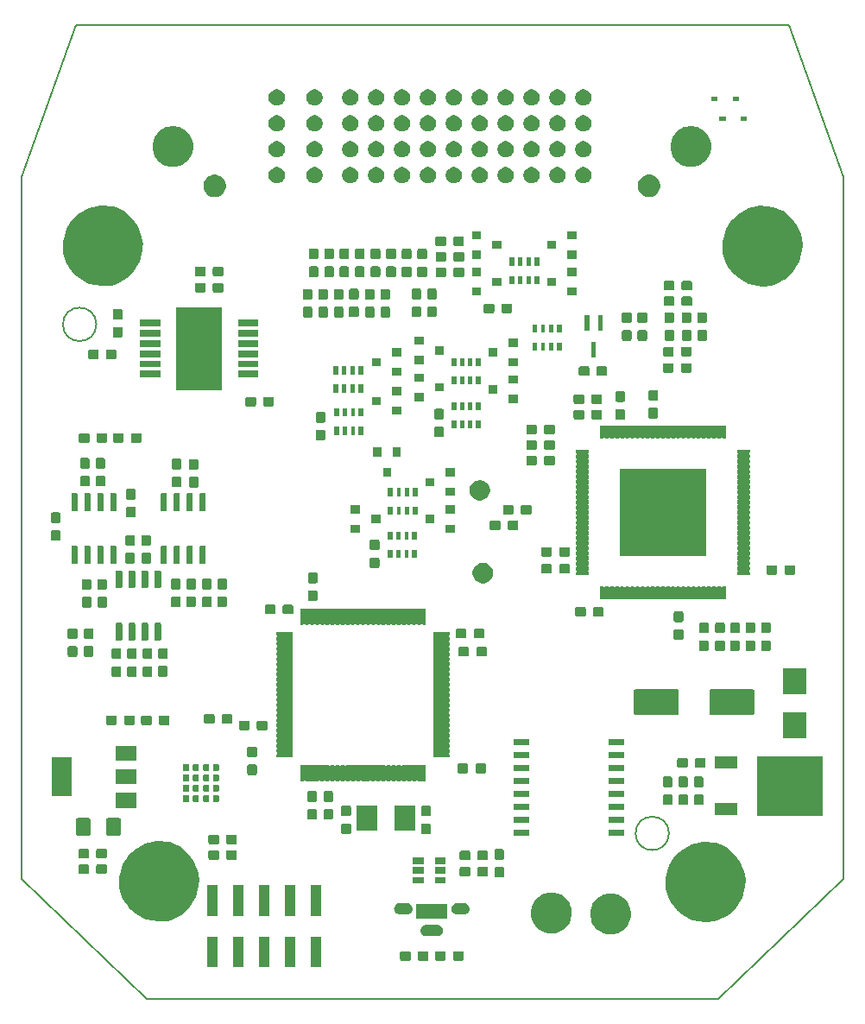
<source format=gbr>
G04 #@! TF.GenerationSoftware,KiCad,Pcbnew,(5.1.0-rc2-21-g16b3c80a7)*
G04 #@! TF.CreationDate,2019-06-05T23:58:20+02:00*
G04 #@! TF.ProjectId,microRusEfi,6d696372-6f52-4757-9345-66692e6b6963,R0.1*
G04 #@! TF.SameCoordinates,Original*
G04 #@! TF.FileFunction,Soldermask,Top*
G04 #@! TF.FilePolarity,Negative*
%FSLAX46Y46*%
G04 Gerber Fmt 4.6, Leading zero omitted, Abs format (unit mm)*
G04 Created by KiCad (PCBNEW (5.1.0-rc2-21-g16b3c80a7)) date 2019-06-05 23:58:20*
%MOMM*%
%LPD*%
G04 APERTURE LIST*
%ADD10C,0.200000*%
%ADD11C,0.100000*%
G04 APERTURE END LIST*
D10*
X20600000Y-35538500D02*
X25895900Y-20600000D01*
X32844596Y-116072400D02*
X20601600Y-104381342D01*
X101188000Y-35538500D02*
X95841300Y-20600000D01*
X101189600Y-104381342D02*
X88946604Y-116072400D01*
X25895900Y-20600000D02*
X95841300Y-20600000D01*
X101188000Y-35538500D02*
X101189600Y-104381342D01*
X20600000Y-35538500D02*
X20601600Y-104381342D01*
X84085800Y-99870300D02*
G75*
G03X84085800Y-99870300I-1638300J0D01*
G01*
X32844596Y-116072400D02*
X88946604Y-116072400D01*
X27926400Y-49959301D02*
G75*
G03X27926400Y-49959301I-1638300J0D01*
G01*
X89521400Y-104569300D02*
G75*
G03X89521400Y-104569300I-1790700J0D01*
G01*
X95020499Y-42301200D02*
G75*
G03X95020499Y-42301200I-1790700J0D01*
G01*
X30352101Y-42301200D02*
G75*
G03X30352101Y-42301200I-1790700J0D01*
G01*
X35851200Y-104569300D02*
G75*
G03X35851200Y-104569300I-1790700J0D01*
G01*
D11*
G36*
X39804051Y-113012251D02*
G01*
X38803949Y-113012251D01*
X38803949Y-110012149D01*
X39804051Y-110012149D01*
X39804051Y-113012251D01*
X39804051Y-113012251D01*
G37*
G36*
X49964051Y-113012251D02*
G01*
X48963949Y-113012251D01*
X48963949Y-110012149D01*
X49964051Y-110012149D01*
X49964051Y-113012251D01*
X49964051Y-113012251D01*
G37*
G36*
X47424051Y-113012251D02*
G01*
X46423949Y-113012251D01*
X46423949Y-110012149D01*
X47424051Y-110012149D01*
X47424051Y-113012251D01*
X47424051Y-113012251D01*
G37*
G36*
X42344051Y-113012251D02*
G01*
X41343949Y-113012251D01*
X41343949Y-110012149D01*
X42344051Y-110012149D01*
X42344051Y-113012251D01*
X42344051Y-113012251D01*
G37*
G36*
X44884051Y-113012251D02*
G01*
X43883949Y-113012251D01*
X43883949Y-110012149D01*
X44884051Y-110012149D01*
X44884051Y-113012251D01*
X44884051Y-113012251D01*
G37*
G36*
X63804051Y-111416705D02*
G01*
X63836777Y-111426632D01*
X63866927Y-111442748D01*
X63893360Y-111464440D01*
X63915052Y-111490873D01*
X63931168Y-111521023D01*
X63941095Y-111553749D01*
X63945051Y-111593915D01*
X63945051Y-112181685D01*
X63941095Y-112221851D01*
X63931168Y-112254577D01*
X63915052Y-112284727D01*
X63893360Y-112311160D01*
X63866927Y-112332852D01*
X63836777Y-112348968D01*
X63804051Y-112358895D01*
X63763885Y-112362851D01*
X63076115Y-112362851D01*
X63035949Y-112358895D01*
X63003223Y-112348968D01*
X62973073Y-112332852D01*
X62946640Y-112311160D01*
X62924948Y-112284727D01*
X62908832Y-112254577D01*
X62898905Y-112221851D01*
X62894949Y-112181685D01*
X62894949Y-111593915D01*
X62898905Y-111553749D01*
X62908832Y-111521023D01*
X62924948Y-111490873D01*
X62946640Y-111464440D01*
X62973073Y-111442748D01*
X63003223Y-111426632D01*
X63035949Y-111416705D01*
X63076115Y-111412749D01*
X63763885Y-111412749D01*
X63804051Y-111416705D01*
X63804051Y-111416705D01*
G37*
G36*
X60375051Y-111416705D02*
G01*
X60407777Y-111426632D01*
X60437927Y-111442748D01*
X60464360Y-111464440D01*
X60486052Y-111490873D01*
X60502168Y-111521023D01*
X60512095Y-111553749D01*
X60516051Y-111593915D01*
X60516051Y-112181685D01*
X60512095Y-112221851D01*
X60502168Y-112254577D01*
X60486052Y-112284727D01*
X60464360Y-112311160D01*
X60437927Y-112332852D01*
X60407777Y-112348968D01*
X60375051Y-112358895D01*
X60334885Y-112362851D01*
X59647115Y-112362851D01*
X59606949Y-112358895D01*
X59574223Y-112348968D01*
X59544073Y-112332852D01*
X59517640Y-112311160D01*
X59495948Y-112284727D01*
X59479832Y-112254577D01*
X59469905Y-112221851D01*
X59465949Y-112181685D01*
X59465949Y-111593915D01*
X59469905Y-111553749D01*
X59479832Y-111521023D01*
X59495948Y-111490873D01*
X59517640Y-111464440D01*
X59544073Y-111442748D01*
X59574223Y-111426632D01*
X59606949Y-111416705D01*
X59647115Y-111412749D01*
X60334885Y-111412749D01*
X60375051Y-111416705D01*
X60375051Y-111416705D01*
G37*
G36*
X62054051Y-111416705D02*
G01*
X62086777Y-111426632D01*
X62116927Y-111442748D01*
X62143360Y-111464440D01*
X62165052Y-111490873D01*
X62181168Y-111521023D01*
X62191095Y-111553749D01*
X62195051Y-111593915D01*
X62195051Y-112181685D01*
X62191095Y-112221851D01*
X62181168Y-112254577D01*
X62165052Y-112284727D01*
X62143360Y-112311160D01*
X62116927Y-112332852D01*
X62086777Y-112348968D01*
X62054051Y-112358895D01*
X62013885Y-112362851D01*
X61326115Y-112362851D01*
X61285949Y-112358895D01*
X61253223Y-112348968D01*
X61223073Y-112332852D01*
X61196640Y-112311160D01*
X61174948Y-112284727D01*
X61158832Y-112254577D01*
X61148905Y-112221851D01*
X61144949Y-112181685D01*
X61144949Y-111593915D01*
X61148905Y-111553749D01*
X61158832Y-111521023D01*
X61174948Y-111490873D01*
X61196640Y-111464440D01*
X61223073Y-111442748D01*
X61253223Y-111426632D01*
X61285949Y-111416705D01*
X61326115Y-111412749D01*
X62013885Y-111412749D01*
X62054051Y-111416705D01*
X62054051Y-111416705D01*
G37*
G36*
X58625051Y-111416705D02*
G01*
X58657777Y-111426632D01*
X58687927Y-111442748D01*
X58714360Y-111464440D01*
X58736052Y-111490873D01*
X58752168Y-111521023D01*
X58762095Y-111553749D01*
X58766051Y-111593915D01*
X58766051Y-112181685D01*
X58762095Y-112221851D01*
X58752168Y-112254577D01*
X58736052Y-112284727D01*
X58714360Y-112311160D01*
X58687927Y-112332852D01*
X58657777Y-112348968D01*
X58625051Y-112358895D01*
X58584885Y-112362851D01*
X57897115Y-112362851D01*
X57856949Y-112358895D01*
X57824223Y-112348968D01*
X57794073Y-112332852D01*
X57767640Y-112311160D01*
X57745948Y-112284727D01*
X57729832Y-112254577D01*
X57719905Y-112221851D01*
X57715949Y-112181685D01*
X57715949Y-111593915D01*
X57719905Y-111553749D01*
X57729832Y-111521023D01*
X57745948Y-111490873D01*
X57767640Y-111464440D01*
X57794073Y-111442748D01*
X57824223Y-111426632D01*
X57856949Y-111416705D01*
X57897115Y-111412749D01*
X58584885Y-111412749D01*
X58625051Y-111416705D01*
X58625051Y-111416705D01*
G37*
G36*
X61434455Y-108859402D02*
G01*
X61488329Y-108864708D01*
X61592014Y-108896161D01*
X61592016Y-108896162D01*
X61687569Y-108947236D01*
X61771327Y-109015973D01*
X61840063Y-109099730D01*
X61891139Y-109195286D01*
X61922592Y-109298971D01*
X61933212Y-109406800D01*
X61922592Y-109514629D01*
X61891139Y-109618314D01*
X61891138Y-109618316D01*
X61840064Y-109713869D01*
X61771327Y-109797627D01*
X61687569Y-109866364D01*
X61592016Y-109917438D01*
X61592014Y-109917439D01*
X61488329Y-109948892D01*
X61434455Y-109954198D01*
X61407519Y-109956851D01*
X60253481Y-109956851D01*
X60226545Y-109954198D01*
X60172671Y-109948892D01*
X60068986Y-109917439D01*
X60068984Y-109917438D01*
X59973431Y-109866364D01*
X59889673Y-109797627D01*
X59820936Y-109713869D01*
X59769862Y-109618316D01*
X59769861Y-109618314D01*
X59738408Y-109514629D01*
X59727788Y-109406800D01*
X59738408Y-109298971D01*
X59769861Y-109195286D01*
X59820937Y-109099730D01*
X59889673Y-109015973D01*
X59973431Y-108947236D01*
X60068984Y-108896162D01*
X60068986Y-108896161D01*
X60172671Y-108864708D01*
X60226545Y-108859402D01*
X60253481Y-108856749D01*
X61407519Y-108856749D01*
X61434455Y-108859402D01*
X61434455Y-108859402D01*
G37*
G36*
X78759390Y-105811379D02*
G01*
X78952593Y-105849810D01*
X79071295Y-105898978D01*
X79316578Y-106000577D01*
X79316579Y-106000578D01*
X79644158Y-106219459D01*
X79922741Y-106498042D01*
X79922742Y-106498044D01*
X80141623Y-106825622D01*
X80158337Y-106865974D01*
X80292390Y-107189607D01*
X80327204Y-107364627D01*
X80349042Y-107474412D01*
X80369251Y-107576012D01*
X80369251Y-107969988D01*
X80292390Y-108356393D01*
X80229940Y-108507160D01*
X80141623Y-108720378D01*
X80141622Y-108720379D01*
X79922741Y-109047958D01*
X79644158Y-109326541D01*
X79524042Y-109406800D01*
X79316578Y-109545423D01*
X79103360Y-109633740D01*
X78952593Y-109696190D01*
X78759390Y-109734621D01*
X78566189Y-109773051D01*
X78172211Y-109773051D01*
X77979010Y-109734621D01*
X77785807Y-109696190D01*
X77635040Y-109633740D01*
X77421822Y-109545423D01*
X77214358Y-109406800D01*
X77094242Y-109326541D01*
X76815659Y-109047958D01*
X76596778Y-108720379D01*
X76596777Y-108720378D01*
X76508460Y-108507160D01*
X76446010Y-108356393D01*
X76369149Y-107969988D01*
X76369149Y-107576012D01*
X76389359Y-107474412D01*
X76411196Y-107364627D01*
X76446010Y-107189607D01*
X76580063Y-106865974D01*
X76596777Y-106825622D01*
X76815658Y-106498044D01*
X76815659Y-106498042D01*
X77094242Y-106219459D01*
X77421821Y-106000578D01*
X77421822Y-106000577D01*
X77667105Y-105898978D01*
X77785807Y-105849810D01*
X77979009Y-105811380D01*
X78172211Y-105772949D01*
X78566189Y-105772949D01*
X78759390Y-105811379D01*
X78759390Y-105811379D01*
G37*
G36*
X72942790Y-105709779D02*
G01*
X73135993Y-105748210D01*
X73195718Y-105772949D01*
X73499978Y-105898977D01*
X73499979Y-105898978D01*
X73827558Y-106117859D01*
X74106141Y-106396442D01*
X74106142Y-106396444D01*
X74325023Y-106724022D01*
X74383821Y-106865974D01*
X74475790Y-107088007D01*
X74496000Y-107189608D01*
X74552651Y-107474411D01*
X74552651Y-107868389D01*
X74532441Y-107969989D01*
X74475790Y-108254793D01*
X74433706Y-108356392D01*
X74325023Y-108618778D01*
X74325022Y-108618779D01*
X74106141Y-108946358D01*
X73827558Y-109224941D01*
X73716764Y-109298971D01*
X73499978Y-109443823D01*
X73329041Y-109514627D01*
X73135993Y-109594590D01*
X72942790Y-109633021D01*
X72749589Y-109671451D01*
X72355611Y-109671451D01*
X72162410Y-109633021D01*
X71969207Y-109594590D01*
X71776159Y-109514627D01*
X71605222Y-109443823D01*
X71388436Y-109298971D01*
X71277642Y-109224941D01*
X70999059Y-108946358D01*
X70780178Y-108618779D01*
X70780177Y-108618778D01*
X70671494Y-108356392D01*
X70629410Y-108254793D01*
X70572759Y-107969989D01*
X70552549Y-107868389D01*
X70552549Y-107474411D01*
X70609200Y-107189608D01*
X70629410Y-107088007D01*
X70721379Y-106865974D01*
X70780177Y-106724022D01*
X70999058Y-106396444D01*
X70999059Y-106396442D01*
X71277642Y-106117859D01*
X71605221Y-105898978D01*
X71605222Y-105898977D01*
X71909482Y-105772949D01*
X71969207Y-105748210D01*
X72162410Y-105709779D01*
X72355611Y-105671349D01*
X72749589Y-105671349D01*
X72942790Y-105709779D01*
X72942790Y-105709779D01*
G37*
G36*
X87396956Y-100693949D02*
G01*
X87396962Y-100693949D01*
X88749321Y-100792902D01*
X88749324Y-100792903D01*
X88755439Y-100793350D01*
X88759634Y-100795203D01*
X88759638Y-100795205D01*
X89549500Y-101144214D01*
X89679609Y-101201704D01*
X90533439Y-101936350D01*
X91041439Y-102634850D01*
X91044014Y-102640430D01*
X91044015Y-102640431D01*
X91396335Y-103403790D01*
X91422439Y-103460350D01*
X91630500Y-104457500D01*
X91567000Y-105092500D01*
X91330609Y-106172000D01*
X90741500Y-107119904D01*
X90043000Y-107823000D01*
X90040290Y-107824459D01*
X90040288Y-107824461D01*
X89765820Y-107972251D01*
X89217500Y-108267500D01*
X88582500Y-108521500D01*
X88578829Y-108521745D01*
X88578827Y-108521745D01*
X87636724Y-108584552D01*
X87636722Y-108584552D01*
X87630000Y-108585000D01*
X86360000Y-108394500D01*
X86247272Y-108328019D01*
X85365212Y-107807829D01*
X85365210Y-107807828D01*
X85361609Y-107805704D01*
X85358323Y-107803118D01*
X85358319Y-107803115D01*
X84905138Y-107446438D01*
X84905135Y-107446435D01*
X84899500Y-107442000D01*
X84837602Y-107364627D01*
X84394751Y-106811064D01*
X84394750Y-106811062D01*
X84391500Y-106807000D01*
X84028109Y-106154704D01*
X83774109Y-105265704D01*
X83774109Y-104249704D01*
X83933045Y-103613960D01*
X84090121Y-102985655D01*
X84090122Y-102985653D01*
X84091609Y-102979704D01*
X84528804Y-102315168D01*
X84723233Y-102019635D01*
X84723235Y-102019633D01*
X84726609Y-102014504D01*
X84808855Y-101948707D01*
X85421306Y-101458746D01*
X85421309Y-101458744D01*
X85425109Y-101455704D01*
X85429327Y-101453293D01*
X85429334Y-101453289D01*
X86306280Y-100952178D01*
X86314109Y-100947704D01*
X86322886Y-100945639D01*
X86322888Y-100945638D01*
X87387633Y-100695110D01*
X87387634Y-100695110D01*
X87393609Y-100693704D01*
X87396956Y-100693949D01*
X87396956Y-100693949D01*
G37*
G36*
X33802956Y-100630449D02*
G01*
X33802962Y-100630449D01*
X35155321Y-100729402D01*
X35155324Y-100729403D01*
X35161439Y-100729850D01*
X35165634Y-100731703D01*
X35165638Y-100731705D01*
X35664603Y-100952178D01*
X36085609Y-101138204D01*
X36939439Y-101872850D01*
X37447439Y-102571350D01*
X37450014Y-102576930D01*
X37450015Y-102576931D01*
X37806325Y-103348935D01*
X37828439Y-103396850D01*
X38036500Y-104394000D01*
X38036161Y-104397388D01*
X38036161Y-104397393D01*
X38029811Y-104460893D01*
X37973000Y-105029000D01*
X37736609Y-106108500D01*
X37147500Y-107056404D01*
X36449000Y-107759500D01*
X36446290Y-107760959D01*
X36446288Y-107760961D01*
X36246778Y-107868389D01*
X35623500Y-108204000D01*
X34988500Y-108458000D01*
X34984829Y-108458245D01*
X34984827Y-108458245D01*
X34042724Y-108521052D01*
X34042722Y-108521052D01*
X34036000Y-108521500D01*
X32766000Y-108331000D01*
X32636780Y-108254793D01*
X31771212Y-107744329D01*
X31771210Y-107744328D01*
X31767609Y-107742204D01*
X31764323Y-107739618D01*
X31764319Y-107739615D01*
X31311138Y-107382938D01*
X31311135Y-107382935D01*
X31305500Y-107378500D01*
X31294402Y-107364627D01*
X30800751Y-106747564D01*
X30800750Y-106747562D01*
X30797500Y-106743500D01*
X30434109Y-106091204D01*
X30180109Y-105202204D01*
X30180109Y-104186204D01*
X30339045Y-103550460D01*
X30496121Y-102922155D01*
X30496122Y-102922153D01*
X30497609Y-102916204D01*
X30883894Y-102329051D01*
X31129233Y-101956135D01*
X31129235Y-101956133D01*
X31132609Y-101951004D01*
X31135480Y-101948707D01*
X31827306Y-101395246D01*
X31827309Y-101395244D01*
X31831109Y-101392204D01*
X31835327Y-101389793D01*
X31835334Y-101389789D01*
X32687475Y-100902852D01*
X32720109Y-100884204D01*
X32728886Y-100882139D01*
X32728888Y-100882138D01*
X33793633Y-100631610D01*
X33793634Y-100631610D01*
X33799609Y-100630204D01*
X33802956Y-100630449D01*
X33802956Y-100630449D01*
G37*
G36*
X62355551Y-108256851D02*
G01*
X59305449Y-108256851D01*
X59305449Y-106756749D01*
X62355551Y-106756749D01*
X62355551Y-108256851D01*
X62355551Y-108256851D01*
G37*
G36*
X39804051Y-107972251D02*
G01*
X38803949Y-107972251D01*
X38803949Y-104972149D01*
X39804051Y-104972149D01*
X39804051Y-107972251D01*
X39804051Y-107972251D01*
G37*
G36*
X42344051Y-107972251D02*
G01*
X41343949Y-107972251D01*
X41343949Y-104972149D01*
X42344051Y-104972149D01*
X42344051Y-107972251D01*
X42344051Y-107972251D01*
G37*
G36*
X44884051Y-107972251D02*
G01*
X43883949Y-107972251D01*
X43883949Y-104972149D01*
X44884051Y-104972149D01*
X44884051Y-107972251D01*
X44884051Y-107972251D01*
G37*
G36*
X47424051Y-107972251D02*
G01*
X46423949Y-107972251D01*
X46423949Y-104972149D01*
X47424051Y-104972149D01*
X47424051Y-107972251D01*
X47424051Y-107972251D01*
G37*
G36*
X49964051Y-107972251D02*
G01*
X48963949Y-107972251D01*
X48963949Y-104972149D01*
X49964051Y-104972149D01*
X49964051Y-107972251D01*
X49964051Y-107972251D01*
G37*
G36*
X64034455Y-106709402D02*
G01*
X64088329Y-106714708D01*
X64192014Y-106746161D01*
X64192016Y-106746162D01*
X64287569Y-106797236D01*
X64371327Y-106865973D01*
X64440063Y-106949730D01*
X64491139Y-107045286D01*
X64522592Y-107148971D01*
X64533212Y-107256800D01*
X64522592Y-107364629D01*
X64499121Y-107442000D01*
X64491138Y-107468316D01*
X64440064Y-107563869D01*
X64371327Y-107647627D01*
X64287569Y-107716364D01*
X64192016Y-107767438D01*
X64192014Y-107767439D01*
X64088329Y-107798892D01*
X64045451Y-107803115D01*
X64007519Y-107806851D01*
X63253481Y-107806851D01*
X63215549Y-107803115D01*
X63172671Y-107798892D01*
X63068986Y-107767439D01*
X63068984Y-107767438D01*
X62973431Y-107716364D01*
X62889673Y-107647627D01*
X62820936Y-107563869D01*
X62769862Y-107468316D01*
X62761879Y-107442000D01*
X62738408Y-107364629D01*
X62727788Y-107256800D01*
X62738408Y-107148971D01*
X62769861Y-107045286D01*
X62820937Y-106949730D01*
X62889673Y-106865973D01*
X62973431Y-106797236D01*
X63068984Y-106746162D01*
X63068986Y-106746161D01*
X63172671Y-106714708D01*
X63226545Y-106709402D01*
X63253481Y-106706749D01*
X64007519Y-106706749D01*
X64034455Y-106709402D01*
X64034455Y-106709402D01*
G37*
G36*
X58434455Y-106709402D02*
G01*
X58488329Y-106714708D01*
X58592014Y-106746161D01*
X58592016Y-106746162D01*
X58687569Y-106797236D01*
X58771327Y-106865973D01*
X58840063Y-106949730D01*
X58891139Y-107045286D01*
X58922592Y-107148971D01*
X58933212Y-107256800D01*
X58922592Y-107364629D01*
X58899121Y-107442000D01*
X58891138Y-107468316D01*
X58840064Y-107563869D01*
X58771327Y-107647627D01*
X58687569Y-107716364D01*
X58592016Y-107767438D01*
X58592014Y-107767439D01*
X58488329Y-107798892D01*
X58445451Y-107803115D01*
X58407519Y-107806851D01*
X57653481Y-107806851D01*
X57615549Y-107803115D01*
X57572671Y-107798892D01*
X57468986Y-107767439D01*
X57468984Y-107767438D01*
X57373431Y-107716364D01*
X57289673Y-107647627D01*
X57220936Y-107563869D01*
X57169862Y-107468316D01*
X57161879Y-107442000D01*
X57138408Y-107364629D01*
X57127788Y-107256800D01*
X57138408Y-107148971D01*
X57169861Y-107045286D01*
X57220937Y-106949730D01*
X57289673Y-106865973D01*
X57373431Y-106797236D01*
X57468984Y-106746162D01*
X57468986Y-106746161D01*
X57572671Y-106714708D01*
X57626545Y-106709402D01*
X57653481Y-106706749D01*
X58407519Y-106706749D01*
X58434455Y-106709402D01*
X58434455Y-106709402D01*
G37*
G36*
X62209051Y-104780051D02*
G01*
X61148949Y-104780051D01*
X61148949Y-104129949D01*
X62209051Y-104129949D01*
X62209051Y-104780051D01*
X62209051Y-104780051D01*
G37*
G36*
X60009051Y-104780051D02*
G01*
X58948949Y-104780051D01*
X58948949Y-104129949D01*
X60009051Y-104129949D01*
X60009051Y-104780051D01*
X60009051Y-104780051D01*
G37*
G36*
X67768551Y-103161205D02*
G01*
X67801277Y-103171132D01*
X67831427Y-103187248D01*
X67857860Y-103208940D01*
X67879552Y-103235373D01*
X67895668Y-103265523D01*
X67905595Y-103298249D01*
X67909551Y-103338415D01*
X67909551Y-104026185D01*
X67905595Y-104066351D01*
X67895668Y-104099077D01*
X67879552Y-104129227D01*
X67857860Y-104155660D01*
X67831427Y-104177352D01*
X67801277Y-104193468D01*
X67768551Y-104203395D01*
X67728385Y-104207351D01*
X67140615Y-104207351D01*
X67100449Y-104203395D01*
X67067723Y-104193468D01*
X67037573Y-104177352D01*
X67011140Y-104155660D01*
X66989448Y-104129227D01*
X66973332Y-104099077D01*
X66963405Y-104066351D01*
X66959449Y-104026185D01*
X66959449Y-103338415D01*
X66963405Y-103298249D01*
X66973332Y-103265523D01*
X66989448Y-103235373D01*
X67011140Y-103208940D01*
X67037573Y-103187248D01*
X67067723Y-103171132D01*
X67100449Y-103161205D01*
X67140615Y-103157249D01*
X67728385Y-103157249D01*
X67768551Y-103161205D01*
X67768551Y-103161205D01*
G37*
G36*
X66217051Y-103161705D02*
G01*
X66249777Y-103171632D01*
X66279927Y-103187748D01*
X66306360Y-103209440D01*
X66328052Y-103235873D01*
X66344168Y-103266023D01*
X66354095Y-103298749D01*
X66358051Y-103338915D01*
X66358051Y-103926685D01*
X66354095Y-103966851D01*
X66344168Y-103999577D01*
X66328052Y-104029727D01*
X66306360Y-104056160D01*
X66279927Y-104077852D01*
X66249777Y-104093968D01*
X66217051Y-104103895D01*
X66176885Y-104107851D01*
X65489115Y-104107851D01*
X65448949Y-104103895D01*
X65416223Y-104093968D01*
X65386073Y-104077852D01*
X65359640Y-104056160D01*
X65337948Y-104029727D01*
X65321832Y-103999577D01*
X65311905Y-103966851D01*
X65307949Y-103926685D01*
X65307949Y-103338915D01*
X65311905Y-103298749D01*
X65321832Y-103266023D01*
X65337948Y-103235873D01*
X65359640Y-103209440D01*
X65386073Y-103187748D01*
X65416223Y-103171632D01*
X65448949Y-103161705D01*
X65489115Y-103157749D01*
X66176885Y-103157749D01*
X66217051Y-103161705D01*
X66217051Y-103161705D01*
G37*
G36*
X64467051Y-103161705D02*
G01*
X64499777Y-103171632D01*
X64529927Y-103187748D01*
X64556360Y-103209440D01*
X64578052Y-103235873D01*
X64594168Y-103266023D01*
X64604095Y-103298749D01*
X64608051Y-103338915D01*
X64608051Y-103926685D01*
X64604095Y-103966851D01*
X64594168Y-103999577D01*
X64578052Y-104029727D01*
X64556360Y-104056160D01*
X64529927Y-104077852D01*
X64499777Y-104093968D01*
X64467051Y-104103895D01*
X64426885Y-104107851D01*
X63739115Y-104107851D01*
X63698949Y-104103895D01*
X63666223Y-104093968D01*
X63636073Y-104077852D01*
X63609640Y-104056160D01*
X63587948Y-104029727D01*
X63571832Y-103999577D01*
X63561905Y-103966851D01*
X63557949Y-103926685D01*
X63557949Y-103338915D01*
X63561905Y-103298749D01*
X63571832Y-103266023D01*
X63587948Y-103235873D01*
X63609640Y-103209440D01*
X63636073Y-103187748D01*
X63666223Y-103171632D01*
X63698949Y-103161705D01*
X63739115Y-103157749D01*
X64426885Y-103157749D01*
X64467051Y-103161705D01*
X64467051Y-103161705D01*
G37*
G36*
X28818051Y-102906905D02*
G01*
X28850777Y-102916832D01*
X28880927Y-102932948D01*
X28907360Y-102954640D01*
X28929052Y-102981073D01*
X28945168Y-103011223D01*
X28955095Y-103043949D01*
X28959051Y-103084115D01*
X28959051Y-103671885D01*
X28955095Y-103712051D01*
X28945168Y-103744777D01*
X28929052Y-103774927D01*
X28907360Y-103801360D01*
X28880927Y-103823052D01*
X28850777Y-103839168D01*
X28818051Y-103849095D01*
X28777885Y-103853051D01*
X28090115Y-103853051D01*
X28049949Y-103849095D01*
X28017223Y-103839168D01*
X27987073Y-103823052D01*
X27960640Y-103801360D01*
X27938948Y-103774927D01*
X27922832Y-103744777D01*
X27912905Y-103712051D01*
X27908949Y-103671885D01*
X27908949Y-103084115D01*
X27912905Y-103043949D01*
X27922832Y-103011223D01*
X27938948Y-102981073D01*
X27960640Y-102954640D01*
X27987073Y-102932948D01*
X28017223Y-102916832D01*
X28049949Y-102906905D01*
X28090115Y-102902949D01*
X28777885Y-102902949D01*
X28818051Y-102906905D01*
X28818051Y-102906905D01*
G37*
G36*
X27068051Y-102906905D02*
G01*
X27100777Y-102916832D01*
X27130927Y-102932948D01*
X27157360Y-102954640D01*
X27179052Y-102981073D01*
X27195168Y-103011223D01*
X27205095Y-103043949D01*
X27209051Y-103084115D01*
X27209051Y-103671885D01*
X27205095Y-103712051D01*
X27195168Y-103744777D01*
X27179052Y-103774927D01*
X27157360Y-103801360D01*
X27130927Y-103823052D01*
X27100777Y-103839168D01*
X27068051Y-103849095D01*
X27027885Y-103853051D01*
X26340115Y-103853051D01*
X26299949Y-103849095D01*
X26267223Y-103839168D01*
X26237073Y-103823052D01*
X26210640Y-103801360D01*
X26188948Y-103774927D01*
X26172832Y-103744777D01*
X26162905Y-103712051D01*
X26158949Y-103671885D01*
X26158949Y-103084115D01*
X26162905Y-103043949D01*
X26172832Y-103011223D01*
X26188948Y-102981073D01*
X26210640Y-102954640D01*
X26237073Y-102932948D01*
X26267223Y-102916832D01*
X26299949Y-102906905D01*
X26340115Y-102902949D01*
X27027885Y-102902949D01*
X27068051Y-102906905D01*
X27068051Y-102906905D01*
G37*
G36*
X62209051Y-103830051D02*
G01*
X61148949Y-103830051D01*
X61148949Y-103179949D01*
X62209051Y-103179949D01*
X62209051Y-103830051D01*
X62209051Y-103830051D01*
G37*
G36*
X60009051Y-103830051D02*
G01*
X58948949Y-103830051D01*
X58948949Y-103179949D01*
X60009051Y-103179949D01*
X60009051Y-103830051D01*
X60009051Y-103830051D01*
G37*
G36*
X60009051Y-102880051D02*
G01*
X58948949Y-102880051D01*
X58948949Y-102229949D01*
X60009051Y-102229949D01*
X60009051Y-102880051D01*
X60009051Y-102880051D01*
G37*
G36*
X62209051Y-102880051D02*
G01*
X61148949Y-102880051D01*
X61148949Y-102229949D01*
X62209051Y-102229949D01*
X62209051Y-102880051D01*
X62209051Y-102880051D01*
G37*
G36*
X66217051Y-101574205D02*
G01*
X66249777Y-101584132D01*
X66279927Y-101600248D01*
X66306360Y-101621940D01*
X66328052Y-101648373D01*
X66344168Y-101678523D01*
X66354095Y-101711249D01*
X66358051Y-101751415D01*
X66358051Y-102339185D01*
X66354095Y-102379351D01*
X66344168Y-102412077D01*
X66328052Y-102442227D01*
X66306360Y-102468660D01*
X66279927Y-102490352D01*
X66249777Y-102506468D01*
X66217051Y-102516395D01*
X66176885Y-102520351D01*
X65489115Y-102520351D01*
X65448949Y-102516395D01*
X65416223Y-102506468D01*
X65386073Y-102490352D01*
X65359640Y-102468660D01*
X65337948Y-102442227D01*
X65321832Y-102412077D01*
X65311905Y-102379351D01*
X65307949Y-102339185D01*
X65307949Y-101751415D01*
X65311905Y-101711249D01*
X65321832Y-101678523D01*
X65337948Y-101648373D01*
X65359640Y-101621940D01*
X65386073Y-101600248D01*
X65416223Y-101584132D01*
X65448949Y-101574205D01*
X65489115Y-101570249D01*
X66176885Y-101570249D01*
X66217051Y-101574205D01*
X66217051Y-101574205D01*
G37*
G36*
X64467051Y-101574205D02*
G01*
X64499777Y-101584132D01*
X64529927Y-101600248D01*
X64556360Y-101621940D01*
X64578052Y-101648373D01*
X64594168Y-101678523D01*
X64604095Y-101711249D01*
X64608051Y-101751415D01*
X64608051Y-102339185D01*
X64604095Y-102379351D01*
X64594168Y-102412077D01*
X64578052Y-102442227D01*
X64556360Y-102468660D01*
X64529927Y-102490352D01*
X64499777Y-102506468D01*
X64467051Y-102516395D01*
X64426885Y-102520351D01*
X63739115Y-102520351D01*
X63698949Y-102516395D01*
X63666223Y-102506468D01*
X63636073Y-102490352D01*
X63609640Y-102468660D01*
X63587948Y-102442227D01*
X63571832Y-102412077D01*
X63561905Y-102379351D01*
X63557949Y-102339185D01*
X63557949Y-101751415D01*
X63561905Y-101711249D01*
X63571832Y-101678523D01*
X63587948Y-101648373D01*
X63609640Y-101621940D01*
X63636073Y-101600248D01*
X63666223Y-101584132D01*
X63698949Y-101574205D01*
X63739115Y-101570249D01*
X64426885Y-101570249D01*
X64467051Y-101574205D01*
X64467051Y-101574205D01*
G37*
G36*
X67768551Y-101411205D02*
G01*
X67801277Y-101421132D01*
X67831427Y-101437248D01*
X67857860Y-101458940D01*
X67879552Y-101485373D01*
X67895668Y-101515523D01*
X67905595Y-101548249D01*
X67909551Y-101588415D01*
X67909551Y-102276185D01*
X67905595Y-102316351D01*
X67895668Y-102349077D01*
X67879552Y-102379227D01*
X67857860Y-102405660D01*
X67831427Y-102427352D01*
X67801277Y-102443468D01*
X67768551Y-102453395D01*
X67728385Y-102457351D01*
X67140615Y-102457351D01*
X67100449Y-102453395D01*
X67067723Y-102443468D01*
X67037573Y-102427352D01*
X67011140Y-102405660D01*
X66989448Y-102379227D01*
X66973332Y-102349077D01*
X66963405Y-102316351D01*
X66959449Y-102276185D01*
X66959449Y-101588415D01*
X66963405Y-101548249D01*
X66973332Y-101515523D01*
X66989448Y-101485373D01*
X67011140Y-101458940D01*
X67037573Y-101437248D01*
X67067723Y-101421132D01*
X67100449Y-101411205D01*
X67140615Y-101407249D01*
X67728385Y-101407249D01*
X67768551Y-101411205D01*
X67768551Y-101411205D01*
G37*
G36*
X39829051Y-101510705D02*
G01*
X39861777Y-101520632D01*
X39891927Y-101536748D01*
X39918360Y-101558440D01*
X39940052Y-101584873D01*
X39956168Y-101615023D01*
X39966095Y-101647749D01*
X39970051Y-101687915D01*
X39970051Y-102275685D01*
X39966095Y-102315851D01*
X39956168Y-102348577D01*
X39940052Y-102378727D01*
X39918360Y-102405160D01*
X39891927Y-102426852D01*
X39861777Y-102442968D01*
X39829051Y-102452895D01*
X39788885Y-102456851D01*
X39101115Y-102456851D01*
X39060949Y-102452895D01*
X39028223Y-102442968D01*
X38998073Y-102426852D01*
X38971640Y-102405160D01*
X38949948Y-102378727D01*
X38933832Y-102348577D01*
X38923905Y-102315851D01*
X38919949Y-102275685D01*
X38919949Y-101687915D01*
X38923905Y-101647749D01*
X38933832Y-101615023D01*
X38949948Y-101584873D01*
X38971640Y-101558440D01*
X38998073Y-101536748D01*
X39028223Y-101520632D01*
X39060949Y-101510705D01*
X39101115Y-101506749D01*
X39788885Y-101506749D01*
X39829051Y-101510705D01*
X39829051Y-101510705D01*
G37*
G36*
X41579051Y-101510705D02*
G01*
X41611777Y-101520632D01*
X41641927Y-101536748D01*
X41668360Y-101558440D01*
X41690052Y-101584873D01*
X41706168Y-101615023D01*
X41716095Y-101647749D01*
X41720051Y-101687915D01*
X41720051Y-102275685D01*
X41716095Y-102315851D01*
X41706168Y-102348577D01*
X41690052Y-102378727D01*
X41668360Y-102405160D01*
X41641927Y-102426852D01*
X41611777Y-102442968D01*
X41579051Y-102452895D01*
X41538885Y-102456851D01*
X40851115Y-102456851D01*
X40810949Y-102452895D01*
X40778223Y-102442968D01*
X40748073Y-102426852D01*
X40721640Y-102405160D01*
X40699948Y-102378727D01*
X40683832Y-102348577D01*
X40673905Y-102315851D01*
X40669949Y-102275685D01*
X40669949Y-101687915D01*
X40673905Y-101647749D01*
X40683832Y-101615023D01*
X40699948Y-101584873D01*
X40721640Y-101558440D01*
X40748073Y-101536748D01*
X40778223Y-101520632D01*
X40810949Y-101510705D01*
X40851115Y-101506749D01*
X41538885Y-101506749D01*
X41579051Y-101510705D01*
X41579051Y-101510705D01*
G37*
G36*
X27068051Y-101382905D02*
G01*
X27100777Y-101392832D01*
X27130927Y-101408948D01*
X27157360Y-101430640D01*
X27179052Y-101457073D01*
X27195168Y-101487223D01*
X27205095Y-101519949D01*
X27209051Y-101560115D01*
X27209051Y-102147885D01*
X27205095Y-102188051D01*
X27195168Y-102220777D01*
X27179052Y-102250927D01*
X27157360Y-102277360D01*
X27130927Y-102299052D01*
X27100777Y-102315168D01*
X27068051Y-102325095D01*
X27027885Y-102329051D01*
X26340115Y-102329051D01*
X26299949Y-102325095D01*
X26267223Y-102315168D01*
X26237073Y-102299052D01*
X26210640Y-102277360D01*
X26188948Y-102250927D01*
X26172832Y-102220777D01*
X26162905Y-102188051D01*
X26158949Y-102147885D01*
X26158949Y-101560115D01*
X26162905Y-101519949D01*
X26172832Y-101487223D01*
X26188948Y-101457073D01*
X26210640Y-101430640D01*
X26237073Y-101408948D01*
X26267223Y-101392832D01*
X26299949Y-101382905D01*
X26340115Y-101378949D01*
X27027885Y-101378949D01*
X27068051Y-101382905D01*
X27068051Y-101382905D01*
G37*
G36*
X28818051Y-101382905D02*
G01*
X28850777Y-101392832D01*
X28880927Y-101408948D01*
X28907360Y-101430640D01*
X28929052Y-101457073D01*
X28945168Y-101487223D01*
X28955095Y-101519949D01*
X28959051Y-101560115D01*
X28959051Y-102147885D01*
X28955095Y-102188051D01*
X28945168Y-102220777D01*
X28929052Y-102250927D01*
X28907360Y-102277360D01*
X28880927Y-102299052D01*
X28850777Y-102315168D01*
X28818051Y-102325095D01*
X28777885Y-102329051D01*
X28090115Y-102329051D01*
X28049949Y-102325095D01*
X28017223Y-102315168D01*
X27987073Y-102299052D01*
X27960640Y-102277360D01*
X27938948Y-102250927D01*
X27922832Y-102220777D01*
X27912905Y-102188051D01*
X27908949Y-102147885D01*
X27908949Y-101560115D01*
X27912905Y-101519949D01*
X27922832Y-101487223D01*
X27938948Y-101457073D01*
X27960640Y-101430640D01*
X27987073Y-101408948D01*
X28017223Y-101392832D01*
X28049949Y-101382905D01*
X28090115Y-101378949D01*
X28777885Y-101378949D01*
X28818051Y-101382905D01*
X28818051Y-101382905D01*
G37*
G36*
X41579051Y-99986705D02*
G01*
X41611777Y-99996632D01*
X41641927Y-100012748D01*
X41668360Y-100034440D01*
X41690052Y-100060873D01*
X41706168Y-100091023D01*
X41716095Y-100123749D01*
X41720051Y-100163915D01*
X41720051Y-100751685D01*
X41716095Y-100791851D01*
X41706168Y-100824577D01*
X41690052Y-100854727D01*
X41668360Y-100881160D01*
X41641927Y-100902852D01*
X41611777Y-100918968D01*
X41579051Y-100928895D01*
X41538885Y-100932851D01*
X40851115Y-100932851D01*
X40810949Y-100928895D01*
X40778223Y-100918968D01*
X40748073Y-100902852D01*
X40721640Y-100881160D01*
X40699948Y-100854727D01*
X40683832Y-100824577D01*
X40673905Y-100791851D01*
X40669949Y-100751685D01*
X40669949Y-100163915D01*
X40673905Y-100123749D01*
X40683832Y-100091023D01*
X40699948Y-100060873D01*
X40721640Y-100034440D01*
X40748073Y-100012748D01*
X40778223Y-99996632D01*
X40810949Y-99986705D01*
X40851115Y-99982749D01*
X41538885Y-99982749D01*
X41579051Y-99986705D01*
X41579051Y-99986705D01*
G37*
G36*
X39829051Y-99986705D02*
G01*
X39861777Y-99996632D01*
X39891927Y-100012748D01*
X39918360Y-100034440D01*
X39940052Y-100060873D01*
X39956168Y-100091023D01*
X39966095Y-100123749D01*
X39970051Y-100163915D01*
X39970051Y-100751685D01*
X39966095Y-100791851D01*
X39956168Y-100824577D01*
X39940052Y-100854727D01*
X39918360Y-100881160D01*
X39891927Y-100902852D01*
X39861777Y-100918968D01*
X39829051Y-100928895D01*
X39788885Y-100932851D01*
X39101115Y-100932851D01*
X39060949Y-100928895D01*
X39028223Y-100918968D01*
X38998073Y-100902852D01*
X38971640Y-100881160D01*
X38949948Y-100854727D01*
X38933832Y-100824577D01*
X38923905Y-100791851D01*
X38919949Y-100751685D01*
X38919949Y-100163915D01*
X38923905Y-100123749D01*
X38933832Y-100091023D01*
X38949948Y-100060873D01*
X38971640Y-100034440D01*
X38998073Y-100012748D01*
X39028223Y-99996632D01*
X39060949Y-99986705D01*
X39101115Y-99982749D01*
X39788885Y-99982749D01*
X39829051Y-99986705D01*
X39829051Y-99986705D01*
G37*
G36*
X27217000Y-98367387D02*
G01*
X27248571Y-98376964D01*
X27277659Y-98392512D01*
X27303160Y-98413440D01*
X27324088Y-98438941D01*
X27339636Y-98468029D01*
X27349213Y-98499600D01*
X27353051Y-98538567D01*
X27353051Y-99938633D01*
X27349213Y-99977600D01*
X27339636Y-100009171D01*
X27324088Y-100038259D01*
X27303160Y-100063760D01*
X27277659Y-100084688D01*
X27248571Y-100100236D01*
X27217000Y-100109813D01*
X27178033Y-100113651D01*
X26102967Y-100113651D01*
X26064000Y-100109813D01*
X26032429Y-100100236D01*
X26003341Y-100084688D01*
X25977840Y-100063760D01*
X25956912Y-100038259D01*
X25941364Y-100009171D01*
X25931787Y-99977600D01*
X25927949Y-99938633D01*
X25927949Y-98538567D01*
X25931787Y-98499600D01*
X25941364Y-98468029D01*
X25956912Y-98438941D01*
X25977840Y-98413440D01*
X26003341Y-98392512D01*
X26032429Y-98376964D01*
X26064000Y-98367387D01*
X26102967Y-98363549D01*
X27178033Y-98363549D01*
X27217000Y-98367387D01*
X27217000Y-98367387D01*
G37*
G36*
X30192000Y-98367387D02*
G01*
X30223571Y-98376964D01*
X30252659Y-98392512D01*
X30278160Y-98413440D01*
X30299088Y-98438941D01*
X30314636Y-98468029D01*
X30324213Y-98499600D01*
X30328051Y-98538567D01*
X30328051Y-99938633D01*
X30324213Y-99977600D01*
X30314636Y-100009171D01*
X30299088Y-100038259D01*
X30278160Y-100063760D01*
X30252659Y-100084688D01*
X30223571Y-100100236D01*
X30192000Y-100109813D01*
X30153033Y-100113651D01*
X29077967Y-100113651D01*
X29039000Y-100109813D01*
X29007429Y-100100236D01*
X28978341Y-100084688D01*
X28952840Y-100063760D01*
X28931912Y-100038259D01*
X28916364Y-100009171D01*
X28906787Y-99977600D01*
X28902949Y-99938633D01*
X28902949Y-98538567D01*
X28906787Y-98499600D01*
X28916364Y-98468029D01*
X28931912Y-98438941D01*
X28952840Y-98413440D01*
X28978341Y-98392512D01*
X29007429Y-98376964D01*
X29039000Y-98367387D01*
X29077967Y-98363549D01*
X30153033Y-98363549D01*
X30192000Y-98367387D01*
X30192000Y-98367387D01*
G37*
G36*
X79682351Y-100109351D02*
G01*
X78182249Y-100109351D01*
X78182249Y-99509249D01*
X79682351Y-99509249D01*
X79682351Y-100109351D01*
X79682351Y-100109351D01*
G37*
G36*
X70382351Y-100109351D02*
G01*
X68882249Y-100109351D01*
X68882249Y-99509249D01*
X70382351Y-99509249D01*
X70382351Y-100109351D01*
X70382351Y-100109351D01*
G37*
G36*
X60582851Y-98905905D02*
G01*
X60615577Y-98915832D01*
X60645727Y-98931948D01*
X60672160Y-98953640D01*
X60693852Y-98980073D01*
X60709968Y-99010223D01*
X60719895Y-99042949D01*
X60723851Y-99083115D01*
X60723851Y-99770885D01*
X60719895Y-99811051D01*
X60709968Y-99843777D01*
X60693852Y-99873927D01*
X60672160Y-99900360D01*
X60645727Y-99922052D01*
X60615577Y-99938168D01*
X60582851Y-99948095D01*
X60542685Y-99952051D01*
X59954915Y-99952051D01*
X59914749Y-99948095D01*
X59882023Y-99938168D01*
X59851873Y-99922052D01*
X59825440Y-99900360D01*
X59803748Y-99873927D01*
X59787632Y-99843777D01*
X59777705Y-99811051D01*
X59773749Y-99770885D01*
X59773749Y-99083115D01*
X59777705Y-99042949D01*
X59787632Y-99010223D01*
X59803748Y-98980073D01*
X59825440Y-98953640D01*
X59851873Y-98931948D01*
X59882023Y-98915832D01*
X59914749Y-98905905D01*
X59954915Y-98901949D01*
X60542685Y-98901949D01*
X60582851Y-98905905D01*
X60582851Y-98905905D01*
G37*
G36*
X52759651Y-98905905D02*
G01*
X52792377Y-98915832D01*
X52822527Y-98931948D01*
X52848960Y-98953640D01*
X52870652Y-98980073D01*
X52886768Y-99010223D01*
X52896695Y-99042949D01*
X52900651Y-99083115D01*
X52900651Y-99770885D01*
X52896695Y-99811051D01*
X52886768Y-99843777D01*
X52870652Y-99873927D01*
X52848960Y-99900360D01*
X52822527Y-99922052D01*
X52792377Y-99938168D01*
X52759651Y-99948095D01*
X52719485Y-99952051D01*
X52131715Y-99952051D01*
X52091549Y-99948095D01*
X52058823Y-99938168D01*
X52028673Y-99922052D01*
X52002240Y-99900360D01*
X51980548Y-99873927D01*
X51964432Y-99843777D01*
X51954505Y-99811051D01*
X51950549Y-99770885D01*
X51950549Y-99083115D01*
X51954505Y-99042949D01*
X51964432Y-99010223D01*
X51980548Y-98980073D01*
X52002240Y-98953640D01*
X52028673Y-98931948D01*
X52058823Y-98915832D01*
X52091549Y-98905905D01*
X52131715Y-98901949D01*
X52719485Y-98901949D01*
X52759651Y-98905905D01*
X52759651Y-98905905D01*
G37*
G36*
X55487251Y-99574251D02*
G01*
X53487149Y-99574251D01*
X53487149Y-97174149D01*
X55487251Y-97174149D01*
X55487251Y-99574251D01*
X55487251Y-99574251D01*
G37*
G36*
X59187251Y-99574251D02*
G01*
X57187149Y-99574251D01*
X57187149Y-97174149D01*
X59187251Y-97174149D01*
X59187251Y-99574251D01*
X59187251Y-99574251D01*
G37*
G36*
X79682351Y-98839351D02*
G01*
X78182249Y-98839351D01*
X78182249Y-98239249D01*
X79682351Y-98239249D01*
X79682351Y-98839351D01*
X79682351Y-98839351D01*
G37*
G36*
X70382351Y-98839351D02*
G01*
X68882249Y-98839351D01*
X68882249Y-98239249D01*
X70382351Y-98239249D01*
X70382351Y-98839351D01*
X70382351Y-98839351D01*
G37*
G36*
X51007051Y-97483505D02*
G01*
X51039777Y-97493432D01*
X51069927Y-97509548D01*
X51096360Y-97531240D01*
X51118052Y-97557673D01*
X51134168Y-97587823D01*
X51144095Y-97620549D01*
X51148051Y-97660715D01*
X51148051Y-98348485D01*
X51144095Y-98388651D01*
X51134168Y-98421377D01*
X51118052Y-98451527D01*
X51096360Y-98477960D01*
X51069927Y-98499652D01*
X51039777Y-98515768D01*
X51007051Y-98525695D01*
X50966885Y-98529651D01*
X50379115Y-98529651D01*
X50338949Y-98525695D01*
X50306223Y-98515768D01*
X50276073Y-98499652D01*
X50249640Y-98477960D01*
X50227948Y-98451527D01*
X50211832Y-98421377D01*
X50201905Y-98388651D01*
X50197949Y-98348485D01*
X50197949Y-97660715D01*
X50201905Y-97620549D01*
X50211832Y-97587823D01*
X50227948Y-97557673D01*
X50249640Y-97531240D01*
X50276073Y-97509548D01*
X50306223Y-97493432D01*
X50338949Y-97483505D01*
X50379115Y-97479549D01*
X50966885Y-97479549D01*
X51007051Y-97483505D01*
X51007051Y-97483505D01*
G37*
G36*
X49432251Y-97483505D02*
G01*
X49464977Y-97493432D01*
X49495127Y-97509548D01*
X49521560Y-97531240D01*
X49543252Y-97557673D01*
X49559368Y-97587823D01*
X49569295Y-97620549D01*
X49573251Y-97660715D01*
X49573251Y-98348485D01*
X49569295Y-98388651D01*
X49559368Y-98421377D01*
X49543252Y-98451527D01*
X49521560Y-98477960D01*
X49495127Y-98499652D01*
X49464977Y-98515768D01*
X49432251Y-98525695D01*
X49392085Y-98529651D01*
X48804315Y-98529651D01*
X48764149Y-98525695D01*
X48731423Y-98515768D01*
X48701273Y-98499652D01*
X48674840Y-98477960D01*
X48653148Y-98451527D01*
X48637032Y-98421377D01*
X48627105Y-98388651D01*
X48623149Y-98348485D01*
X48623149Y-97660715D01*
X48627105Y-97620549D01*
X48637032Y-97587823D01*
X48653148Y-97557673D01*
X48674840Y-97531240D01*
X48701273Y-97509548D01*
X48731423Y-97493432D01*
X48764149Y-97483505D01*
X48804315Y-97479549D01*
X49392085Y-97479549D01*
X49432251Y-97483505D01*
X49432251Y-97483505D01*
G37*
G36*
X60582851Y-97155905D02*
G01*
X60615577Y-97165832D01*
X60645727Y-97181948D01*
X60672160Y-97203640D01*
X60693852Y-97230073D01*
X60709968Y-97260223D01*
X60719895Y-97292949D01*
X60723851Y-97333115D01*
X60723851Y-98020885D01*
X60719895Y-98061051D01*
X60709968Y-98093777D01*
X60693852Y-98123927D01*
X60672160Y-98150360D01*
X60645727Y-98172052D01*
X60615577Y-98188168D01*
X60582851Y-98198095D01*
X60542685Y-98202051D01*
X59954915Y-98202051D01*
X59914749Y-98198095D01*
X59882023Y-98188168D01*
X59851873Y-98172052D01*
X59825440Y-98150360D01*
X59803748Y-98123927D01*
X59787632Y-98093777D01*
X59777705Y-98061051D01*
X59773749Y-98020885D01*
X59773749Y-97333115D01*
X59777705Y-97292949D01*
X59787632Y-97260223D01*
X59803748Y-97230073D01*
X59825440Y-97203640D01*
X59851873Y-97181948D01*
X59882023Y-97165832D01*
X59914749Y-97155905D01*
X59954915Y-97151949D01*
X60542685Y-97151949D01*
X60582851Y-97155905D01*
X60582851Y-97155905D01*
G37*
G36*
X52759651Y-97155905D02*
G01*
X52792377Y-97165832D01*
X52822527Y-97181948D01*
X52848960Y-97203640D01*
X52870652Y-97230073D01*
X52886768Y-97260223D01*
X52896695Y-97292949D01*
X52900651Y-97333115D01*
X52900651Y-98020885D01*
X52896695Y-98061051D01*
X52886768Y-98093777D01*
X52870652Y-98123927D01*
X52848960Y-98150360D01*
X52822527Y-98172052D01*
X52792377Y-98188168D01*
X52759651Y-98198095D01*
X52719485Y-98202051D01*
X52131715Y-98202051D01*
X52091549Y-98198095D01*
X52058823Y-98188168D01*
X52028673Y-98172052D01*
X52002240Y-98150360D01*
X51980548Y-98123927D01*
X51964432Y-98093777D01*
X51954505Y-98061051D01*
X51950549Y-98020885D01*
X51950549Y-97333115D01*
X51954505Y-97292949D01*
X51964432Y-97260223D01*
X51980548Y-97230073D01*
X52002240Y-97203640D01*
X52028673Y-97181948D01*
X52058823Y-97165832D01*
X52091549Y-97155905D01*
X52131715Y-97151949D01*
X52719485Y-97151949D01*
X52759651Y-97155905D01*
X52759651Y-97155905D01*
G37*
G36*
X99163251Y-98125451D02*
G01*
X92763149Y-98125451D01*
X92763149Y-92325349D01*
X99163251Y-92325349D01*
X99163251Y-98125451D01*
X99163251Y-98125451D01*
G37*
G36*
X90763251Y-98105451D02*
G01*
X88563149Y-98105451D01*
X88563149Y-96905349D01*
X90763251Y-96905349D01*
X90763251Y-98105451D01*
X90763251Y-98105451D01*
G37*
G36*
X79682351Y-97569351D02*
G01*
X78182249Y-97569351D01*
X78182249Y-96969249D01*
X79682351Y-96969249D01*
X79682351Y-97569351D01*
X79682351Y-97569351D01*
G37*
G36*
X70382351Y-97569351D02*
G01*
X68882249Y-97569351D01*
X68882249Y-96969249D01*
X70382351Y-96969249D01*
X70382351Y-97569351D01*
X70382351Y-97569351D01*
G37*
G36*
X31820851Y-97361051D02*
G01*
X29820749Y-97361051D01*
X29820749Y-95860949D01*
X31820851Y-95860949D01*
X31820851Y-97361051D01*
X31820851Y-97361051D01*
G37*
G36*
X84278551Y-96049205D02*
G01*
X84311277Y-96059132D01*
X84341427Y-96075248D01*
X84367860Y-96096940D01*
X84389552Y-96123373D01*
X84405668Y-96153523D01*
X84415595Y-96186249D01*
X84419551Y-96226415D01*
X84419551Y-96914185D01*
X84415595Y-96954351D01*
X84405668Y-96987077D01*
X84389552Y-97017227D01*
X84367860Y-97043660D01*
X84341427Y-97065352D01*
X84311277Y-97081468D01*
X84278551Y-97091395D01*
X84238385Y-97095351D01*
X83650615Y-97095351D01*
X83610449Y-97091395D01*
X83577723Y-97081468D01*
X83547573Y-97065352D01*
X83521140Y-97043660D01*
X83499448Y-97017227D01*
X83483332Y-96987077D01*
X83473405Y-96954351D01*
X83469449Y-96914185D01*
X83469449Y-96226415D01*
X83473405Y-96186249D01*
X83483332Y-96153523D01*
X83499448Y-96123373D01*
X83521140Y-96096940D01*
X83547573Y-96075248D01*
X83577723Y-96059132D01*
X83610449Y-96049205D01*
X83650615Y-96045249D01*
X84238385Y-96045249D01*
X84278551Y-96049205D01*
X84278551Y-96049205D01*
G37*
G36*
X87326551Y-96049205D02*
G01*
X87359277Y-96059132D01*
X87389427Y-96075248D01*
X87415860Y-96096940D01*
X87437552Y-96123373D01*
X87453668Y-96153523D01*
X87463595Y-96186249D01*
X87467551Y-96226415D01*
X87467551Y-96914185D01*
X87463595Y-96954351D01*
X87453668Y-96987077D01*
X87437552Y-97017227D01*
X87415860Y-97043660D01*
X87389427Y-97065352D01*
X87359277Y-97081468D01*
X87326551Y-97091395D01*
X87286385Y-97095351D01*
X86698615Y-97095351D01*
X86658449Y-97091395D01*
X86625723Y-97081468D01*
X86595573Y-97065352D01*
X86569140Y-97043660D01*
X86547448Y-97017227D01*
X86531332Y-96987077D01*
X86521405Y-96954351D01*
X86517449Y-96914185D01*
X86517449Y-96226415D01*
X86521405Y-96186249D01*
X86531332Y-96153523D01*
X86547448Y-96123373D01*
X86569140Y-96096940D01*
X86595573Y-96075248D01*
X86625723Y-96059132D01*
X86658449Y-96049205D01*
X86698615Y-96045249D01*
X87286385Y-96045249D01*
X87326551Y-96049205D01*
X87326551Y-96049205D01*
G37*
G36*
X85802551Y-96049205D02*
G01*
X85835277Y-96059132D01*
X85865427Y-96075248D01*
X85891860Y-96096940D01*
X85913552Y-96123373D01*
X85929668Y-96153523D01*
X85939595Y-96186249D01*
X85943551Y-96226415D01*
X85943551Y-96914185D01*
X85939595Y-96954351D01*
X85929668Y-96987077D01*
X85913552Y-97017227D01*
X85891860Y-97043660D01*
X85865427Y-97065352D01*
X85835277Y-97081468D01*
X85802551Y-97091395D01*
X85762385Y-97095351D01*
X85174615Y-97095351D01*
X85134449Y-97091395D01*
X85101723Y-97081468D01*
X85071573Y-97065352D01*
X85045140Y-97043660D01*
X85023448Y-97017227D01*
X85007332Y-96987077D01*
X84997405Y-96954351D01*
X84993449Y-96914185D01*
X84993449Y-96226415D01*
X84997405Y-96186249D01*
X85007332Y-96153523D01*
X85023448Y-96123373D01*
X85045140Y-96096940D01*
X85071573Y-96075248D01*
X85101723Y-96059132D01*
X85134449Y-96049205D01*
X85174615Y-96045249D01*
X85762385Y-96045249D01*
X85802551Y-96049205D01*
X85802551Y-96049205D01*
G37*
G36*
X51007051Y-95733505D02*
G01*
X51039777Y-95743432D01*
X51069927Y-95759548D01*
X51096360Y-95781240D01*
X51118052Y-95807673D01*
X51134168Y-95837823D01*
X51144095Y-95870549D01*
X51148051Y-95910715D01*
X51148051Y-96598485D01*
X51144095Y-96638651D01*
X51134168Y-96671377D01*
X51118052Y-96701527D01*
X51096360Y-96727960D01*
X51069927Y-96749652D01*
X51039777Y-96765768D01*
X51007051Y-96775695D01*
X50966885Y-96779651D01*
X50379115Y-96779651D01*
X50338949Y-96775695D01*
X50306223Y-96765768D01*
X50276073Y-96749652D01*
X50249640Y-96727960D01*
X50227948Y-96701527D01*
X50211832Y-96671377D01*
X50201905Y-96638651D01*
X50197949Y-96598485D01*
X50197949Y-95910715D01*
X50201905Y-95870549D01*
X50211832Y-95837823D01*
X50227948Y-95807673D01*
X50249640Y-95781240D01*
X50276073Y-95759548D01*
X50306223Y-95743432D01*
X50338949Y-95733505D01*
X50379115Y-95729549D01*
X50966885Y-95729549D01*
X51007051Y-95733505D01*
X51007051Y-95733505D01*
G37*
G36*
X49432251Y-95733505D02*
G01*
X49464977Y-95743432D01*
X49495127Y-95759548D01*
X49521560Y-95781240D01*
X49543252Y-95807673D01*
X49559368Y-95837823D01*
X49569295Y-95870549D01*
X49573251Y-95910715D01*
X49573251Y-96598485D01*
X49569295Y-96638651D01*
X49559368Y-96671377D01*
X49543252Y-96701527D01*
X49521560Y-96727960D01*
X49495127Y-96749652D01*
X49464977Y-96765768D01*
X49432251Y-96775695D01*
X49392085Y-96779651D01*
X48804315Y-96779651D01*
X48764149Y-96775695D01*
X48731423Y-96765768D01*
X48701273Y-96749652D01*
X48674840Y-96727960D01*
X48653148Y-96701527D01*
X48637032Y-96671377D01*
X48627105Y-96638651D01*
X48623149Y-96598485D01*
X48623149Y-95910715D01*
X48627105Y-95870549D01*
X48637032Y-95837823D01*
X48653148Y-95807673D01*
X48674840Y-95781240D01*
X48701273Y-95759548D01*
X48731423Y-95743432D01*
X48764149Y-95733505D01*
X48804315Y-95729549D01*
X49392085Y-95729549D01*
X49432251Y-95733505D01*
X49432251Y-95733505D01*
G37*
G36*
X37922495Y-96138676D02*
G01*
X37938331Y-96143480D01*
X37952928Y-96151282D01*
X37965720Y-96161780D01*
X37976218Y-96174572D01*
X37984020Y-96189169D01*
X37988824Y-96205005D01*
X37991051Y-96227616D01*
X37991051Y-96685384D01*
X37988824Y-96707995D01*
X37984020Y-96723831D01*
X37976218Y-96738428D01*
X37965720Y-96751220D01*
X37952928Y-96761718D01*
X37938331Y-96769520D01*
X37922495Y-96774324D01*
X37899884Y-96776551D01*
X37492116Y-96776551D01*
X37469505Y-96774324D01*
X37453669Y-96769520D01*
X37439072Y-96761718D01*
X37426280Y-96751220D01*
X37415782Y-96738428D01*
X37407980Y-96723831D01*
X37403176Y-96707995D01*
X37400949Y-96685384D01*
X37400949Y-96227616D01*
X37403176Y-96205005D01*
X37407980Y-96189169D01*
X37415782Y-96174572D01*
X37426280Y-96161780D01*
X37439072Y-96151282D01*
X37453669Y-96143480D01*
X37469505Y-96138676D01*
X37492116Y-96136449D01*
X37899884Y-96136449D01*
X37922495Y-96138676D01*
X37922495Y-96138676D01*
G37*
G36*
X36952495Y-96138676D02*
G01*
X36968331Y-96143480D01*
X36982928Y-96151282D01*
X36995720Y-96161780D01*
X37006218Y-96174572D01*
X37014020Y-96189169D01*
X37018824Y-96205005D01*
X37021051Y-96227616D01*
X37021051Y-96685384D01*
X37018824Y-96707995D01*
X37014020Y-96723831D01*
X37006218Y-96738428D01*
X36995720Y-96751220D01*
X36982928Y-96761718D01*
X36968331Y-96769520D01*
X36952495Y-96774324D01*
X36929884Y-96776551D01*
X36522116Y-96776551D01*
X36499505Y-96774324D01*
X36483669Y-96769520D01*
X36469072Y-96761718D01*
X36456280Y-96751220D01*
X36445782Y-96738428D01*
X36437980Y-96723831D01*
X36433176Y-96707995D01*
X36430949Y-96685384D01*
X36430949Y-96227616D01*
X36433176Y-96205005D01*
X36437980Y-96189169D01*
X36445782Y-96174572D01*
X36456280Y-96161780D01*
X36469072Y-96151282D01*
X36483669Y-96143480D01*
X36499505Y-96138676D01*
X36522116Y-96136449D01*
X36929884Y-96136449D01*
X36952495Y-96138676D01*
X36952495Y-96138676D01*
G37*
G36*
X39890995Y-96138676D02*
G01*
X39906831Y-96143480D01*
X39921428Y-96151282D01*
X39934220Y-96161780D01*
X39944718Y-96174572D01*
X39952520Y-96189169D01*
X39957324Y-96205005D01*
X39959551Y-96227616D01*
X39959551Y-96685384D01*
X39957324Y-96707995D01*
X39952520Y-96723831D01*
X39944718Y-96738428D01*
X39934220Y-96751220D01*
X39921428Y-96761718D01*
X39906831Y-96769520D01*
X39890995Y-96774324D01*
X39868384Y-96776551D01*
X39460616Y-96776551D01*
X39438005Y-96774324D01*
X39422169Y-96769520D01*
X39407572Y-96761718D01*
X39394780Y-96751220D01*
X39384282Y-96738428D01*
X39376480Y-96723831D01*
X39371676Y-96707995D01*
X39369449Y-96685384D01*
X39369449Y-96227616D01*
X39371676Y-96205005D01*
X39376480Y-96189169D01*
X39384282Y-96174572D01*
X39394780Y-96161780D01*
X39407572Y-96151282D01*
X39422169Y-96143480D01*
X39438005Y-96138676D01*
X39460616Y-96136449D01*
X39868384Y-96136449D01*
X39890995Y-96138676D01*
X39890995Y-96138676D01*
G37*
G36*
X38920995Y-96138676D02*
G01*
X38936831Y-96143480D01*
X38951428Y-96151282D01*
X38964220Y-96161780D01*
X38974718Y-96174572D01*
X38982520Y-96189169D01*
X38987324Y-96205005D01*
X38989551Y-96227616D01*
X38989551Y-96685384D01*
X38987324Y-96707995D01*
X38982520Y-96723831D01*
X38974718Y-96738428D01*
X38964220Y-96751220D01*
X38951428Y-96761718D01*
X38936831Y-96769520D01*
X38920995Y-96774324D01*
X38898384Y-96776551D01*
X38490616Y-96776551D01*
X38468005Y-96774324D01*
X38452169Y-96769520D01*
X38437572Y-96761718D01*
X38424780Y-96751220D01*
X38414282Y-96738428D01*
X38406480Y-96723831D01*
X38401676Y-96707995D01*
X38399449Y-96685384D01*
X38399449Y-96227616D01*
X38401676Y-96205005D01*
X38406480Y-96189169D01*
X38414282Y-96174572D01*
X38424780Y-96161780D01*
X38437572Y-96151282D01*
X38452169Y-96143480D01*
X38468005Y-96138676D01*
X38490616Y-96136449D01*
X38898384Y-96136449D01*
X38920995Y-96138676D01*
X38920995Y-96138676D01*
G37*
G36*
X70382351Y-96299351D02*
G01*
X68882249Y-96299351D01*
X68882249Y-95699249D01*
X70382351Y-95699249D01*
X70382351Y-96299351D01*
X70382351Y-96299351D01*
G37*
G36*
X79682351Y-96299351D02*
G01*
X78182249Y-96299351D01*
X78182249Y-95699249D01*
X79682351Y-95699249D01*
X79682351Y-96299351D01*
X79682351Y-96299351D01*
G37*
G36*
X25520851Y-96211051D02*
G01*
X23520749Y-96211051D01*
X23520749Y-92410949D01*
X25520851Y-92410949D01*
X25520851Y-96211051D01*
X25520851Y-96211051D01*
G37*
G36*
X39890995Y-95122676D02*
G01*
X39906831Y-95127480D01*
X39921428Y-95135282D01*
X39934220Y-95145780D01*
X39944718Y-95158572D01*
X39952520Y-95173169D01*
X39957324Y-95189005D01*
X39959551Y-95211616D01*
X39959551Y-95669384D01*
X39957324Y-95691995D01*
X39952520Y-95707831D01*
X39944718Y-95722428D01*
X39934220Y-95735220D01*
X39921428Y-95745718D01*
X39906831Y-95753520D01*
X39890995Y-95758324D01*
X39868384Y-95760551D01*
X39460616Y-95760551D01*
X39438005Y-95758324D01*
X39422169Y-95753520D01*
X39407572Y-95745718D01*
X39394780Y-95735220D01*
X39384282Y-95722428D01*
X39376480Y-95707831D01*
X39371676Y-95691995D01*
X39369449Y-95669384D01*
X39369449Y-95211616D01*
X39371676Y-95189005D01*
X39376480Y-95173169D01*
X39384282Y-95158572D01*
X39394780Y-95145780D01*
X39407572Y-95135282D01*
X39422169Y-95127480D01*
X39438005Y-95122676D01*
X39460616Y-95120449D01*
X39868384Y-95120449D01*
X39890995Y-95122676D01*
X39890995Y-95122676D01*
G37*
G36*
X37922495Y-95122676D02*
G01*
X37938331Y-95127480D01*
X37952928Y-95135282D01*
X37965720Y-95145780D01*
X37976218Y-95158572D01*
X37984020Y-95173169D01*
X37988824Y-95189005D01*
X37991051Y-95211616D01*
X37991051Y-95669384D01*
X37988824Y-95691995D01*
X37984020Y-95707831D01*
X37976218Y-95722428D01*
X37965720Y-95735220D01*
X37952928Y-95745718D01*
X37938331Y-95753520D01*
X37922495Y-95758324D01*
X37899884Y-95760551D01*
X37492116Y-95760551D01*
X37469505Y-95758324D01*
X37453669Y-95753520D01*
X37439072Y-95745718D01*
X37426280Y-95735220D01*
X37415782Y-95722428D01*
X37407980Y-95707831D01*
X37403176Y-95691995D01*
X37400949Y-95669384D01*
X37400949Y-95211616D01*
X37403176Y-95189005D01*
X37407980Y-95173169D01*
X37415782Y-95158572D01*
X37426280Y-95145780D01*
X37439072Y-95135282D01*
X37453669Y-95127480D01*
X37469505Y-95122676D01*
X37492116Y-95120449D01*
X37899884Y-95120449D01*
X37922495Y-95122676D01*
X37922495Y-95122676D01*
G37*
G36*
X38920995Y-95122676D02*
G01*
X38936831Y-95127480D01*
X38951428Y-95135282D01*
X38964220Y-95145780D01*
X38974718Y-95158572D01*
X38982520Y-95173169D01*
X38987324Y-95189005D01*
X38989551Y-95211616D01*
X38989551Y-95669384D01*
X38987324Y-95691995D01*
X38982520Y-95707831D01*
X38974718Y-95722428D01*
X38964220Y-95735220D01*
X38951428Y-95745718D01*
X38936831Y-95753520D01*
X38920995Y-95758324D01*
X38898384Y-95760551D01*
X38490616Y-95760551D01*
X38468005Y-95758324D01*
X38452169Y-95753520D01*
X38437572Y-95745718D01*
X38424780Y-95735220D01*
X38414282Y-95722428D01*
X38406480Y-95707831D01*
X38401676Y-95691995D01*
X38399449Y-95669384D01*
X38399449Y-95211616D01*
X38401676Y-95189005D01*
X38406480Y-95173169D01*
X38414282Y-95158572D01*
X38424780Y-95145780D01*
X38437572Y-95135282D01*
X38452169Y-95127480D01*
X38468005Y-95122676D01*
X38490616Y-95120449D01*
X38898384Y-95120449D01*
X38920995Y-95122676D01*
X38920995Y-95122676D01*
G37*
G36*
X36952495Y-95122676D02*
G01*
X36968331Y-95127480D01*
X36982928Y-95135282D01*
X36995720Y-95145780D01*
X37006218Y-95158572D01*
X37014020Y-95173169D01*
X37018824Y-95189005D01*
X37021051Y-95211616D01*
X37021051Y-95669384D01*
X37018824Y-95691995D01*
X37014020Y-95707831D01*
X37006218Y-95722428D01*
X36995720Y-95735220D01*
X36982928Y-95745718D01*
X36968331Y-95753520D01*
X36952495Y-95758324D01*
X36929884Y-95760551D01*
X36522116Y-95760551D01*
X36499505Y-95758324D01*
X36483669Y-95753520D01*
X36469072Y-95745718D01*
X36456280Y-95735220D01*
X36445782Y-95722428D01*
X36437980Y-95707831D01*
X36433176Y-95691995D01*
X36430949Y-95669384D01*
X36430949Y-95211616D01*
X36433176Y-95189005D01*
X36437980Y-95173169D01*
X36445782Y-95158572D01*
X36456280Y-95145780D01*
X36469072Y-95135282D01*
X36483669Y-95127480D01*
X36499505Y-95122676D01*
X36522116Y-95120449D01*
X36929884Y-95120449D01*
X36952495Y-95122676D01*
X36952495Y-95122676D01*
G37*
G36*
X87326551Y-94299205D02*
G01*
X87359277Y-94309132D01*
X87389427Y-94325248D01*
X87415860Y-94346940D01*
X87437552Y-94373373D01*
X87453668Y-94403523D01*
X87463595Y-94436249D01*
X87467551Y-94476415D01*
X87467551Y-95164185D01*
X87463595Y-95204351D01*
X87453668Y-95237077D01*
X87437552Y-95267227D01*
X87415860Y-95293660D01*
X87389427Y-95315352D01*
X87359277Y-95331468D01*
X87326551Y-95341395D01*
X87286385Y-95345351D01*
X86698615Y-95345351D01*
X86658449Y-95341395D01*
X86625723Y-95331468D01*
X86595573Y-95315352D01*
X86569140Y-95293660D01*
X86547448Y-95267227D01*
X86531332Y-95237077D01*
X86521405Y-95204351D01*
X86517449Y-95164185D01*
X86517449Y-94476415D01*
X86521405Y-94436249D01*
X86531332Y-94403523D01*
X86547448Y-94373373D01*
X86569140Y-94346940D01*
X86595573Y-94325248D01*
X86625723Y-94309132D01*
X86658449Y-94299205D01*
X86698615Y-94295249D01*
X87286385Y-94295249D01*
X87326551Y-94299205D01*
X87326551Y-94299205D01*
G37*
G36*
X85802551Y-94299205D02*
G01*
X85835277Y-94309132D01*
X85865427Y-94325248D01*
X85891860Y-94346940D01*
X85913552Y-94373373D01*
X85929668Y-94403523D01*
X85939595Y-94436249D01*
X85943551Y-94476415D01*
X85943551Y-95164185D01*
X85939595Y-95204351D01*
X85929668Y-95237077D01*
X85913552Y-95267227D01*
X85891860Y-95293660D01*
X85865427Y-95315352D01*
X85835277Y-95331468D01*
X85802551Y-95341395D01*
X85762385Y-95345351D01*
X85174615Y-95345351D01*
X85134449Y-95341395D01*
X85101723Y-95331468D01*
X85071573Y-95315352D01*
X85045140Y-95293660D01*
X85023448Y-95267227D01*
X85007332Y-95237077D01*
X84997405Y-95204351D01*
X84993449Y-95164185D01*
X84993449Y-94476415D01*
X84997405Y-94436249D01*
X85007332Y-94403523D01*
X85023448Y-94373373D01*
X85045140Y-94346940D01*
X85071573Y-94325248D01*
X85101723Y-94309132D01*
X85134449Y-94299205D01*
X85174615Y-94295249D01*
X85762385Y-94295249D01*
X85802551Y-94299205D01*
X85802551Y-94299205D01*
G37*
G36*
X84278551Y-94299205D02*
G01*
X84311277Y-94309132D01*
X84341427Y-94325248D01*
X84367860Y-94346940D01*
X84389552Y-94373373D01*
X84405668Y-94403523D01*
X84415595Y-94436249D01*
X84419551Y-94476415D01*
X84419551Y-95164185D01*
X84415595Y-95204351D01*
X84405668Y-95237077D01*
X84389552Y-95267227D01*
X84367860Y-95293660D01*
X84341427Y-95315352D01*
X84311277Y-95331468D01*
X84278551Y-95341395D01*
X84238385Y-95345351D01*
X83650615Y-95345351D01*
X83610449Y-95341395D01*
X83577723Y-95331468D01*
X83547573Y-95315352D01*
X83521140Y-95293660D01*
X83499448Y-95267227D01*
X83483332Y-95237077D01*
X83473405Y-95204351D01*
X83469449Y-95164185D01*
X83469449Y-94476415D01*
X83473405Y-94436249D01*
X83483332Y-94403523D01*
X83499448Y-94373373D01*
X83521140Y-94346940D01*
X83547573Y-94325248D01*
X83577723Y-94309132D01*
X83610449Y-94299205D01*
X83650615Y-94295249D01*
X84238385Y-94295249D01*
X84278551Y-94299205D01*
X84278551Y-94299205D01*
G37*
G36*
X31820851Y-95061051D02*
G01*
X29820749Y-95061051D01*
X29820749Y-93560949D01*
X31820851Y-93560949D01*
X31820851Y-95061051D01*
X31820851Y-95061051D01*
G37*
G36*
X70382351Y-95029351D02*
G01*
X68882249Y-95029351D01*
X68882249Y-94429249D01*
X70382351Y-94429249D01*
X70382351Y-95029351D01*
X70382351Y-95029351D01*
G37*
G36*
X79682351Y-95029351D02*
G01*
X78182249Y-95029351D01*
X78182249Y-94429249D01*
X79682351Y-94429249D01*
X79682351Y-95029351D01*
X79682351Y-95029351D01*
G37*
G36*
X48226652Y-93160383D02*
G01*
X48228890Y-93161062D01*
X48230947Y-93162162D01*
X48232754Y-93163645D01*
X48240174Y-93172686D01*
X48257501Y-93190013D01*
X48277875Y-93203627D01*
X48300514Y-93213004D01*
X48324547Y-93217785D01*
X48349051Y-93217785D01*
X48373085Y-93213005D01*
X48395724Y-93203628D01*
X48416098Y-93190014D01*
X48433426Y-93172686D01*
X48440846Y-93163645D01*
X48442653Y-93162162D01*
X48444710Y-93161062D01*
X48446948Y-93160383D01*
X48455418Y-93159549D01*
X48718182Y-93159549D01*
X48726652Y-93160383D01*
X48728890Y-93161062D01*
X48730947Y-93162162D01*
X48732754Y-93163645D01*
X48740174Y-93172686D01*
X48757501Y-93190013D01*
X48777875Y-93203627D01*
X48800514Y-93213004D01*
X48824547Y-93217785D01*
X48849051Y-93217785D01*
X48873085Y-93213005D01*
X48895724Y-93203628D01*
X48916098Y-93190014D01*
X48933426Y-93172686D01*
X48940846Y-93163645D01*
X48942653Y-93162162D01*
X48944710Y-93161062D01*
X48946948Y-93160383D01*
X48955418Y-93159549D01*
X49218182Y-93159549D01*
X49226652Y-93160383D01*
X49228890Y-93161062D01*
X49230947Y-93162162D01*
X49232754Y-93163645D01*
X49240174Y-93172686D01*
X49257501Y-93190013D01*
X49277875Y-93203627D01*
X49300514Y-93213004D01*
X49324547Y-93217785D01*
X49349051Y-93217785D01*
X49373085Y-93213005D01*
X49395724Y-93203628D01*
X49416098Y-93190014D01*
X49433426Y-93172686D01*
X49440846Y-93163645D01*
X49442653Y-93162162D01*
X49444710Y-93161062D01*
X49446948Y-93160383D01*
X49455418Y-93159549D01*
X49718182Y-93159549D01*
X49726652Y-93160383D01*
X49728890Y-93161062D01*
X49730947Y-93162162D01*
X49732754Y-93163645D01*
X49740174Y-93172686D01*
X49757501Y-93190013D01*
X49777875Y-93203627D01*
X49800514Y-93213004D01*
X49824547Y-93217785D01*
X49849051Y-93217785D01*
X49873085Y-93213005D01*
X49895724Y-93203628D01*
X49916098Y-93190014D01*
X49933426Y-93172686D01*
X49940846Y-93163645D01*
X49942653Y-93162162D01*
X49944710Y-93161062D01*
X49946948Y-93160383D01*
X49955418Y-93159549D01*
X50218182Y-93159549D01*
X50226652Y-93160383D01*
X50228890Y-93161062D01*
X50230947Y-93162162D01*
X50232754Y-93163645D01*
X50240174Y-93172686D01*
X50257501Y-93190013D01*
X50277875Y-93203627D01*
X50300514Y-93213004D01*
X50324547Y-93217785D01*
X50349051Y-93217785D01*
X50373085Y-93213005D01*
X50395724Y-93203628D01*
X50416098Y-93190014D01*
X50433426Y-93172686D01*
X50440846Y-93163645D01*
X50442653Y-93162162D01*
X50444710Y-93161062D01*
X50446948Y-93160383D01*
X50455418Y-93159549D01*
X50718182Y-93159549D01*
X50726652Y-93160383D01*
X50728890Y-93161062D01*
X50730947Y-93162162D01*
X50732754Y-93163645D01*
X50740174Y-93172686D01*
X50757501Y-93190013D01*
X50777875Y-93203627D01*
X50800514Y-93213004D01*
X50824547Y-93217785D01*
X50849051Y-93217785D01*
X50873085Y-93213005D01*
X50895724Y-93203628D01*
X50916098Y-93190014D01*
X50933426Y-93172686D01*
X50940846Y-93163645D01*
X50942653Y-93162162D01*
X50944710Y-93161062D01*
X50946948Y-93160383D01*
X50955418Y-93159549D01*
X51218182Y-93159549D01*
X51226652Y-93160383D01*
X51228890Y-93161062D01*
X51230947Y-93162162D01*
X51232754Y-93163645D01*
X51240174Y-93172686D01*
X51257501Y-93190013D01*
X51277875Y-93203627D01*
X51300514Y-93213004D01*
X51324547Y-93217785D01*
X51349051Y-93217785D01*
X51373085Y-93213005D01*
X51395724Y-93203628D01*
X51416098Y-93190014D01*
X51433426Y-93172686D01*
X51440846Y-93163645D01*
X51442653Y-93162162D01*
X51444710Y-93161062D01*
X51446948Y-93160383D01*
X51455418Y-93159549D01*
X51718182Y-93159549D01*
X51726652Y-93160383D01*
X51728890Y-93161062D01*
X51730947Y-93162162D01*
X51732754Y-93163645D01*
X51740174Y-93172686D01*
X51757501Y-93190013D01*
X51777875Y-93203627D01*
X51800514Y-93213004D01*
X51824547Y-93217785D01*
X51849051Y-93217785D01*
X51873085Y-93213005D01*
X51895724Y-93203628D01*
X51916098Y-93190014D01*
X51933426Y-93172686D01*
X51940846Y-93163645D01*
X51942653Y-93162162D01*
X51944710Y-93161062D01*
X51946948Y-93160383D01*
X51955418Y-93159549D01*
X52218182Y-93159549D01*
X52226652Y-93160383D01*
X52228890Y-93161062D01*
X52230947Y-93162162D01*
X52232754Y-93163645D01*
X52240174Y-93172686D01*
X52257501Y-93190013D01*
X52277875Y-93203627D01*
X52300514Y-93213004D01*
X52324547Y-93217785D01*
X52349051Y-93217785D01*
X52373085Y-93213005D01*
X52395724Y-93203628D01*
X52416098Y-93190014D01*
X52433426Y-93172686D01*
X52440846Y-93163645D01*
X52442653Y-93162162D01*
X52444710Y-93161062D01*
X52446948Y-93160383D01*
X52455418Y-93159549D01*
X52718182Y-93159549D01*
X52726652Y-93160383D01*
X52728890Y-93161062D01*
X52730947Y-93162162D01*
X52732754Y-93163645D01*
X52740174Y-93172686D01*
X52757501Y-93190013D01*
X52777875Y-93203627D01*
X52800514Y-93213004D01*
X52824547Y-93217785D01*
X52849051Y-93217785D01*
X52873085Y-93213005D01*
X52895724Y-93203628D01*
X52916098Y-93190014D01*
X52933426Y-93172686D01*
X52940846Y-93163645D01*
X52942653Y-93162162D01*
X52944710Y-93161062D01*
X52946948Y-93160383D01*
X52955418Y-93159549D01*
X53218182Y-93159549D01*
X53226652Y-93160383D01*
X53228890Y-93161062D01*
X53230947Y-93162162D01*
X53232754Y-93163645D01*
X53240174Y-93172686D01*
X53257501Y-93190013D01*
X53277875Y-93203627D01*
X53300514Y-93213004D01*
X53324547Y-93217785D01*
X53349051Y-93217785D01*
X53373085Y-93213005D01*
X53395724Y-93203628D01*
X53416098Y-93190014D01*
X53433426Y-93172686D01*
X53440846Y-93163645D01*
X53442653Y-93162162D01*
X53444710Y-93161062D01*
X53446948Y-93160383D01*
X53455418Y-93159549D01*
X53718182Y-93159549D01*
X53726652Y-93160383D01*
X53728890Y-93161062D01*
X53730947Y-93162162D01*
X53732754Y-93163645D01*
X53740174Y-93172686D01*
X53757501Y-93190013D01*
X53777875Y-93203627D01*
X53800514Y-93213004D01*
X53824547Y-93217785D01*
X53849051Y-93217785D01*
X53873085Y-93213005D01*
X53895724Y-93203628D01*
X53916098Y-93190014D01*
X53933426Y-93172686D01*
X53940846Y-93163645D01*
X53942653Y-93162162D01*
X53944710Y-93161062D01*
X53946948Y-93160383D01*
X53955418Y-93159549D01*
X54218182Y-93159549D01*
X54226652Y-93160383D01*
X54228890Y-93161062D01*
X54230947Y-93162162D01*
X54232754Y-93163645D01*
X54240174Y-93172686D01*
X54257501Y-93190013D01*
X54277875Y-93203627D01*
X54300514Y-93213004D01*
X54324547Y-93217785D01*
X54349051Y-93217785D01*
X54373085Y-93213005D01*
X54395724Y-93203628D01*
X54416098Y-93190014D01*
X54433426Y-93172686D01*
X54440846Y-93163645D01*
X54442653Y-93162162D01*
X54444710Y-93161062D01*
X54446948Y-93160383D01*
X54455418Y-93159549D01*
X54718182Y-93159549D01*
X54726652Y-93160383D01*
X54728890Y-93161062D01*
X54730947Y-93162162D01*
X54732754Y-93163645D01*
X54740174Y-93172686D01*
X54757501Y-93190013D01*
X54777875Y-93203627D01*
X54800514Y-93213004D01*
X54824547Y-93217785D01*
X54849051Y-93217785D01*
X54873085Y-93213005D01*
X54895724Y-93203628D01*
X54916098Y-93190014D01*
X54933426Y-93172686D01*
X54940846Y-93163645D01*
X54942653Y-93162162D01*
X54944710Y-93161062D01*
X54946948Y-93160383D01*
X54955418Y-93159549D01*
X55218182Y-93159549D01*
X55226652Y-93160383D01*
X55228890Y-93161062D01*
X55230947Y-93162162D01*
X55232754Y-93163645D01*
X55240174Y-93172686D01*
X55257501Y-93190013D01*
X55277875Y-93203627D01*
X55300514Y-93213004D01*
X55324547Y-93217785D01*
X55349051Y-93217785D01*
X55373085Y-93213005D01*
X55395724Y-93203628D01*
X55416098Y-93190014D01*
X55433426Y-93172686D01*
X55440846Y-93163645D01*
X55442653Y-93162162D01*
X55444710Y-93161062D01*
X55446948Y-93160383D01*
X55455418Y-93159549D01*
X55718182Y-93159549D01*
X55726652Y-93160383D01*
X55728890Y-93161062D01*
X55730947Y-93162162D01*
X55732754Y-93163645D01*
X55740174Y-93172686D01*
X55757501Y-93190013D01*
X55777875Y-93203627D01*
X55800514Y-93213004D01*
X55824547Y-93217785D01*
X55849051Y-93217785D01*
X55873085Y-93213005D01*
X55895724Y-93203628D01*
X55916098Y-93190014D01*
X55933426Y-93172686D01*
X55940846Y-93163645D01*
X55942653Y-93162162D01*
X55944710Y-93161062D01*
X55946948Y-93160383D01*
X55955418Y-93159549D01*
X56218182Y-93159549D01*
X56226652Y-93160383D01*
X56228890Y-93161062D01*
X56230947Y-93162162D01*
X56232754Y-93163645D01*
X56240174Y-93172686D01*
X56257501Y-93190013D01*
X56277875Y-93203627D01*
X56300514Y-93213004D01*
X56324547Y-93217785D01*
X56349051Y-93217785D01*
X56373085Y-93213005D01*
X56395724Y-93203628D01*
X56416098Y-93190014D01*
X56433426Y-93172686D01*
X56440846Y-93163645D01*
X56442653Y-93162162D01*
X56444710Y-93161062D01*
X56446948Y-93160383D01*
X56455418Y-93159549D01*
X56718182Y-93159549D01*
X56726652Y-93160383D01*
X56728890Y-93161062D01*
X56730947Y-93162162D01*
X56732754Y-93163645D01*
X56740174Y-93172686D01*
X56757501Y-93190013D01*
X56777875Y-93203627D01*
X56800514Y-93213004D01*
X56824547Y-93217785D01*
X56849051Y-93217785D01*
X56873085Y-93213005D01*
X56895724Y-93203628D01*
X56916098Y-93190014D01*
X56933426Y-93172686D01*
X56940846Y-93163645D01*
X56942653Y-93162162D01*
X56944710Y-93161062D01*
X56946948Y-93160383D01*
X56955418Y-93159549D01*
X57218182Y-93159549D01*
X57226652Y-93160383D01*
X57228890Y-93161062D01*
X57230947Y-93162162D01*
X57232754Y-93163645D01*
X57240174Y-93172686D01*
X57257501Y-93190013D01*
X57277875Y-93203627D01*
X57300514Y-93213004D01*
X57324547Y-93217785D01*
X57349051Y-93217785D01*
X57373085Y-93213005D01*
X57395724Y-93203628D01*
X57416098Y-93190014D01*
X57433426Y-93172686D01*
X57440846Y-93163645D01*
X57442653Y-93162162D01*
X57444710Y-93161062D01*
X57446948Y-93160383D01*
X57455418Y-93159549D01*
X57718182Y-93159549D01*
X57726652Y-93160383D01*
X57728890Y-93161062D01*
X57730947Y-93162162D01*
X57732754Y-93163645D01*
X57740174Y-93172686D01*
X57757501Y-93190013D01*
X57777875Y-93203627D01*
X57800514Y-93213004D01*
X57824547Y-93217785D01*
X57849051Y-93217785D01*
X57873085Y-93213005D01*
X57895724Y-93203628D01*
X57916098Y-93190014D01*
X57933426Y-93172686D01*
X57940846Y-93163645D01*
X57942653Y-93162162D01*
X57944710Y-93161062D01*
X57946948Y-93160383D01*
X57955418Y-93159549D01*
X58218182Y-93159549D01*
X58226652Y-93160383D01*
X58228890Y-93161062D01*
X58230947Y-93162162D01*
X58232754Y-93163645D01*
X58240174Y-93172686D01*
X58257501Y-93190013D01*
X58277875Y-93203627D01*
X58300514Y-93213004D01*
X58324547Y-93217785D01*
X58349051Y-93217785D01*
X58373085Y-93213005D01*
X58395724Y-93203628D01*
X58416098Y-93190014D01*
X58433426Y-93172686D01*
X58440846Y-93163645D01*
X58442653Y-93162162D01*
X58444710Y-93161062D01*
X58446948Y-93160383D01*
X58455418Y-93159549D01*
X58718182Y-93159549D01*
X58726652Y-93160383D01*
X58728890Y-93161062D01*
X58730947Y-93162162D01*
X58732754Y-93163645D01*
X58740174Y-93172686D01*
X58757501Y-93190013D01*
X58777875Y-93203627D01*
X58800514Y-93213004D01*
X58824547Y-93217785D01*
X58849051Y-93217785D01*
X58873085Y-93213005D01*
X58895724Y-93203628D01*
X58916098Y-93190014D01*
X58933426Y-93172686D01*
X58940846Y-93163645D01*
X58942653Y-93162162D01*
X58944710Y-93161062D01*
X58946948Y-93160383D01*
X58955418Y-93159549D01*
X59218182Y-93159549D01*
X59226652Y-93160383D01*
X59228890Y-93161062D01*
X59230947Y-93162162D01*
X59232754Y-93163645D01*
X59240174Y-93172686D01*
X59257501Y-93190013D01*
X59277875Y-93203627D01*
X59300514Y-93213004D01*
X59324547Y-93217785D01*
X59349051Y-93217785D01*
X59373085Y-93213005D01*
X59395724Y-93203628D01*
X59416098Y-93190014D01*
X59433426Y-93172686D01*
X59440846Y-93163645D01*
X59442653Y-93162162D01*
X59444710Y-93161062D01*
X59446948Y-93160383D01*
X59455418Y-93159549D01*
X59718182Y-93159549D01*
X59726652Y-93160383D01*
X59728890Y-93161062D01*
X59730947Y-93162162D01*
X59732754Y-93163645D01*
X59740174Y-93172686D01*
X59757501Y-93190013D01*
X59777875Y-93203627D01*
X59800514Y-93213004D01*
X59824547Y-93217785D01*
X59849051Y-93217785D01*
X59873085Y-93213005D01*
X59895724Y-93203628D01*
X59916098Y-93190014D01*
X59933426Y-93172686D01*
X59940846Y-93163645D01*
X59942653Y-93162162D01*
X59944710Y-93161062D01*
X59946948Y-93160383D01*
X59955418Y-93159549D01*
X60218182Y-93159549D01*
X60226652Y-93160383D01*
X60228890Y-93161062D01*
X60230947Y-93162162D01*
X60232755Y-93163645D01*
X60234238Y-93165453D01*
X60235338Y-93167510D01*
X60236017Y-93169748D01*
X60236851Y-93178218D01*
X60236851Y-94740982D01*
X60236017Y-94749452D01*
X60235338Y-94751690D01*
X60234238Y-94753747D01*
X60232755Y-94755555D01*
X60230947Y-94757038D01*
X60228890Y-94758138D01*
X60226652Y-94758817D01*
X60218182Y-94759651D01*
X59955418Y-94759651D01*
X59946948Y-94758817D01*
X59944710Y-94758138D01*
X59942653Y-94757038D01*
X59940846Y-94755555D01*
X59933426Y-94746514D01*
X59916099Y-94729187D01*
X59895725Y-94715573D01*
X59873086Y-94706196D01*
X59849053Y-94701415D01*
X59824549Y-94701415D01*
X59800515Y-94706195D01*
X59777876Y-94715572D01*
X59757502Y-94729186D01*
X59740174Y-94746514D01*
X59732754Y-94755555D01*
X59730947Y-94757038D01*
X59728890Y-94758138D01*
X59726652Y-94758817D01*
X59718182Y-94759651D01*
X59455418Y-94759651D01*
X59446948Y-94758817D01*
X59444710Y-94758138D01*
X59442653Y-94757038D01*
X59440846Y-94755555D01*
X59433426Y-94746514D01*
X59416099Y-94729187D01*
X59395725Y-94715573D01*
X59373086Y-94706196D01*
X59349053Y-94701415D01*
X59324549Y-94701415D01*
X59300515Y-94706195D01*
X59277876Y-94715572D01*
X59257502Y-94729186D01*
X59240174Y-94746514D01*
X59232754Y-94755555D01*
X59230947Y-94757038D01*
X59228890Y-94758138D01*
X59226652Y-94758817D01*
X59218182Y-94759651D01*
X58955418Y-94759651D01*
X58946948Y-94758817D01*
X58944710Y-94758138D01*
X58942653Y-94757038D01*
X58940846Y-94755555D01*
X58933426Y-94746514D01*
X58916099Y-94729187D01*
X58895725Y-94715573D01*
X58873086Y-94706196D01*
X58849053Y-94701415D01*
X58824549Y-94701415D01*
X58800515Y-94706195D01*
X58777876Y-94715572D01*
X58757502Y-94729186D01*
X58740174Y-94746514D01*
X58732754Y-94755555D01*
X58730947Y-94757038D01*
X58728890Y-94758138D01*
X58726652Y-94758817D01*
X58718182Y-94759651D01*
X58455418Y-94759651D01*
X58446948Y-94758817D01*
X58444710Y-94758138D01*
X58442653Y-94757038D01*
X58440846Y-94755555D01*
X58433426Y-94746514D01*
X58416099Y-94729187D01*
X58395725Y-94715573D01*
X58373086Y-94706196D01*
X58349053Y-94701415D01*
X58324549Y-94701415D01*
X58300515Y-94706195D01*
X58277876Y-94715572D01*
X58257502Y-94729186D01*
X58240174Y-94746514D01*
X58232754Y-94755555D01*
X58230947Y-94757038D01*
X58228890Y-94758138D01*
X58226652Y-94758817D01*
X58218182Y-94759651D01*
X57955418Y-94759651D01*
X57946948Y-94758817D01*
X57944710Y-94758138D01*
X57942653Y-94757038D01*
X57940846Y-94755555D01*
X57933426Y-94746514D01*
X57916099Y-94729187D01*
X57895725Y-94715573D01*
X57873086Y-94706196D01*
X57849053Y-94701415D01*
X57824549Y-94701415D01*
X57800515Y-94706195D01*
X57777876Y-94715572D01*
X57757502Y-94729186D01*
X57740174Y-94746514D01*
X57732754Y-94755555D01*
X57730947Y-94757038D01*
X57728890Y-94758138D01*
X57726652Y-94758817D01*
X57718182Y-94759651D01*
X57455418Y-94759651D01*
X57446948Y-94758817D01*
X57444710Y-94758138D01*
X57442653Y-94757038D01*
X57440846Y-94755555D01*
X57433426Y-94746514D01*
X57416099Y-94729187D01*
X57395725Y-94715573D01*
X57373086Y-94706196D01*
X57349053Y-94701415D01*
X57324549Y-94701415D01*
X57300515Y-94706195D01*
X57277876Y-94715572D01*
X57257502Y-94729186D01*
X57240174Y-94746514D01*
X57232754Y-94755555D01*
X57230947Y-94757038D01*
X57228890Y-94758138D01*
X57226652Y-94758817D01*
X57218182Y-94759651D01*
X56955418Y-94759651D01*
X56946948Y-94758817D01*
X56944710Y-94758138D01*
X56942653Y-94757038D01*
X56940846Y-94755555D01*
X56933426Y-94746514D01*
X56916099Y-94729187D01*
X56895725Y-94715573D01*
X56873086Y-94706196D01*
X56849053Y-94701415D01*
X56824549Y-94701415D01*
X56800515Y-94706195D01*
X56777876Y-94715572D01*
X56757502Y-94729186D01*
X56740174Y-94746514D01*
X56732754Y-94755555D01*
X56730947Y-94757038D01*
X56728890Y-94758138D01*
X56726652Y-94758817D01*
X56718182Y-94759651D01*
X56455418Y-94759651D01*
X56446948Y-94758817D01*
X56444710Y-94758138D01*
X56442653Y-94757038D01*
X56440846Y-94755555D01*
X56433426Y-94746514D01*
X56416099Y-94729187D01*
X56395725Y-94715573D01*
X56373086Y-94706196D01*
X56349053Y-94701415D01*
X56324549Y-94701415D01*
X56300515Y-94706195D01*
X56277876Y-94715572D01*
X56257502Y-94729186D01*
X56240174Y-94746514D01*
X56232754Y-94755555D01*
X56230947Y-94757038D01*
X56228890Y-94758138D01*
X56226652Y-94758817D01*
X56218182Y-94759651D01*
X55955418Y-94759651D01*
X55946948Y-94758817D01*
X55944710Y-94758138D01*
X55942653Y-94757038D01*
X55940846Y-94755555D01*
X55933426Y-94746514D01*
X55916099Y-94729187D01*
X55895725Y-94715573D01*
X55873086Y-94706196D01*
X55849053Y-94701415D01*
X55824549Y-94701415D01*
X55800515Y-94706195D01*
X55777876Y-94715572D01*
X55757502Y-94729186D01*
X55740174Y-94746514D01*
X55732754Y-94755555D01*
X55730947Y-94757038D01*
X55728890Y-94758138D01*
X55726652Y-94758817D01*
X55718182Y-94759651D01*
X55455418Y-94759651D01*
X55446948Y-94758817D01*
X55444710Y-94758138D01*
X55442653Y-94757038D01*
X55440846Y-94755555D01*
X55433426Y-94746514D01*
X55416099Y-94729187D01*
X55395725Y-94715573D01*
X55373086Y-94706196D01*
X55349053Y-94701415D01*
X55324549Y-94701415D01*
X55300515Y-94706195D01*
X55277876Y-94715572D01*
X55257502Y-94729186D01*
X55240174Y-94746514D01*
X55232754Y-94755555D01*
X55230947Y-94757038D01*
X55228890Y-94758138D01*
X55226652Y-94758817D01*
X55218182Y-94759651D01*
X54955418Y-94759651D01*
X54946948Y-94758817D01*
X54944710Y-94758138D01*
X54942653Y-94757038D01*
X54940846Y-94755555D01*
X54933426Y-94746514D01*
X54916099Y-94729187D01*
X54895725Y-94715573D01*
X54873086Y-94706196D01*
X54849053Y-94701415D01*
X54824549Y-94701415D01*
X54800515Y-94706195D01*
X54777876Y-94715572D01*
X54757502Y-94729186D01*
X54740174Y-94746514D01*
X54732754Y-94755555D01*
X54730947Y-94757038D01*
X54728890Y-94758138D01*
X54726652Y-94758817D01*
X54718182Y-94759651D01*
X54455418Y-94759651D01*
X54446948Y-94758817D01*
X54444710Y-94758138D01*
X54442653Y-94757038D01*
X54440846Y-94755555D01*
X54433426Y-94746514D01*
X54416099Y-94729187D01*
X54395725Y-94715573D01*
X54373086Y-94706196D01*
X54349053Y-94701415D01*
X54324549Y-94701415D01*
X54300515Y-94706195D01*
X54277876Y-94715572D01*
X54257502Y-94729186D01*
X54240174Y-94746514D01*
X54232754Y-94755555D01*
X54230947Y-94757038D01*
X54228890Y-94758138D01*
X54226652Y-94758817D01*
X54218182Y-94759651D01*
X53955418Y-94759651D01*
X53946948Y-94758817D01*
X53944710Y-94758138D01*
X53942653Y-94757038D01*
X53940846Y-94755555D01*
X53933426Y-94746514D01*
X53916099Y-94729187D01*
X53895725Y-94715573D01*
X53873086Y-94706196D01*
X53849053Y-94701415D01*
X53824549Y-94701415D01*
X53800515Y-94706195D01*
X53777876Y-94715572D01*
X53757502Y-94729186D01*
X53740174Y-94746514D01*
X53732754Y-94755555D01*
X53730947Y-94757038D01*
X53728890Y-94758138D01*
X53726652Y-94758817D01*
X53718182Y-94759651D01*
X53455418Y-94759651D01*
X53446948Y-94758817D01*
X53444710Y-94758138D01*
X53442653Y-94757038D01*
X53440846Y-94755555D01*
X53433426Y-94746514D01*
X53416099Y-94729187D01*
X53395725Y-94715573D01*
X53373086Y-94706196D01*
X53349053Y-94701415D01*
X53324549Y-94701415D01*
X53300515Y-94706195D01*
X53277876Y-94715572D01*
X53257502Y-94729186D01*
X53240174Y-94746514D01*
X53232754Y-94755555D01*
X53230947Y-94757038D01*
X53228890Y-94758138D01*
X53226652Y-94758817D01*
X53218182Y-94759651D01*
X52955418Y-94759651D01*
X52946948Y-94758817D01*
X52944710Y-94758138D01*
X52942653Y-94757038D01*
X52940846Y-94755555D01*
X52933426Y-94746514D01*
X52916099Y-94729187D01*
X52895725Y-94715573D01*
X52873086Y-94706196D01*
X52849053Y-94701415D01*
X52824549Y-94701415D01*
X52800515Y-94706195D01*
X52777876Y-94715572D01*
X52757502Y-94729186D01*
X52740174Y-94746514D01*
X52732754Y-94755555D01*
X52730947Y-94757038D01*
X52728890Y-94758138D01*
X52726652Y-94758817D01*
X52718182Y-94759651D01*
X52455418Y-94759651D01*
X52446948Y-94758817D01*
X52444710Y-94758138D01*
X52442653Y-94757038D01*
X52440846Y-94755555D01*
X52433426Y-94746514D01*
X52416099Y-94729187D01*
X52395725Y-94715573D01*
X52373086Y-94706196D01*
X52349053Y-94701415D01*
X52324549Y-94701415D01*
X52300515Y-94706195D01*
X52277876Y-94715572D01*
X52257502Y-94729186D01*
X52240174Y-94746514D01*
X52232754Y-94755555D01*
X52230947Y-94757038D01*
X52228890Y-94758138D01*
X52226652Y-94758817D01*
X52218182Y-94759651D01*
X51955418Y-94759651D01*
X51946948Y-94758817D01*
X51944710Y-94758138D01*
X51942653Y-94757038D01*
X51940846Y-94755555D01*
X51933426Y-94746514D01*
X51916099Y-94729187D01*
X51895725Y-94715573D01*
X51873086Y-94706196D01*
X51849053Y-94701415D01*
X51824549Y-94701415D01*
X51800515Y-94706195D01*
X51777876Y-94715572D01*
X51757502Y-94729186D01*
X51740174Y-94746514D01*
X51732754Y-94755555D01*
X51730947Y-94757038D01*
X51728890Y-94758138D01*
X51726652Y-94758817D01*
X51718182Y-94759651D01*
X51455418Y-94759651D01*
X51446948Y-94758817D01*
X51444710Y-94758138D01*
X51442653Y-94757038D01*
X51440846Y-94755555D01*
X51433426Y-94746514D01*
X51416099Y-94729187D01*
X51395725Y-94715573D01*
X51373086Y-94706196D01*
X51349053Y-94701415D01*
X51324549Y-94701415D01*
X51300515Y-94706195D01*
X51277876Y-94715572D01*
X51257502Y-94729186D01*
X51240174Y-94746514D01*
X51232754Y-94755555D01*
X51230947Y-94757038D01*
X51228890Y-94758138D01*
X51226652Y-94758817D01*
X51218182Y-94759651D01*
X50955418Y-94759651D01*
X50946948Y-94758817D01*
X50944710Y-94758138D01*
X50942653Y-94757038D01*
X50940846Y-94755555D01*
X50933426Y-94746514D01*
X50916099Y-94729187D01*
X50895725Y-94715573D01*
X50873086Y-94706196D01*
X50849053Y-94701415D01*
X50824549Y-94701415D01*
X50800515Y-94706195D01*
X50777876Y-94715572D01*
X50757502Y-94729186D01*
X50740174Y-94746514D01*
X50732754Y-94755555D01*
X50730947Y-94757038D01*
X50728890Y-94758138D01*
X50726652Y-94758817D01*
X50718182Y-94759651D01*
X50455418Y-94759651D01*
X50446948Y-94758817D01*
X50444710Y-94758138D01*
X50442653Y-94757038D01*
X50440846Y-94755555D01*
X50433426Y-94746514D01*
X50416099Y-94729187D01*
X50395725Y-94715573D01*
X50373086Y-94706196D01*
X50349053Y-94701415D01*
X50324549Y-94701415D01*
X50300515Y-94706195D01*
X50277876Y-94715572D01*
X50257502Y-94729186D01*
X50240174Y-94746514D01*
X50232754Y-94755555D01*
X50230947Y-94757038D01*
X50228890Y-94758138D01*
X50226652Y-94758817D01*
X50218182Y-94759651D01*
X49955418Y-94759651D01*
X49946948Y-94758817D01*
X49944710Y-94758138D01*
X49942653Y-94757038D01*
X49940846Y-94755555D01*
X49933426Y-94746514D01*
X49916099Y-94729187D01*
X49895725Y-94715573D01*
X49873086Y-94706196D01*
X49849053Y-94701415D01*
X49824549Y-94701415D01*
X49800515Y-94706195D01*
X49777876Y-94715572D01*
X49757502Y-94729186D01*
X49740174Y-94746514D01*
X49732754Y-94755555D01*
X49730947Y-94757038D01*
X49728890Y-94758138D01*
X49726652Y-94758817D01*
X49718182Y-94759651D01*
X49455418Y-94759651D01*
X49446948Y-94758817D01*
X49444710Y-94758138D01*
X49442653Y-94757038D01*
X49440846Y-94755555D01*
X49433426Y-94746514D01*
X49416099Y-94729187D01*
X49395725Y-94715573D01*
X49373086Y-94706196D01*
X49349053Y-94701415D01*
X49324549Y-94701415D01*
X49300515Y-94706195D01*
X49277876Y-94715572D01*
X49257502Y-94729186D01*
X49240174Y-94746514D01*
X49232754Y-94755555D01*
X49230947Y-94757038D01*
X49228890Y-94758138D01*
X49226652Y-94758817D01*
X49218182Y-94759651D01*
X48955418Y-94759651D01*
X48946948Y-94758817D01*
X48944710Y-94758138D01*
X48942653Y-94757038D01*
X48940846Y-94755555D01*
X48933426Y-94746514D01*
X48916099Y-94729187D01*
X48895725Y-94715573D01*
X48873086Y-94706196D01*
X48849053Y-94701415D01*
X48824549Y-94701415D01*
X48800515Y-94706195D01*
X48777876Y-94715572D01*
X48757502Y-94729186D01*
X48740174Y-94746514D01*
X48732754Y-94755555D01*
X48730947Y-94757038D01*
X48728890Y-94758138D01*
X48726652Y-94758817D01*
X48718182Y-94759651D01*
X48455418Y-94759651D01*
X48446948Y-94758817D01*
X48444710Y-94758138D01*
X48442653Y-94757038D01*
X48440846Y-94755555D01*
X48433426Y-94746514D01*
X48416099Y-94729187D01*
X48395725Y-94715573D01*
X48373086Y-94706196D01*
X48349053Y-94701415D01*
X48324549Y-94701415D01*
X48300515Y-94706195D01*
X48277876Y-94715572D01*
X48257502Y-94729186D01*
X48240174Y-94746514D01*
X48232754Y-94755555D01*
X48230947Y-94757038D01*
X48228890Y-94758138D01*
X48226652Y-94758817D01*
X48218182Y-94759651D01*
X47955418Y-94759651D01*
X47946948Y-94758817D01*
X47944710Y-94758138D01*
X47942653Y-94757038D01*
X47940845Y-94755555D01*
X47939362Y-94753747D01*
X47938262Y-94751690D01*
X47937583Y-94749452D01*
X47936749Y-94740982D01*
X47936749Y-93178218D01*
X47937583Y-93169748D01*
X47938262Y-93167510D01*
X47939362Y-93165453D01*
X47940845Y-93163645D01*
X47942653Y-93162162D01*
X47944710Y-93161062D01*
X47946948Y-93160383D01*
X47955418Y-93159549D01*
X48218182Y-93159549D01*
X48226652Y-93160383D01*
X48226652Y-93160383D01*
G37*
G36*
X39890995Y-94106676D02*
G01*
X39906831Y-94111480D01*
X39921428Y-94119282D01*
X39934220Y-94129780D01*
X39944718Y-94142572D01*
X39952520Y-94157169D01*
X39957324Y-94173005D01*
X39959551Y-94195616D01*
X39959551Y-94653384D01*
X39957324Y-94675995D01*
X39952520Y-94691831D01*
X39944718Y-94706428D01*
X39934220Y-94719220D01*
X39921428Y-94729718D01*
X39906831Y-94737520D01*
X39890995Y-94742324D01*
X39868384Y-94744551D01*
X39460616Y-94744551D01*
X39438005Y-94742324D01*
X39422169Y-94737520D01*
X39407572Y-94729718D01*
X39394780Y-94719220D01*
X39384282Y-94706428D01*
X39376480Y-94691831D01*
X39371676Y-94675995D01*
X39369449Y-94653384D01*
X39369449Y-94195616D01*
X39371676Y-94173005D01*
X39376480Y-94157169D01*
X39384282Y-94142572D01*
X39394780Y-94129780D01*
X39407572Y-94119282D01*
X39422169Y-94111480D01*
X39438005Y-94106676D01*
X39460616Y-94104449D01*
X39868384Y-94104449D01*
X39890995Y-94106676D01*
X39890995Y-94106676D01*
G37*
G36*
X36952495Y-94106676D02*
G01*
X36968331Y-94111480D01*
X36982928Y-94119282D01*
X36995720Y-94129780D01*
X37006218Y-94142572D01*
X37014020Y-94157169D01*
X37018824Y-94173005D01*
X37021051Y-94195616D01*
X37021051Y-94653384D01*
X37018824Y-94675995D01*
X37014020Y-94691831D01*
X37006218Y-94706428D01*
X36995720Y-94719220D01*
X36982928Y-94729718D01*
X36968331Y-94737520D01*
X36952495Y-94742324D01*
X36929884Y-94744551D01*
X36522116Y-94744551D01*
X36499505Y-94742324D01*
X36483669Y-94737520D01*
X36469072Y-94729718D01*
X36456280Y-94719220D01*
X36445782Y-94706428D01*
X36437980Y-94691831D01*
X36433176Y-94675995D01*
X36430949Y-94653384D01*
X36430949Y-94195616D01*
X36433176Y-94173005D01*
X36437980Y-94157169D01*
X36445782Y-94142572D01*
X36456280Y-94129780D01*
X36469072Y-94119282D01*
X36483669Y-94111480D01*
X36499505Y-94106676D01*
X36522116Y-94104449D01*
X36929884Y-94104449D01*
X36952495Y-94106676D01*
X36952495Y-94106676D01*
G37*
G36*
X38920995Y-94106676D02*
G01*
X38936831Y-94111480D01*
X38951428Y-94119282D01*
X38964220Y-94129780D01*
X38974718Y-94142572D01*
X38982520Y-94157169D01*
X38987324Y-94173005D01*
X38989551Y-94195616D01*
X38989551Y-94653384D01*
X38987324Y-94675995D01*
X38982520Y-94691831D01*
X38974718Y-94706428D01*
X38964220Y-94719220D01*
X38951428Y-94729718D01*
X38936831Y-94737520D01*
X38920995Y-94742324D01*
X38898384Y-94744551D01*
X38490616Y-94744551D01*
X38468005Y-94742324D01*
X38452169Y-94737520D01*
X38437572Y-94729718D01*
X38424780Y-94719220D01*
X38414282Y-94706428D01*
X38406480Y-94691831D01*
X38401676Y-94675995D01*
X38399449Y-94653384D01*
X38399449Y-94195616D01*
X38401676Y-94173005D01*
X38406480Y-94157169D01*
X38414282Y-94142572D01*
X38424780Y-94129780D01*
X38437572Y-94119282D01*
X38452169Y-94111480D01*
X38468005Y-94106676D01*
X38490616Y-94104449D01*
X38898384Y-94104449D01*
X38920995Y-94106676D01*
X38920995Y-94106676D01*
G37*
G36*
X37922495Y-94106676D02*
G01*
X37938331Y-94111480D01*
X37952928Y-94119282D01*
X37965720Y-94129780D01*
X37976218Y-94142572D01*
X37984020Y-94157169D01*
X37988824Y-94173005D01*
X37991051Y-94195616D01*
X37991051Y-94653384D01*
X37988824Y-94675995D01*
X37984020Y-94691831D01*
X37976218Y-94706428D01*
X37965720Y-94719220D01*
X37952928Y-94729718D01*
X37938331Y-94737520D01*
X37922495Y-94742324D01*
X37899884Y-94744551D01*
X37492116Y-94744551D01*
X37469505Y-94742324D01*
X37453669Y-94737520D01*
X37439072Y-94729718D01*
X37426280Y-94719220D01*
X37415782Y-94706428D01*
X37407980Y-94691831D01*
X37403176Y-94675995D01*
X37400949Y-94653384D01*
X37400949Y-94195616D01*
X37403176Y-94173005D01*
X37407980Y-94157169D01*
X37415782Y-94142572D01*
X37426280Y-94129780D01*
X37439072Y-94119282D01*
X37453669Y-94111480D01*
X37469505Y-94106676D01*
X37492116Y-94104449D01*
X37899884Y-94104449D01*
X37922495Y-94106676D01*
X37922495Y-94106676D01*
G37*
G36*
X43539451Y-93114705D02*
G01*
X43572177Y-93124632D01*
X43602327Y-93140748D01*
X43628760Y-93162440D01*
X43650452Y-93188873D01*
X43666568Y-93219023D01*
X43676495Y-93251749D01*
X43680451Y-93291915D01*
X43680451Y-93979685D01*
X43676495Y-94019851D01*
X43666568Y-94052577D01*
X43650452Y-94082727D01*
X43628760Y-94109160D01*
X43602327Y-94130852D01*
X43572177Y-94146968D01*
X43539451Y-94156895D01*
X43499285Y-94160851D01*
X42911515Y-94160851D01*
X42871349Y-94156895D01*
X42838623Y-94146968D01*
X42808473Y-94130852D01*
X42782040Y-94109160D01*
X42760348Y-94082727D01*
X42744232Y-94052577D01*
X42734305Y-94019851D01*
X42730349Y-93979685D01*
X42730349Y-93291915D01*
X42734305Y-93251749D01*
X42744232Y-93219023D01*
X42760348Y-93188873D01*
X42782040Y-93162440D01*
X42808473Y-93140748D01*
X42838623Y-93124632D01*
X42871349Y-93114705D01*
X42911515Y-93110749D01*
X43499285Y-93110749D01*
X43539451Y-93114705D01*
X43539451Y-93114705D01*
G37*
G36*
X64263851Y-93027105D02*
G01*
X64296577Y-93037032D01*
X64326727Y-93053148D01*
X64353160Y-93074840D01*
X64374852Y-93101273D01*
X64390968Y-93131423D01*
X64400895Y-93164149D01*
X64404851Y-93204315D01*
X64404851Y-93792085D01*
X64400895Y-93832251D01*
X64390968Y-93864977D01*
X64374852Y-93895127D01*
X64353160Y-93921560D01*
X64326727Y-93943252D01*
X64296577Y-93959368D01*
X64263851Y-93969295D01*
X64223685Y-93973251D01*
X63535915Y-93973251D01*
X63495749Y-93969295D01*
X63463023Y-93959368D01*
X63432873Y-93943252D01*
X63406440Y-93921560D01*
X63384748Y-93895127D01*
X63368632Y-93864977D01*
X63358705Y-93832251D01*
X63354749Y-93792085D01*
X63354749Y-93204315D01*
X63358705Y-93164149D01*
X63368632Y-93131423D01*
X63384748Y-93101273D01*
X63406440Y-93074840D01*
X63432873Y-93053148D01*
X63463023Y-93037032D01*
X63495749Y-93027105D01*
X63535915Y-93023149D01*
X64223685Y-93023149D01*
X64263851Y-93027105D01*
X64263851Y-93027105D01*
G37*
G36*
X66013851Y-93027105D02*
G01*
X66046577Y-93037032D01*
X66076727Y-93053148D01*
X66103160Y-93074840D01*
X66124852Y-93101273D01*
X66140968Y-93131423D01*
X66150895Y-93164149D01*
X66154851Y-93204315D01*
X66154851Y-93792085D01*
X66150895Y-93832251D01*
X66140968Y-93864977D01*
X66124852Y-93895127D01*
X66103160Y-93921560D01*
X66076727Y-93943252D01*
X66046577Y-93959368D01*
X66013851Y-93969295D01*
X65973685Y-93973251D01*
X65285915Y-93973251D01*
X65245749Y-93969295D01*
X65213023Y-93959368D01*
X65182873Y-93943252D01*
X65156440Y-93921560D01*
X65134748Y-93895127D01*
X65118632Y-93864977D01*
X65108705Y-93832251D01*
X65104749Y-93792085D01*
X65104749Y-93204315D01*
X65108705Y-93164149D01*
X65118632Y-93131423D01*
X65134748Y-93101273D01*
X65156440Y-93074840D01*
X65182873Y-93053148D01*
X65213023Y-93037032D01*
X65245749Y-93027105D01*
X65285915Y-93023149D01*
X65973685Y-93023149D01*
X66013851Y-93027105D01*
X66013851Y-93027105D01*
G37*
G36*
X79682351Y-93759351D02*
G01*
X78182249Y-93759351D01*
X78182249Y-93159249D01*
X79682351Y-93159249D01*
X79682351Y-93759351D01*
X79682351Y-93759351D01*
G37*
G36*
X70382351Y-93759351D02*
G01*
X68882249Y-93759351D01*
X68882249Y-93159249D01*
X70382351Y-93159249D01*
X70382351Y-93759351D01*
X70382351Y-93759351D01*
G37*
G36*
X39890995Y-93090676D02*
G01*
X39906831Y-93095480D01*
X39921428Y-93103282D01*
X39934220Y-93113780D01*
X39944718Y-93126572D01*
X39952520Y-93141169D01*
X39957324Y-93157005D01*
X39959551Y-93179616D01*
X39959551Y-93637384D01*
X39957324Y-93659995D01*
X39952520Y-93675831D01*
X39944718Y-93690428D01*
X39934220Y-93703220D01*
X39921428Y-93713718D01*
X39906831Y-93721520D01*
X39890995Y-93726324D01*
X39868384Y-93728551D01*
X39460616Y-93728551D01*
X39438005Y-93726324D01*
X39422169Y-93721520D01*
X39407572Y-93713718D01*
X39394780Y-93703220D01*
X39384282Y-93690428D01*
X39376480Y-93675831D01*
X39371676Y-93659995D01*
X39369449Y-93637384D01*
X39369449Y-93179616D01*
X39371676Y-93157005D01*
X39376480Y-93141169D01*
X39384282Y-93126572D01*
X39394780Y-93113780D01*
X39407572Y-93103282D01*
X39422169Y-93095480D01*
X39438005Y-93090676D01*
X39460616Y-93088449D01*
X39868384Y-93088449D01*
X39890995Y-93090676D01*
X39890995Y-93090676D01*
G37*
G36*
X38920995Y-93090676D02*
G01*
X38936831Y-93095480D01*
X38951428Y-93103282D01*
X38964220Y-93113780D01*
X38974718Y-93126572D01*
X38982520Y-93141169D01*
X38987324Y-93157005D01*
X38989551Y-93179616D01*
X38989551Y-93637384D01*
X38987324Y-93659995D01*
X38982520Y-93675831D01*
X38974718Y-93690428D01*
X38964220Y-93703220D01*
X38951428Y-93713718D01*
X38936831Y-93721520D01*
X38920995Y-93726324D01*
X38898384Y-93728551D01*
X38490616Y-93728551D01*
X38468005Y-93726324D01*
X38452169Y-93721520D01*
X38437572Y-93713718D01*
X38424780Y-93703220D01*
X38414282Y-93690428D01*
X38406480Y-93675831D01*
X38401676Y-93659995D01*
X38399449Y-93637384D01*
X38399449Y-93179616D01*
X38401676Y-93157005D01*
X38406480Y-93141169D01*
X38414282Y-93126572D01*
X38424780Y-93113780D01*
X38437572Y-93103282D01*
X38452169Y-93095480D01*
X38468005Y-93090676D01*
X38490616Y-93088449D01*
X38898384Y-93088449D01*
X38920995Y-93090676D01*
X38920995Y-93090676D01*
G37*
G36*
X37922495Y-93090676D02*
G01*
X37938331Y-93095480D01*
X37952928Y-93103282D01*
X37965720Y-93113780D01*
X37976218Y-93126572D01*
X37984020Y-93141169D01*
X37988824Y-93157005D01*
X37991051Y-93179616D01*
X37991051Y-93637384D01*
X37988824Y-93659995D01*
X37984020Y-93675831D01*
X37976218Y-93690428D01*
X37965720Y-93703220D01*
X37952928Y-93713718D01*
X37938331Y-93721520D01*
X37922495Y-93726324D01*
X37899884Y-93728551D01*
X37492116Y-93728551D01*
X37469505Y-93726324D01*
X37453669Y-93721520D01*
X37439072Y-93713718D01*
X37426280Y-93703220D01*
X37415782Y-93690428D01*
X37407980Y-93675831D01*
X37403176Y-93659995D01*
X37400949Y-93637384D01*
X37400949Y-93179616D01*
X37403176Y-93157005D01*
X37407980Y-93141169D01*
X37415782Y-93126572D01*
X37426280Y-93113780D01*
X37439072Y-93103282D01*
X37453669Y-93095480D01*
X37469505Y-93090676D01*
X37492116Y-93088449D01*
X37899884Y-93088449D01*
X37922495Y-93090676D01*
X37922495Y-93090676D01*
G37*
G36*
X36952495Y-93090676D02*
G01*
X36968331Y-93095480D01*
X36982928Y-93103282D01*
X36995720Y-93113780D01*
X37006218Y-93126572D01*
X37014020Y-93141169D01*
X37018824Y-93157005D01*
X37021051Y-93179616D01*
X37021051Y-93637384D01*
X37018824Y-93659995D01*
X37014020Y-93675831D01*
X37006218Y-93690428D01*
X36995720Y-93703220D01*
X36982928Y-93713718D01*
X36968331Y-93721520D01*
X36952495Y-93726324D01*
X36929884Y-93728551D01*
X36522116Y-93728551D01*
X36499505Y-93726324D01*
X36483669Y-93721520D01*
X36469072Y-93713718D01*
X36456280Y-93703220D01*
X36445782Y-93690428D01*
X36437980Y-93675831D01*
X36433176Y-93659995D01*
X36430949Y-93637384D01*
X36430949Y-93179616D01*
X36433176Y-93157005D01*
X36437980Y-93141169D01*
X36445782Y-93126572D01*
X36456280Y-93113780D01*
X36469072Y-93103282D01*
X36483669Y-93095480D01*
X36499505Y-93090676D01*
X36522116Y-93088449D01*
X36929884Y-93088449D01*
X36952495Y-93090676D01*
X36952495Y-93090676D01*
G37*
G36*
X90763251Y-93545451D02*
G01*
X88563149Y-93545451D01*
X88563149Y-92345349D01*
X90763251Y-92345349D01*
X90763251Y-93545451D01*
X90763251Y-93545451D01*
G37*
G36*
X85803051Y-92493705D02*
G01*
X85835777Y-92503632D01*
X85865927Y-92519748D01*
X85892360Y-92541440D01*
X85914052Y-92567873D01*
X85930168Y-92598023D01*
X85940095Y-92630749D01*
X85944051Y-92670915D01*
X85944051Y-93258685D01*
X85940095Y-93298851D01*
X85930168Y-93331577D01*
X85914052Y-93361727D01*
X85892360Y-93388160D01*
X85865927Y-93409852D01*
X85835777Y-93425968D01*
X85803051Y-93435895D01*
X85762885Y-93439851D01*
X85075115Y-93439851D01*
X85034949Y-93435895D01*
X85002223Y-93425968D01*
X84972073Y-93409852D01*
X84945640Y-93388160D01*
X84923948Y-93361727D01*
X84907832Y-93331577D01*
X84897905Y-93298851D01*
X84893949Y-93258685D01*
X84893949Y-92670915D01*
X84897905Y-92630749D01*
X84907832Y-92598023D01*
X84923948Y-92567873D01*
X84945640Y-92541440D01*
X84972073Y-92519748D01*
X85002223Y-92503632D01*
X85034949Y-92493705D01*
X85075115Y-92489749D01*
X85762885Y-92489749D01*
X85803051Y-92493705D01*
X85803051Y-92493705D01*
G37*
G36*
X87553051Y-92493705D02*
G01*
X87585777Y-92503632D01*
X87615927Y-92519748D01*
X87642360Y-92541440D01*
X87664052Y-92567873D01*
X87680168Y-92598023D01*
X87690095Y-92630749D01*
X87694051Y-92670915D01*
X87694051Y-93258685D01*
X87690095Y-93298851D01*
X87680168Y-93331577D01*
X87664052Y-93361727D01*
X87642360Y-93388160D01*
X87615927Y-93409852D01*
X87585777Y-93425968D01*
X87553051Y-93435895D01*
X87512885Y-93439851D01*
X86825115Y-93439851D01*
X86784949Y-93435895D01*
X86752223Y-93425968D01*
X86722073Y-93409852D01*
X86695640Y-93388160D01*
X86673948Y-93361727D01*
X86657832Y-93331577D01*
X86647905Y-93298851D01*
X86643949Y-93258685D01*
X86643949Y-92670915D01*
X86647905Y-92630749D01*
X86657832Y-92598023D01*
X86673948Y-92567873D01*
X86695640Y-92541440D01*
X86722073Y-92519748D01*
X86752223Y-92503632D01*
X86784949Y-92493705D01*
X86825115Y-92489749D01*
X87512885Y-92489749D01*
X87553051Y-92493705D01*
X87553051Y-92493705D01*
G37*
G36*
X31820851Y-92761051D02*
G01*
X29820749Y-92761051D01*
X29820749Y-91260949D01*
X31820851Y-91260949D01*
X31820851Y-92761051D01*
X31820851Y-92761051D01*
G37*
G36*
X70382351Y-92489351D02*
G01*
X68882249Y-92489351D01*
X68882249Y-91889249D01*
X70382351Y-91889249D01*
X70382351Y-92489351D01*
X70382351Y-92489351D01*
G37*
G36*
X79682351Y-92489351D02*
G01*
X78182249Y-92489351D01*
X78182249Y-91889249D01*
X79682351Y-91889249D01*
X79682351Y-92489351D01*
X79682351Y-92489351D01*
G37*
G36*
X62551652Y-80135383D02*
G01*
X62553890Y-80136062D01*
X62555947Y-80137162D01*
X62557755Y-80138645D01*
X62559238Y-80140453D01*
X62560338Y-80142510D01*
X62561017Y-80144748D01*
X62561851Y-80153218D01*
X62561851Y-80415982D01*
X62561017Y-80424452D01*
X62560338Y-80426690D01*
X62559238Y-80428747D01*
X62557755Y-80430554D01*
X62548714Y-80437974D01*
X62531387Y-80455301D01*
X62517773Y-80475675D01*
X62508396Y-80498314D01*
X62503615Y-80522347D01*
X62503615Y-80546851D01*
X62508395Y-80570885D01*
X62517772Y-80593524D01*
X62531386Y-80613898D01*
X62548714Y-80631226D01*
X62557755Y-80638646D01*
X62559238Y-80640453D01*
X62560338Y-80642510D01*
X62561017Y-80644748D01*
X62561851Y-80653218D01*
X62561851Y-80915982D01*
X62561017Y-80924452D01*
X62560338Y-80926690D01*
X62559238Y-80928747D01*
X62557755Y-80930554D01*
X62548714Y-80937974D01*
X62531387Y-80955301D01*
X62517773Y-80975675D01*
X62508396Y-80998314D01*
X62503615Y-81022347D01*
X62503615Y-81046851D01*
X62508395Y-81070885D01*
X62517772Y-81093524D01*
X62531386Y-81113898D01*
X62548714Y-81131226D01*
X62557755Y-81138646D01*
X62559238Y-81140453D01*
X62560338Y-81142510D01*
X62561017Y-81144748D01*
X62561851Y-81153218D01*
X62561851Y-81415982D01*
X62561017Y-81424452D01*
X62560338Y-81426690D01*
X62559238Y-81428747D01*
X62557755Y-81430554D01*
X62548714Y-81437974D01*
X62531387Y-81455301D01*
X62517773Y-81475675D01*
X62508396Y-81498314D01*
X62503615Y-81522347D01*
X62503615Y-81546851D01*
X62508395Y-81570885D01*
X62517772Y-81593524D01*
X62531386Y-81613898D01*
X62548714Y-81631226D01*
X62557755Y-81638646D01*
X62559238Y-81640453D01*
X62560338Y-81642510D01*
X62561017Y-81644748D01*
X62561851Y-81653218D01*
X62561851Y-81915982D01*
X62561017Y-81924452D01*
X62560338Y-81926690D01*
X62559238Y-81928747D01*
X62557755Y-81930554D01*
X62548714Y-81937974D01*
X62531387Y-81955301D01*
X62517773Y-81975675D01*
X62508396Y-81998314D01*
X62503615Y-82022347D01*
X62503615Y-82046851D01*
X62508395Y-82070885D01*
X62517772Y-82093524D01*
X62531386Y-82113898D01*
X62548714Y-82131226D01*
X62557755Y-82138646D01*
X62559238Y-82140453D01*
X62560338Y-82142510D01*
X62561017Y-82144748D01*
X62561851Y-82153218D01*
X62561851Y-82415982D01*
X62561017Y-82424452D01*
X62560338Y-82426690D01*
X62559238Y-82428747D01*
X62557755Y-82430554D01*
X62548714Y-82437974D01*
X62531387Y-82455301D01*
X62517773Y-82475675D01*
X62508396Y-82498314D01*
X62503615Y-82522347D01*
X62503615Y-82546851D01*
X62508395Y-82570885D01*
X62517772Y-82593524D01*
X62531386Y-82613898D01*
X62548714Y-82631226D01*
X62557755Y-82638646D01*
X62559238Y-82640453D01*
X62560338Y-82642510D01*
X62561017Y-82644748D01*
X62561851Y-82653216D01*
X62561851Y-82915982D01*
X62561017Y-82924452D01*
X62560338Y-82926690D01*
X62559238Y-82928747D01*
X62557755Y-82930554D01*
X62548714Y-82937974D01*
X62531387Y-82955301D01*
X62517773Y-82975675D01*
X62508396Y-82998314D01*
X62503615Y-83022347D01*
X62503615Y-83046851D01*
X62508395Y-83070885D01*
X62517772Y-83093524D01*
X62531386Y-83113898D01*
X62548714Y-83131226D01*
X62557755Y-83138646D01*
X62559238Y-83140453D01*
X62560338Y-83142510D01*
X62561017Y-83144748D01*
X62561851Y-83153218D01*
X62561851Y-83415982D01*
X62561017Y-83424452D01*
X62560338Y-83426690D01*
X62559238Y-83428747D01*
X62557755Y-83430554D01*
X62548714Y-83437974D01*
X62531387Y-83455301D01*
X62517773Y-83475675D01*
X62508396Y-83498314D01*
X62503615Y-83522347D01*
X62503615Y-83546851D01*
X62508395Y-83570885D01*
X62517772Y-83593524D01*
X62531386Y-83613898D01*
X62548714Y-83631226D01*
X62557755Y-83638646D01*
X62559238Y-83640453D01*
X62560338Y-83642510D01*
X62561017Y-83644748D01*
X62561851Y-83653218D01*
X62561851Y-83915982D01*
X62561017Y-83924452D01*
X62560338Y-83926690D01*
X62559238Y-83928747D01*
X62557755Y-83930554D01*
X62548714Y-83937974D01*
X62531387Y-83955301D01*
X62517773Y-83975675D01*
X62508396Y-83998314D01*
X62503615Y-84022347D01*
X62503615Y-84046851D01*
X62508395Y-84070885D01*
X62517772Y-84093524D01*
X62531386Y-84113898D01*
X62548714Y-84131226D01*
X62557755Y-84138646D01*
X62559238Y-84140453D01*
X62560338Y-84142510D01*
X62561017Y-84144748D01*
X62561851Y-84153218D01*
X62561851Y-84415982D01*
X62561017Y-84424452D01*
X62560338Y-84426690D01*
X62559238Y-84428747D01*
X62557755Y-84430554D01*
X62548714Y-84437974D01*
X62531387Y-84455301D01*
X62517773Y-84475675D01*
X62508396Y-84498314D01*
X62503615Y-84522347D01*
X62503615Y-84546851D01*
X62508395Y-84570885D01*
X62517772Y-84593524D01*
X62531386Y-84613898D01*
X62548714Y-84631226D01*
X62557755Y-84638646D01*
X62559238Y-84640453D01*
X62560338Y-84642510D01*
X62561017Y-84644748D01*
X62561851Y-84653218D01*
X62561851Y-84915982D01*
X62561017Y-84924452D01*
X62560338Y-84926690D01*
X62559238Y-84928747D01*
X62557755Y-84930554D01*
X62548714Y-84937974D01*
X62531387Y-84955301D01*
X62517773Y-84975675D01*
X62508396Y-84998314D01*
X62503615Y-85022347D01*
X62503615Y-85046851D01*
X62508395Y-85070885D01*
X62517772Y-85093524D01*
X62531386Y-85113898D01*
X62548714Y-85131226D01*
X62557755Y-85138646D01*
X62559238Y-85140453D01*
X62560338Y-85142510D01*
X62561017Y-85144748D01*
X62561851Y-85153218D01*
X62561851Y-85415982D01*
X62561017Y-85424452D01*
X62560338Y-85426690D01*
X62559238Y-85428747D01*
X62557755Y-85430554D01*
X62548714Y-85437974D01*
X62531387Y-85455301D01*
X62517773Y-85475675D01*
X62508396Y-85498314D01*
X62503615Y-85522347D01*
X62503615Y-85546851D01*
X62508395Y-85570885D01*
X62517772Y-85593524D01*
X62531386Y-85613898D01*
X62548714Y-85631226D01*
X62557755Y-85638646D01*
X62559238Y-85640453D01*
X62560338Y-85642510D01*
X62561017Y-85644748D01*
X62561851Y-85653218D01*
X62561851Y-85915982D01*
X62561017Y-85924452D01*
X62560338Y-85926690D01*
X62559238Y-85928747D01*
X62557755Y-85930554D01*
X62548714Y-85937974D01*
X62531387Y-85955301D01*
X62517773Y-85975675D01*
X62508396Y-85998314D01*
X62503615Y-86022347D01*
X62503615Y-86046851D01*
X62508395Y-86070885D01*
X62517772Y-86093524D01*
X62531386Y-86113898D01*
X62548714Y-86131226D01*
X62557755Y-86138646D01*
X62559238Y-86140453D01*
X62560338Y-86142510D01*
X62561017Y-86144748D01*
X62561851Y-86153218D01*
X62561851Y-86415982D01*
X62561017Y-86424452D01*
X62560338Y-86426690D01*
X62559238Y-86428747D01*
X62557755Y-86430554D01*
X62548714Y-86437974D01*
X62531387Y-86455301D01*
X62517773Y-86475675D01*
X62508396Y-86498314D01*
X62503615Y-86522347D01*
X62503615Y-86546851D01*
X62508395Y-86570885D01*
X62517772Y-86593524D01*
X62531386Y-86613898D01*
X62548714Y-86631226D01*
X62557755Y-86638646D01*
X62559238Y-86640453D01*
X62560338Y-86642510D01*
X62561017Y-86644748D01*
X62561851Y-86653218D01*
X62561851Y-86915982D01*
X62561017Y-86924452D01*
X62560338Y-86926690D01*
X62559238Y-86928747D01*
X62557755Y-86930554D01*
X62548714Y-86937974D01*
X62531387Y-86955301D01*
X62517773Y-86975675D01*
X62508396Y-86998314D01*
X62503615Y-87022347D01*
X62503615Y-87046851D01*
X62508395Y-87070885D01*
X62517772Y-87093524D01*
X62531386Y-87113898D01*
X62548714Y-87131226D01*
X62557755Y-87138646D01*
X62559238Y-87140453D01*
X62560338Y-87142510D01*
X62561017Y-87144748D01*
X62561851Y-87153218D01*
X62561851Y-87415982D01*
X62561017Y-87424452D01*
X62560338Y-87426690D01*
X62559238Y-87428747D01*
X62557755Y-87430554D01*
X62548714Y-87437974D01*
X62531387Y-87455301D01*
X62517773Y-87475675D01*
X62508396Y-87498314D01*
X62503615Y-87522347D01*
X62503615Y-87546851D01*
X62508395Y-87570885D01*
X62517772Y-87593524D01*
X62531386Y-87613898D01*
X62548714Y-87631226D01*
X62557755Y-87638646D01*
X62559238Y-87640453D01*
X62560338Y-87642510D01*
X62561017Y-87644748D01*
X62561851Y-87653218D01*
X62561851Y-87915982D01*
X62561017Y-87924452D01*
X62560338Y-87926690D01*
X62559238Y-87928747D01*
X62557755Y-87930554D01*
X62548714Y-87937974D01*
X62531387Y-87955301D01*
X62517773Y-87975675D01*
X62508396Y-87998314D01*
X62503615Y-88022347D01*
X62503615Y-88046851D01*
X62508395Y-88070885D01*
X62517772Y-88093524D01*
X62531386Y-88113898D01*
X62548714Y-88131226D01*
X62557755Y-88138646D01*
X62559238Y-88140453D01*
X62560338Y-88142510D01*
X62561017Y-88144748D01*
X62561851Y-88153218D01*
X62561851Y-88415982D01*
X62561017Y-88424452D01*
X62560338Y-88426690D01*
X62559238Y-88428747D01*
X62557755Y-88430554D01*
X62548714Y-88437974D01*
X62531387Y-88455301D01*
X62517773Y-88475675D01*
X62508396Y-88498314D01*
X62503615Y-88522347D01*
X62503615Y-88546851D01*
X62508395Y-88570885D01*
X62517772Y-88593524D01*
X62531386Y-88613898D01*
X62548714Y-88631226D01*
X62557755Y-88638646D01*
X62559238Y-88640453D01*
X62560338Y-88642510D01*
X62561017Y-88644748D01*
X62561851Y-88653218D01*
X62561851Y-88915982D01*
X62561017Y-88924452D01*
X62560338Y-88926690D01*
X62559238Y-88928747D01*
X62557755Y-88930554D01*
X62548714Y-88937974D01*
X62531387Y-88955301D01*
X62517773Y-88975675D01*
X62508396Y-88998314D01*
X62503615Y-89022347D01*
X62503615Y-89046851D01*
X62508395Y-89070885D01*
X62517772Y-89093524D01*
X62531386Y-89113898D01*
X62548714Y-89131226D01*
X62557755Y-89138646D01*
X62559238Y-89140453D01*
X62560338Y-89142510D01*
X62561017Y-89144748D01*
X62561851Y-89153218D01*
X62561851Y-89415982D01*
X62561017Y-89424452D01*
X62560338Y-89426690D01*
X62559238Y-89428747D01*
X62557755Y-89430554D01*
X62548714Y-89437974D01*
X62531387Y-89455301D01*
X62517773Y-89475675D01*
X62508396Y-89498314D01*
X62503615Y-89522347D01*
X62503615Y-89546851D01*
X62508395Y-89570885D01*
X62517772Y-89593524D01*
X62531386Y-89613898D01*
X62548714Y-89631226D01*
X62557755Y-89638646D01*
X62559238Y-89640453D01*
X62560338Y-89642510D01*
X62561017Y-89644748D01*
X62561851Y-89653218D01*
X62561851Y-89915982D01*
X62561017Y-89924452D01*
X62560338Y-89926690D01*
X62559238Y-89928747D01*
X62557755Y-89930554D01*
X62548714Y-89937974D01*
X62531387Y-89955301D01*
X62517773Y-89975675D01*
X62508396Y-89998314D01*
X62503615Y-90022347D01*
X62503615Y-90046851D01*
X62508395Y-90070885D01*
X62517772Y-90093524D01*
X62531386Y-90113898D01*
X62548714Y-90131226D01*
X62557755Y-90138646D01*
X62559238Y-90140453D01*
X62560338Y-90142510D01*
X62561017Y-90144748D01*
X62561851Y-90153218D01*
X62561851Y-90415982D01*
X62561017Y-90424452D01*
X62560338Y-90426690D01*
X62559238Y-90428747D01*
X62557755Y-90430554D01*
X62548714Y-90437974D01*
X62531387Y-90455301D01*
X62517773Y-90475675D01*
X62508396Y-90498314D01*
X62503615Y-90522347D01*
X62503615Y-90546851D01*
X62508395Y-90570885D01*
X62517772Y-90593524D01*
X62531386Y-90613898D01*
X62548714Y-90631226D01*
X62557755Y-90638646D01*
X62559238Y-90640453D01*
X62560338Y-90642510D01*
X62561017Y-90644748D01*
X62561851Y-90653218D01*
X62561851Y-90915982D01*
X62561017Y-90924452D01*
X62560338Y-90926690D01*
X62559238Y-90928747D01*
X62557755Y-90930554D01*
X62548714Y-90937974D01*
X62531387Y-90955301D01*
X62517773Y-90975675D01*
X62508396Y-90998314D01*
X62503615Y-91022347D01*
X62503615Y-91046851D01*
X62508395Y-91070885D01*
X62517772Y-91093524D01*
X62531386Y-91113898D01*
X62548714Y-91131226D01*
X62557755Y-91138646D01*
X62559238Y-91140453D01*
X62560338Y-91142510D01*
X62561017Y-91144748D01*
X62561851Y-91153218D01*
X62561851Y-91415982D01*
X62561017Y-91424452D01*
X62560338Y-91426690D01*
X62559238Y-91428747D01*
X62557755Y-91430554D01*
X62548714Y-91437974D01*
X62531387Y-91455301D01*
X62517773Y-91475675D01*
X62508396Y-91498314D01*
X62503615Y-91522347D01*
X62503615Y-91546851D01*
X62508395Y-91570885D01*
X62517772Y-91593524D01*
X62531386Y-91613898D01*
X62548714Y-91631226D01*
X62557755Y-91638646D01*
X62559238Y-91640453D01*
X62560338Y-91642510D01*
X62561017Y-91644748D01*
X62561851Y-91653218D01*
X62561851Y-91915982D01*
X62561017Y-91924452D01*
X62560338Y-91926690D01*
X62559238Y-91928747D01*
X62557755Y-91930554D01*
X62548714Y-91937974D01*
X62531387Y-91955301D01*
X62517773Y-91975675D01*
X62508396Y-91998314D01*
X62503615Y-92022347D01*
X62503615Y-92046851D01*
X62508395Y-92070885D01*
X62517772Y-92093524D01*
X62531386Y-92113898D01*
X62548714Y-92131226D01*
X62557755Y-92138646D01*
X62559238Y-92140453D01*
X62560338Y-92142510D01*
X62561017Y-92144748D01*
X62561851Y-92153218D01*
X62561851Y-92415982D01*
X62561017Y-92424452D01*
X62560338Y-92426690D01*
X62559238Y-92428747D01*
X62557755Y-92430555D01*
X62555947Y-92432038D01*
X62553890Y-92433138D01*
X62551652Y-92433817D01*
X62543182Y-92434651D01*
X60980418Y-92434651D01*
X60971948Y-92433817D01*
X60969710Y-92433138D01*
X60967653Y-92432038D01*
X60965845Y-92430555D01*
X60964362Y-92428747D01*
X60963262Y-92426690D01*
X60962583Y-92424452D01*
X60961749Y-92415982D01*
X60961749Y-92153218D01*
X60962583Y-92144748D01*
X60963262Y-92142510D01*
X60964362Y-92140453D01*
X60965845Y-92138646D01*
X60974886Y-92131226D01*
X60992213Y-92113899D01*
X61005827Y-92093525D01*
X61015204Y-92070886D01*
X61019985Y-92046853D01*
X61019985Y-92022349D01*
X61015205Y-91998315D01*
X61005828Y-91975676D01*
X60992214Y-91955302D01*
X60974886Y-91937974D01*
X60965845Y-91930554D01*
X60964362Y-91928747D01*
X60963262Y-91926690D01*
X60962583Y-91924452D01*
X60961749Y-91915982D01*
X60961749Y-91653218D01*
X60962583Y-91644748D01*
X60963262Y-91642510D01*
X60964362Y-91640453D01*
X60965845Y-91638646D01*
X60974886Y-91631226D01*
X60992213Y-91613899D01*
X61005827Y-91593525D01*
X61015204Y-91570886D01*
X61019985Y-91546853D01*
X61019985Y-91522349D01*
X61015205Y-91498315D01*
X61005828Y-91475676D01*
X60992214Y-91455302D01*
X60974886Y-91437974D01*
X60965845Y-91430554D01*
X60964362Y-91428747D01*
X60963262Y-91426690D01*
X60962583Y-91424452D01*
X60961749Y-91415982D01*
X60961749Y-91153218D01*
X60962583Y-91144748D01*
X60963262Y-91142510D01*
X60964362Y-91140453D01*
X60965845Y-91138646D01*
X60974886Y-91131226D01*
X60992213Y-91113899D01*
X61005827Y-91093525D01*
X61015204Y-91070886D01*
X61019985Y-91046853D01*
X61019985Y-91022349D01*
X61015205Y-90998315D01*
X61005828Y-90975676D01*
X60992214Y-90955302D01*
X60974886Y-90937974D01*
X60965845Y-90930554D01*
X60964362Y-90928747D01*
X60963262Y-90926690D01*
X60962583Y-90924452D01*
X60961749Y-90915982D01*
X60961749Y-90653218D01*
X60962583Y-90644748D01*
X60963262Y-90642510D01*
X60964362Y-90640453D01*
X60965845Y-90638646D01*
X60974886Y-90631226D01*
X60992213Y-90613899D01*
X61005827Y-90593525D01*
X61015204Y-90570886D01*
X61019985Y-90546853D01*
X61019985Y-90522349D01*
X61015205Y-90498315D01*
X61005828Y-90475676D01*
X60992214Y-90455302D01*
X60974886Y-90437974D01*
X60965845Y-90430554D01*
X60964362Y-90428747D01*
X60963262Y-90426690D01*
X60962583Y-90424452D01*
X60961749Y-90415982D01*
X60961749Y-90153218D01*
X60962583Y-90144748D01*
X60963262Y-90142510D01*
X60964362Y-90140453D01*
X60965845Y-90138646D01*
X60974886Y-90131226D01*
X60992213Y-90113899D01*
X61005827Y-90093525D01*
X61015204Y-90070886D01*
X61019985Y-90046853D01*
X61019985Y-90022349D01*
X61015205Y-89998315D01*
X61005828Y-89975676D01*
X60992214Y-89955302D01*
X60974886Y-89937974D01*
X60965845Y-89930554D01*
X60964362Y-89928747D01*
X60963262Y-89926690D01*
X60962583Y-89924452D01*
X60961749Y-89915982D01*
X60961749Y-89653218D01*
X60962583Y-89644748D01*
X60963262Y-89642510D01*
X60964362Y-89640453D01*
X60965845Y-89638646D01*
X60974886Y-89631226D01*
X60992213Y-89613899D01*
X61005827Y-89593525D01*
X61015204Y-89570886D01*
X61019985Y-89546853D01*
X61019985Y-89522349D01*
X61015205Y-89498315D01*
X61005828Y-89475676D01*
X60992214Y-89455302D01*
X60974886Y-89437974D01*
X60965845Y-89430554D01*
X60964362Y-89428747D01*
X60963262Y-89426690D01*
X60962583Y-89424452D01*
X60961749Y-89415982D01*
X60961749Y-89153218D01*
X60962583Y-89144748D01*
X60963262Y-89142510D01*
X60964362Y-89140453D01*
X60965845Y-89138646D01*
X60974886Y-89131226D01*
X60992213Y-89113899D01*
X61005827Y-89093525D01*
X61015204Y-89070886D01*
X61019985Y-89046853D01*
X61019985Y-89022349D01*
X61015205Y-88998315D01*
X61005828Y-88975676D01*
X60992214Y-88955302D01*
X60974886Y-88937974D01*
X60965845Y-88930554D01*
X60964362Y-88928747D01*
X60963262Y-88926690D01*
X60962583Y-88924452D01*
X60961749Y-88915982D01*
X60961749Y-88653218D01*
X60962583Y-88644748D01*
X60963262Y-88642510D01*
X60964362Y-88640453D01*
X60965845Y-88638646D01*
X60974886Y-88631226D01*
X60992213Y-88613899D01*
X61005827Y-88593525D01*
X61015204Y-88570886D01*
X61019985Y-88546853D01*
X61019985Y-88522349D01*
X61015205Y-88498315D01*
X61005828Y-88475676D01*
X60992214Y-88455302D01*
X60974886Y-88437974D01*
X60965845Y-88430554D01*
X60964362Y-88428747D01*
X60963262Y-88426690D01*
X60962583Y-88424452D01*
X60961749Y-88415982D01*
X60961749Y-88153218D01*
X60962583Y-88144748D01*
X60963262Y-88142510D01*
X60964362Y-88140453D01*
X60965845Y-88138646D01*
X60974886Y-88131226D01*
X60992213Y-88113899D01*
X61005827Y-88093525D01*
X61015204Y-88070886D01*
X61019985Y-88046853D01*
X61019985Y-88022349D01*
X61015205Y-87998315D01*
X61005828Y-87975676D01*
X60992214Y-87955302D01*
X60974886Y-87937974D01*
X60965845Y-87930554D01*
X60964362Y-87928747D01*
X60963262Y-87926690D01*
X60962583Y-87924452D01*
X60961749Y-87915982D01*
X60961749Y-87653218D01*
X60962583Y-87644748D01*
X60963262Y-87642510D01*
X60964362Y-87640453D01*
X60965845Y-87638646D01*
X60974886Y-87631226D01*
X60992213Y-87613899D01*
X61005827Y-87593525D01*
X61015204Y-87570886D01*
X61019985Y-87546853D01*
X61019985Y-87522349D01*
X61015205Y-87498315D01*
X61005828Y-87475676D01*
X60992214Y-87455302D01*
X60974886Y-87437974D01*
X60965845Y-87430554D01*
X60964362Y-87428747D01*
X60963262Y-87426690D01*
X60962583Y-87424452D01*
X60961749Y-87415982D01*
X60961749Y-87153218D01*
X60962583Y-87144748D01*
X60963262Y-87142510D01*
X60964362Y-87140453D01*
X60965845Y-87138646D01*
X60974886Y-87131226D01*
X60992213Y-87113899D01*
X61005827Y-87093525D01*
X61015204Y-87070886D01*
X61019985Y-87046853D01*
X61019985Y-87022349D01*
X61015205Y-86998315D01*
X61005828Y-86975676D01*
X60992214Y-86955302D01*
X60974886Y-86937974D01*
X60965845Y-86930554D01*
X60964362Y-86928747D01*
X60963262Y-86926690D01*
X60962583Y-86924452D01*
X60961749Y-86915982D01*
X60961749Y-86653218D01*
X60962583Y-86644748D01*
X60963262Y-86642510D01*
X60964362Y-86640453D01*
X60965845Y-86638646D01*
X60974886Y-86631226D01*
X60992213Y-86613899D01*
X61005827Y-86593525D01*
X61015204Y-86570886D01*
X61019985Y-86546853D01*
X61019985Y-86522349D01*
X61015205Y-86498315D01*
X61005828Y-86475676D01*
X60992214Y-86455302D01*
X60974886Y-86437974D01*
X60965845Y-86430554D01*
X60964362Y-86428747D01*
X60963262Y-86426690D01*
X60962583Y-86424452D01*
X60961749Y-86415982D01*
X60961749Y-86153218D01*
X60962583Y-86144748D01*
X60963262Y-86142510D01*
X60964362Y-86140453D01*
X60965845Y-86138646D01*
X60974886Y-86131226D01*
X60992213Y-86113899D01*
X61005827Y-86093525D01*
X61015204Y-86070886D01*
X61019985Y-86046853D01*
X61019985Y-86022349D01*
X61015205Y-85998315D01*
X61005828Y-85975676D01*
X60992214Y-85955302D01*
X60974886Y-85937974D01*
X60965845Y-85930554D01*
X60964362Y-85928747D01*
X60963262Y-85926690D01*
X60962583Y-85924452D01*
X60961749Y-85915982D01*
X60961749Y-85653218D01*
X60962583Y-85644748D01*
X60963262Y-85642510D01*
X60964362Y-85640453D01*
X60965845Y-85638646D01*
X60974886Y-85631226D01*
X60992213Y-85613899D01*
X61005827Y-85593525D01*
X61015204Y-85570886D01*
X61019985Y-85546853D01*
X61019985Y-85522349D01*
X61015205Y-85498315D01*
X61005828Y-85475676D01*
X60992214Y-85455302D01*
X60974886Y-85437974D01*
X60965845Y-85430554D01*
X60964362Y-85428747D01*
X60963262Y-85426690D01*
X60962583Y-85424452D01*
X60961749Y-85415982D01*
X60961749Y-85153218D01*
X60962583Y-85144748D01*
X60963262Y-85142510D01*
X60964362Y-85140453D01*
X60965845Y-85138646D01*
X60974886Y-85131226D01*
X60992213Y-85113899D01*
X61005827Y-85093525D01*
X61015204Y-85070886D01*
X61019985Y-85046853D01*
X61019985Y-85022349D01*
X61015205Y-84998315D01*
X61005828Y-84975676D01*
X60992214Y-84955302D01*
X60974886Y-84937974D01*
X60965845Y-84930554D01*
X60964362Y-84928747D01*
X60963262Y-84926690D01*
X60962583Y-84924452D01*
X60961749Y-84915982D01*
X60961749Y-84653218D01*
X60962583Y-84644748D01*
X60963262Y-84642510D01*
X60964362Y-84640453D01*
X60965845Y-84638646D01*
X60974886Y-84631226D01*
X60992213Y-84613899D01*
X61005827Y-84593525D01*
X61015204Y-84570886D01*
X61019985Y-84546853D01*
X61019985Y-84522349D01*
X61015205Y-84498315D01*
X61005828Y-84475676D01*
X60992214Y-84455302D01*
X60974886Y-84437974D01*
X60965845Y-84430554D01*
X60964362Y-84428747D01*
X60963262Y-84426690D01*
X60962583Y-84424452D01*
X60961749Y-84415982D01*
X60961749Y-84153218D01*
X60962583Y-84144748D01*
X60963262Y-84142510D01*
X60964362Y-84140453D01*
X60965845Y-84138646D01*
X60974886Y-84131226D01*
X60992213Y-84113899D01*
X61005827Y-84093525D01*
X61015204Y-84070886D01*
X61019985Y-84046853D01*
X61019985Y-84022349D01*
X61015205Y-83998315D01*
X61005828Y-83975676D01*
X60992214Y-83955302D01*
X60974886Y-83937974D01*
X60965845Y-83930554D01*
X60964362Y-83928747D01*
X60963262Y-83926690D01*
X60962583Y-83924452D01*
X60961749Y-83915982D01*
X60961749Y-83653218D01*
X60962583Y-83644748D01*
X60963262Y-83642510D01*
X60964362Y-83640453D01*
X60965845Y-83638646D01*
X60974886Y-83631226D01*
X60992213Y-83613899D01*
X61005827Y-83593525D01*
X61015204Y-83570886D01*
X61019985Y-83546853D01*
X61019985Y-83522349D01*
X61015205Y-83498315D01*
X61005828Y-83475676D01*
X60992214Y-83455302D01*
X60974886Y-83437974D01*
X60965845Y-83430554D01*
X60964362Y-83428747D01*
X60963262Y-83426690D01*
X60962583Y-83424452D01*
X60961749Y-83415982D01*
X60961749Y-83153218D01*
X60962583Y-83144748D01*
X60963262Y-83142510D01*
X60964362Y-83140453D01*
X60965845Y-83138646D01*
X60974886Y-83131226D01*
X60992213Y-83113899D01*
X61005827Y-83093525D01*
X61015204Y-83070886D01*
X61019985Y-83046853D01*
X61019985Y-83022349D01*
X61015205Y-82998315D01*
X61005828Y-82975676D01*
X60992214Y-82955302D01*
X60974886Y-82937974D01*
X60965845Y-82930554D01*
X60964362Y-82928747D01*
X60963262Y-82926690D01*
X60962583Y-82924452D01*
X60961749Y-82915982D01*
X60961749Y-82653216D01*
X60962583Y-82644748D01*
X60963262Y-82642510D01*
X60964362Y-82640453D01*
X60965845Y-82638646D01*
X60974886Y-82631226D01*
X60992213Y-82613899D01*
X61005827Y-82593525D01*
X61015204Y-82570886D01*
X61019985Y-82546853D01*
X61019985Y-82522349D01*
X61015205Y-82498315D01*
X61005828Y-82475676D01*
X60992214Y-82455302D01*
X60974886Y-82437974D01*
X60965845Y-82430554D01*
X60964362Y-82428747D01*
X60963262Y-82426690D01*
X60962583Y-82424452D01*
X60961749Y-82415982D01*
X60961749Y-82153218D01*
X60962583Y-82144748D01*
X60963262Y-82142510D01*
X60964362Y-82140453D01*
X60965845Y-82138646D01*
X60974886Y-82131226D01*
X60992213Y-82113899D01*
X61005827Y-82093525D01*
X61015204Y-82070886D01*
X61019985Y-82046853D01*
X61019985Y-82022349D01*
X61015205Y-81998315D01*
X61005828Y-81975676D01*
X60992214Y-81955302D01*
X60974886Y-81937974D01*
X60965845Y-81930554D01*
X60964362Y-81928747D01*
X60963262Y-81926690D01*
X60962583Y-81924452D01*
X60961749Y-81915982D01*
X60961749Y-81653218D01*
X60962583Y-81644748D01*
X60963262Y-81642510D01*
X60964362Y-81640453D01*
X60965845Y-81638646D01*
X60974886Y-81631226D01*
X60992213Y-81613899D01*
X61005827Y-81593525D01*
X61015204Y-81570886D01*
X61019985Y-81546853D01*
X61019985Y-81522349D01*
X61015205Y-81498315D01*
X61005828Y-81475676D01*
X60992214Y-81455302D01*
X60974886Y-81437974D01*
X60965845Y-81430554D01*
X60964362Y-81428747D01*
X60963262Y-81426690D01*
X60962583Y-81424452D01*
X60961749Y-81415982D01*
X60961749Y-81153218D01*
X60962583Y-81144748D01*
X60963262Y-81142510D01*
X60964362Y-81140453D01*
X60965845Y-81138646D01*
X60974886Y-81131226D01*
X60992213Y-81113899D01*
X61005827Y-81093525D01*
X61015204Y-81070886D01*
X61019985Y-81046853D01*
X61019985Y-81022349D01*
X61015205Y-80998315D01*
X61005828Y-80975676D01*
X60992214Y-80955302D01*
X60974886Y-80937974D01*
X60965845Y-80930554D01*
X60964362Y-80928747D01*
X60963262Y-80926690D01*
X60962583Y-80924452D01*
X60961749Y-80915982D01*
X60961749Y-80653218D01*
X60962583Y-80644748D01*
X60963262Y-80642510D01*
X60964362Y-80640453D01*
X60965845Y-80638646D01*
X60974886Y-80631226D01*
X60992213Y-80613899D01*
X61005827Y-80593525D01*
X61015204Y-80570886D01*
X61019985Y-80546853D01*
X61019985Y-80522349D01*
X61015205Y-80498315D01*
X61005828Y-80475676D01*
X60992214Y-80455302D01*
X60974886Y-80437974D01*
X60965845Y-80430554D01*
X60964362Y-80428747D01*
X60963262Y-80426690D01*
X60962583Y-80424452D01*
X60961749Y-80415982D01*
X60961749Y-80153218D01*
X60962583Y-80144748D01*
X60963262Y-80142510D01*
X60964362Y-80140453D01*
X60965845Y-80138645D01*
X60967653Y-80137162D01*
X60969710Y-80136062D01*
X60971948Y-80135383D01*
X60980418Y-80134549D01*
X62543182Y-80134549D01*
X62551652Y-80135383D01*
X62551652Y-80135383D01*
G37*
G36*
X47201652Y-80135383D02*
G01*
X47203890Y-80136062D01*
X47205947Y-80137162D01*
X47207755Y-80138645D01*
X47209238Y-80140453D01*
X47210338Y-80142510D01*
X47211017Y-80144748D01*
X47211851Y-80153218D01*
X47211851Y-80415982D01*
X47211017Y-80424452D01*
X47210338Y-80426690D01*
X47209238Y-80428747D01*
X47207755Y-80430554D01*
X47198714Y-80437974D01*
X47181387Y-80455301D01*
X47167773Y-80475675D01*
X47158396Y-80498314D01*
X47153615Y-80522347D01*
X47153615Y-80546851D01*
X47158395Y-80570885D01*
X47167772Y-80593524D01*
X47181386Y-80613898D01*
X47198714Y-80631226D01*
X47207755Y-80638646D01*
X47209238Y-80640453D01*
X47210338Y-80642510D01*
X47211017Y-80644748D01*
X47211851Y-80653218D01*
X47211851Y-80915982D01*
X47211017Y-80924452D01*
X47210338Y-80926690D01*
X47209238Y-80928747D01*
X47207755Y-80930554D01*
X47198714Y-80937974D01*
X47181387Y-80955301D01*
X47167773Y-80975675D01*
X47158396Y-80998314D01*
X47153615Y-81022347D01*
X47153615Y-81046851D01*
X47158395Y-81070885D01*
X47167772Y-81093524D01*
X47181386Y-81113898D01*
X47198714Y-81131226D01*
X47207755Y-81138646D01*
X47209238Y-81140453D01*
X47210338Y-81142510D01*
X47211017Y-81144748D01*
X47211851Y-81153218D01*
X47211851Y-81415982D01*
X47211017Y-81424452D01*
X47210338Y-81426690D01*
X47209238Y-81428747D01*
X47207755Y-81430554D01*
X47198714Y-81437974D01*
X47181387Y-81455301D01*
X47167773Y-81475675D01*
X47158396Y-81498314D01*
X47153615Y-81522347D01*
X47153615Y-81546851D01*
X47158395Y-81570885D01*
X47167772Y-81593524D01*
X47181386Y-81613898D01*
X47198714Y-81631226D01*
X47207755Y-81638646D01*
X47209238Y-81640453D01*
X47210338Y-81642510D01*
X47211017Y-81644748D01*
X47211851Y-81653218D01*
X47211851Y-81915982D01*
X47211017Y-81924452D01*
X47210338Y-81926690D01*
X47209238Y-81928747D01*
X47207755Y-81930554D01*
X47198714Y-81937974D01*
X47181387Y-81955301D01*
X47167773Y-81975675D01*
X47158396Y-81998314D01*
X47153615Y-82022347D01*
X47153615Y-82046851D01*
X47158395Y-82070885D01*
X47167772Y-82093524D01*
X47181386Y-82113898D01*
X47198714Y-82131226D01*
X47207755Y-82138646D01*
X47209238Y-82140453D01*
X47210338Y-82142510D01*
X47211017Y-82144748D01*
X47211851Y-82153218D01*
X47211851Y-82415982D01*
X47211017Y-82424452D01*
X47210338Y-82426690D01*
X47209238Y-82428747D01*
X47207755Y-82430554D01*
X47198714Y-82437974D01*
X47181387Y-82455301D01*
X47167773Y-82475675D01*
X47158396Y-82498314D01*
X47153615Y-82522347D01*
X47153615Y-82546851D01*
X47158395Y-82570885D01*
X47167772Y-82593524D01*
X47181386Y-82613898D01*
X47198714Y-82631226D01*
X47207755Y-82638646D01*
X47209238Y-82640453D01*
X47210338Y-82642510D01*
X47211017Y-82644748D01*
X47211851Y-82653216D01*
X47211851Y-82915982D01*
X47211017Y-82924452D01*
X47210338Y-82926690D01*
X47209238Y-82928747D01*
X47207755Y-82930554D01*
X47198714Y-82937974D01*
X47181387Y-82955301D01*
X47167773Y-82975675D01*
X47158396Y-82998314D01*
X47153615Y-83022347D01*
X47153615Y-83046851D01*
X47158395Y-83070885D01*
X47167772Y-83093524D01*
X47181386Y-83113898D01*
X47198714Y-83131226D01*
X47207755Y-83138646D01*
X47209238Y-83140453D01*
X47210338Y-83142510D01*
X47211017Y-83144748D01*
X47211851Y-83153218D01*
X47211851Y-83415982D01*
X47211017Y-83424452D01*
X47210338Y-83426690D01*
X47209238Y-83428747D01*
X47207755Y-83430554D01*
X47198714Y-83437974D01*
X47181387Y-83455301D01*
X47167773Y-83475675D01*
X47158396Y-83498314D01*
X47153615Y-83522347D01*
X47153615Y-83546851D01*
X47158395Y-83570885D01*
X47167772Y-83593524D01*
X47181386Y-83613898D01*
X47198714Y-83631226D01*
X47207755Y-83638646D01*
X47209238Y-83640453D01*
X47210338Y-83642510D01*
X47211017Y-83644748D01*
X47211851Y-83653218D01*
X47211851Y-83915982D01*
X47211017Y-83924452D01*
X47210338Y-83926690D01*
X47209238Y-83928747D01*
X47207755Y-83930554D01*
X47198714Y-83937974D01*
X47181387Y-83955301D01*
X47167773Y-83975675D01*
X47158396Y-83998314D01*
X47153615Y-84022347D01*
X47153615Y-84046851D01*
X47158395Y-84070885D01*
X47167772Y-84093524D01*
X47181386Y-84113898D01*
X47198714Y-84131226D01*
X47207755Y-84138646D01*
X47209238Y-84140453D01*
X47210338Y-84142510D01*
X47211017Y-84144748D01*
X47211851Y-84153218D01*
X47211851Y-84415982D01*
X47211017Y-84424452D01*
X47210338Y-84426690D01*
X47209238Y-84428747D01*
X47207755Y-84430554D01*
X47198714Y-84437974D01*
X47181387Y-84455301D01*
X47167773Y-84475675D01*
X47158396Y-84498314D01*
X47153615Y-84522347D01*
X47153615Y-84546851D01*
X47158395Y-84570885D01*
X47167772Y-84593524D01*
X47181386Y-84613898D01*
X47198714Y-84631226D01*
X47207755Y-84638646D01*
X47209238Y-84640453D01*
X47210338Y-84642510D01*
X47211017Y-84644748D01*
X47211851Y-84653218D01*
X47211851Y-84915982D01*
X47211017Y-84924452D01*
X47210338Y-84926690D01*
X47209238Y-84928747D01*
X47207755Y-84930554D01*
X47198714Y-84937974D01*
X47181387Y-84955301D01*
X47167773Y-84975675D01*
X47158396Y-84998314D01*
X47153615Y-85022347D01*
X47153615Y-85046851D01*
X47158395Y-85070885D01*
X47167772Y-85093524D01*
X47181386Y-85113898D01*
X47198714Y-85131226D01*
X47207755Y-85138646D01*
X47209238Y-85140453D01*
X47210338Y-85142510D01*
X47211017Y-85144748D01*
X47211851Y-85153218D01*
X47211851Y-85415982D01*
X47211017Y-85424452D01*
X47210338Y-85426690D01*
X47209238Y-85428747D01*
X47207755Y-85430554D01*
X47198714Y-85437974D01*
X47181387Y-85455301D01*
X47167773Y-85475675D01*
X47158396Y-85498314D01*
X47153615Y-85522347D01*
X47153615Y-85546851D01*
X47158395Y-85570885D01*
X47167772Y-85593524D01*
X47181386Y-85613898D01*
X47198714Y-85631226D01*
X47207755Y-85638646D01*
X47209238Y-85640453D01*
X47210338Y-85642510D01*
X47211017Y-85644748D01*
X47211851Y-85653218D01*
X47211851Y-85915982D01*
X47211017Y-85924452D01*
X47210338Y-85926690D01*
X47209238Y-85928747D01*
X47207755Y-85930554D01*
X47198714Y-85937974D01*
X47181387Y-85955301D01*
X47167773Y-85975675D01*
X47158396Y-85998314D01*
X47153615Y-86022347D01*
X47153615Y-86046851D01*
X47158395Y-86070885D01*
X47167772Y-86093524D01*
X47181386Y-86113898D01*
X47198714Y-86131226D01*
X47207755Y-86138646D01*
X47209238Y-86140453D01*
X47210338Y-86142510D01*
X47211017Y-86144748D01*
X47211851Y-86153218D01*
X47211851Y-86415982D01*
X47211017Y-86424452D01*
X47210338Y-86426690D01*
X47209238Y-86428747D01*
X47207755Y-86430554D01*
X47198714Y-86437974D01*
X47181387Y-86455301D01*
X47167773Y-86475675D01*
X47158396Y-86498314D01*
X47153615Y-86522347D01*
X47153615Y-86546851D01*
X47158395Y-86570885D01*
X47167772Y-86593524D01*
X47181386Y-86613898D01*
X47198714Y-86631226D01*
X47207755Y-86638646D01*
X47209238Y-86640453D01*
X47210338Y-86642510D01*
X47211017Y-86644748D01*
X47211851Y-86653218D01*
X47211851Y-86915982D01*
X47211017Y-86924452D01*
X47210338Y-86926690D01*
X47209238Y-86928747D01*
X47207755Y-86930554D01*
X47198714Y-86937974D01*
X47181387Y-86955301D01*
X47167773Y-86975675D01*
X47158396Y-86998314D01*
X47153615Y-87022347D01*
X47153615Y-87046851D01*
X47158395Y-87070885D01*
X47167772Y-87093524D01*
X47181386Y-87113898D01*
X47198714Y-87131226D01*
X47207755Y-87138646D01*
X47209238Y-87140453D01*
X47210338Y-87142510D01*
X47211017Y-87144748D01*
X47211851Y-87153218D01*
X47211851Y-87415982D01*
X47211017Y-87424452D01*
X47210338Y-87426690D01*
X47209238Y-87428747D01*
X47207755Y-87430554D01*
X47198714Y-87437974D01*
X47181387Y-87455301D01*
X47167773Y-87475675D01*
X47158396Y-87498314D01*
X47153615Y-87522347D01*
X47153615Y-87546851D01*
X47158395Y-87570885D01*
X47167772Y-87593524D01*
X47181386Y-87613898D01*
X47198714Y-87631226D01*
X47207755Y-87638646D01*
X47209238Y-87640453D01*
X47210338Y-87642510D01*
X47211017Y-87644748D01*
X47211851Y-87653218D01*
X47211851Y-87915982D01*
X47211017Y-87924452D01*
X47210338Y-87926690D01*
X47209238Y-87928747D01*
X47207755Y-87930554D01*
X47198714Y-87937974D01*
X47181387Y-87955301D01*
X47167773Y-87975675D01*
X47158396Y-87998314D01*
X47153615Y-88022347D01*
X47153615Y-88046851D01*
X47158395Y-88070885D01*
X47167772Y-88093524D01*
X47181386Y-88113898D01*
X47198714Y-88131226D01*
X47207755Y-88138646D01*
X47209238Y-88140453D01*
X47210338Y-88142510D01*
X47211017Y-88144748D01*
X47211851Y-88153218D01*
X47211851Y-88415982D01*
X47211017Y-88424452D01*
X47210338Y-88426690D01*
X47209238Y-88428747D01*
X47207755Y-88430554D01*
X47198714Y-88437974D01*
X47181387Y-88455301D01*
X47167773Y-88475675D01*
X47158396Y-88498314D01*
X47153615Y-88522347D01*
X47153615Y-88546851D01*
X47158395Y-88570885D01*
X47167772Y-88593524D01*
X47181386Y-88613898D01*
X47198714Y-88631226D01*
X47207755Y-88638646D01*
X47209238Y-88640453D01*
X47210338Y-88642510D01*
X47211017Y-88644748D01*
X47211851Y-88653218D01*
X47211851Y-88915982D01*
X47211017Y-88924452D01*
X47210338Y-88926690D01*
X47209238Y-88928747D01*
X47207755Y-88930554D01*
X47198714Y-88937974D01*
X47181387Y-88955301D01*
X47167773Y-88975675D01*
X47158396Y-88998314D01*
X47153615Y-89022347D01*
X47153615Y-89046851D01*
X47158395Y-89070885D01*
X47167772Y-89093524D01*
X47181386Y-89113898D01*
X47198714Y-89131226D01*
X47207755Y-89138646D01*
X47209238Y-89140453D01*
X47210338Y-89142510D01*
X47211017Y-89144748D01*
X47211851Y-89153218D01*
X47211851Y-89415982D01*
X47211017Y-89424452D01*
X47210338Y-89426690D01*
X47209238Y-89428747D01*
X47207755Y-89430554D01*
X47198714Y-89437974D01*
X47181387Y-89455301D01*
X47167773Y-89475675D01*
X47158396Y-89498314D01*
X47153615Y-89522347D01*
X47153615Y-89546851D01*
X47158395Y-89570885D01*
X47167772Y-89593524D01*
X47181386Y-89613898D01*
X47198714Y-89631226D01*
X47207755Y-89638646D01*
X47209238Y-89640453D01*
X47210338Y-89642510D01*
X47211017Y-89644748D01*
X47211851Y-89653218D01*
X47211851Y-89915982D01*
X47211017Y-89924452D01*
X47210338Y-89926690D01*
X47209238Y-89928747D01*
X47207755Y-89930554D01*
X47198714Y-89937974D01*
X47181387Y-89955301D01*
X47167773Y-89975675D01*
X47158396Y-89998314D01*
X47153615Y-90022347D01*
X47153615Y-90046851D01*
X47158395Y-90070885D01*
X47167772Y-90093524D01*
X47181386Y-90113898D01*
X47198714Y-90131226D01*
X47207755Y-90138646D01*
X47209238Y-90140453D01*
X47210338Y-90142510D01*
X47211017Y-90144748D01*
X47211851Y-90153218D01*
X47211851Y-90415982D01*
X47211017Y-90424452D01*
X47210338Y-90426690D01*
X47209238Y-90428747D01*
X47207755Y-90430554D01*
X47198714Y-90437974D01*
X47181387Y-90455301D01*
X47167773Y-90475675D01*
X47158396Y-90498314D01*
X47153615Y-90522347D01*
X47153615Y-90546851D01*
X47158395Y-90570885D01*
X47167772Y-90593524D01*
X47181386Y-90613898D01*
X47198714Y-90631226D01*
X47207755Y-90638646D01*
X47209238Y-90640453D01*
X47210338Y-90642510D01*
X47211017Y-90644748D01*
X47211851Y-90653218D01*
X47211851Y-90915982D01*
X47211017Y-90924452D01*
X47210338Y-90926690D01*
X47209238Y-90928747D01*
X47207755Y-90930554D01*
X47198714Y-90937974D01*
X47181387Y-90955301D01*
X47167773Y-90975675D01*
X47158396Y-90998314D01*
X47153615Y-91022347D01*
X47153615Y-91046851D01*
X47158395Y-91070885D01*
X47167772Y-91093524D01*
X47181386Y-91113898D01*
X47198714Y-91131226D01*
X47207755Y-91138646D01*
X47209238Y-91140453D01*
X47210338Y-91142510D01*
X47211017Y-91144748D01*
X47211851Y-91153218D01*
X47211851Y-91415982D01*
X47211017Y-91424452D01*
X47210338Y-91426690D01*
X47209238Y-91428747D01*
X47207755Y-91430554D01*
X47198714Y-91437974D01*
X47181387Y-91455301D01*
X47167773Y-91475675D01*
X47158396Y-91498314D01*
X47153615Y-91522347D01*
X47153615Y-91546851D01*
X47158395Y-91570885D01*
X47167772Y-91593524D01*
X47181386Y-91613898D01*
X47198714Y-91631226D01*
X47207755Y-91638646D01*
X47209238Y-91640453D01*
X47210338Y-91642510D01*
X47211017Y-91644748D01*
X47211851Y-91653218D01*
X47211851Y-91915982D01*
X47211017Y-91924452D01*
X47210338Y-91926690D01*
X47209238Y-91928747D01*
X47207755Y-91930554D01*
X47198714Y-91937974D01*
X47181387Y-91955301D01*
X47167773Y-91975675D01*
X47158396Y-91998314D01*
X47153615Y-92022347D01*
X47153615Y-92046851D01*
X47158395Y-92070885D01*
X47167772Y-92093524D01*
X47181386Y-92113898D01*
X47198714Y-92131226D01*
X47207755Y-92138646D01*
X47209238Y-92140453D01*
X47210338Y-92142510D01*
X47211017Y-92144748D01*
X47211851Y-92153218D01*
X47211851Y-92415982D01*
X47211017Y-92424452D01*
X47210338Y-92426690D01*
X47209238Y-92428747D01*
X47207755Y-92430555D01*
X47205947Y-92432038D01*
X47203890Y-92433138D01*
X47201652Y-92433817D01*
X47193182Y-92434651D01*
X45630418Y-92434651D01*
X45621948Y-92433817D01*
X45619710Y-92433138D01*
X45617653Y-92432038D01*
X45615845Y-92430555D01*
X45614362Y-92428747D01*
X45613262Y-92426690D01*
X45612583Y-92424452D01*
X45611749Y-92415982D01*
X45611749Y-92153218D01*
X45612583Y-92144748D01*
X45613262Y-92142510D01*
X45614362Y-92140453D01*
X45615845Y-92138646D01*
X45624886Y-92131226D01*
X45642213Y-92113899D01*
X45655827Y-92093525D01*
X45665204Y-92070886D01*
X45669985Y-92046853D01*
X45669985Y-92022349D01*
X45665205Y-91998315D01*
X45655828Y-91975676D01*
X45642214Y-91955302D01*
X45624886Y-91937974D01*
X45615845Y-91930554D01*
X45614362Y-91928747D01*
X45613262Y-91926690D01*
X45612583Y-91924452D01*
X45611749Y-91915982D01*
X45611749Y-91653218D01*
X45612583Y-91644748D01*
X45613262Y-91642510D01*
X45614362Y-91640453D01*
X45615845Y-91638646D01*
X45624886Y-91631226D01*
X45642213Y-91613899D01*
X45655827Y-91593525D01*
X45665204Y-91570886D01*
X45669985Y-91546853D01*
X45669985Y-91522349D01*
X45665205Y-91498315D01*
X45655828Y-91475676D01*
X45642214Y-91455302D01*
X45624886Y-91437974D01*
X45615845Y-91430554D01*
X45614362Y-91428747D01*
X45613262Y-91426690D01*
X45612583Y-91424452D01*
X45611749Y-91415982D01*
X45611749Y-91153218D01*
X45612583Y-91144748D01*
X45613262Y-91142510D01*
X45614362Y-91140453D01*
X45615845Y-91138646D01*
X45624886Y-91131226D01*
X45642213Y-91113899D01*
X45655827Y-91093525D01*
X45665204Y-91070886D01*
X45669985Y-91046853D01*
X45669985Y-91022349D01*
X45665205Y-90998315D01*
X45655828Y-90975676D01*
X45642214Y-90955302D01*
X45624886Y-90937974D01*
X45615845Y-90930554D01*
X45614362Y-90928747D01*
X45613262Y-90926690D01*
X45612583Y-90924452D01*
X45611749Y-90915982D01*
X45611749Y-90653218D01*
X45612583Y-90644748D01*
X45613262Y-90642510D01*
X45614362Y-90640453D01*
X45615845Y-90638646D01*
X45624886Y-90631226D01*
X45642213Y-90613899D01*
X45655827Y-90593525D01*
X45665204Y-90570886D01*
X45669985Y-90546853D01*
X45669985Y-90522349D01*
X45665205Y-90498315D01*
X45655828Y-90475676D01*
X45642214Y-90455302D01*
X45624886Y-90437974D01*
X45615845Y-90430554D01*
X45614362Y-90428747D01*
X45613262Y-90426690D01*
X45612583Y-90424452D01*
X45611749Y-90415982D01*
X45611749Y-90153218D01*
X45612583Y-90144748D01*
X45613262Y-90142510D01*
X45614362Y-90140453D01*
X45615845Y-90138646D01*
X45624886Y-90131226D01*
X45642213Y-90113899D01*
X45655827Y-90093525D01*
X45665204Y-90070886D01*
X45669985Y-90046853D01*
X45669985Y-90022349D01*
X45665205Y-89998315D01*
X45655828Y-89975676D01*
X45642214Y-89955302D01*
X45624886Y-89937974D01*
X45615845Y-89930554D01*
X45614362Y-89928747D01*
X45613262Y-89926690D01*
X45612583Y-89924452D01*
X45611749Y-89915982D01*
X45611749Y-89653218D01*
X45612583Y-89644748D01*
X45613262Y-89642510D01*
X45614362Y-89640453D01*
X45615845Y-89638646D01*
X45624886Y-89631226D01*
X45642213Y-89613899D01*
X45655827Y-89593525D01*
X45665204Y-89570886D01*
X45669985Y-89546853D01*
X45669985Y-89522349D01*
X45665205Y-89498315D01*
X45655828Y-89475676D01*
X45642214Y-89455302D01*
X45624886Y-89437974D01*
X45615845Y-89430554D01*
X45614362Y-89428747D01*
X45613262Y-89426690D01*
X45612583Y-89424452D01*
X45611749Y-89415982D01*
X45611749Y-89153218D01*
X45612583Y-89144748D01*
X45613262Y-89142510D01*
X45614362Y-89140453D01*
X45615845Y-89138646D01*
X45624886Y-89131226D01*
X45642213Y-89113899D01*
X45655827Y-89093525D01*
X45665204Y-89070886D01*
X45669985Y-89046853D01*
X45669985Y-89022349D01*
X45665205Y-88998315D01*
X45655828Y-88975676D01*
X45642214Y-88955302D01*
X45624886Y-88937974D01*
X45615845Y-88930554D01*
X45614362Y-88928747D01*
X45613262Y-88926690D01*
X45612583Y-88924452D01*
X45611749Y-88915982D01*
X45611749Y-88653218D01*
X45612583Y-88644748D01*
X45613262Y-88642510D01*
X45614362Y-88640453D01*
X45615845Y-88638646D01*
X45624886Y-88631226D01*
X45642213Y-88613899D01*
X45655827Y-88593525D01*
X45665204Y-88570886D01*
X45669985Y-88546853D01*
X45669985Y-88522349D01*
X45665205Y-88498315D01*
X45655828Y-88475676D01*
X45642214Y-88455302D01*
X45624886Y-88437974D01*
X45615845Y-88430554D01*
X45614362Y-88428747D01*
X45613262Y-88426690D01*
X45612583Y-88424452D01*
X45611749Y-88415982D01*
X45611749Y-88153218D01*
X45612583Y-88144748D01*
X45613262Y-88142510D01*
X45614362Y-88140453D01*
X45615845Y-88138646D01*
X45624886Y-88131226D01*
X45642213Y-88113899D01*
X45655827Y-88093525D01*
X45665204Y-88070886D01*
X45669985Y-88046853D01*
X45669985Y-88022349D01*
X45665205Y-87998315D01*
X45655828Y-87975676D01*
X45642214Y-87955302D01*
X45624886Y-87937974D01*
X45615845Y-87930554D01*
X45614362Y-87928747D01*
X45613262Y-87926690D01*
X45612583Y-87924452D01*
X45611749Y-87915982D01*
X45611749Y-87653218D01*
X45612583Y-87644748D01*
X45613262Y-87642510D01*
X45614362Y-87640453D01*
X45615845Y-87638646D01*
X45624886Y-87631226D01*
X45642213Y-87613899D01*
X45655827Y-87593525D01*
X45665204Y-87570886D01*
X45669985Y-87546853D01*
X45669985Y-87522349D01*
X45665205Y-87498315D01*
X45655828Y-87475676D01*
X45642214Y-87455302D01*
X45624886Y-87437974D01*
X45615845Y-87430554D01*
X45614362Y-87428747D01*
X45613262Y-87426690D01*
X45612583Y-87424452D01*
X45611749Y-87415982D01*
X45611749Y-87153218D01*
X45612583Y-87144748D01*
X45613262Y-87142510D01*
X45614362Y-87140453D01*
X45615845Y-87138646D01*
X45624886Y-87131226D01*
X45642213Y-87113899D01*
X45655827Y-87093525D01*
X45665204Y-87070886D01*
X45669985Y-87046853D01*
X45669985Y-87022349D01*
X45665205Y-86998315D01*
X45655828Y-86975676D01*
X45642214Y-86955302D01*
X45624886Y-86937974D01*
X45615845Y-86930554D01*
X45614362Y-86928747D01*
X45613262Y-86926690D01*
X45612583Y-86924452D01*
X45611749Y-86915982D01*
X45611749Y-86653218D01*
X45612583Y-86644748D01*
X45613262Y-86642510D01*
X45614362Y-86640453D01*
X45615845Y-86638646D01*
X45624886Y-86631226D01*
X45642213Y-86613899D01*
X45655827Y-86593525D01*
X45665204Y-86570886D01*
X45669985Y-86546853D01*
X45669985Y-86522349D01*
X45665205Y-86498315D01*
X45655828Y-86475676D01*
X45642214Y-86455302D01*
X45624886Y-86437974D01*
X45615845Y-86430554D01*
X45614362Y-86428747D01*
X45613262Y-86426690D01*
X45612583Y-86424452D01*
X45611749Y-86415982D01*
X45611749Y-86153218D01*
X45612583Y-86144748D01*
X45613262Y-86142510D01*
X45614362Y-86140453D01*
X45615845Y-86138646D01*
X45624886Y-86131226D01*
X45642213Y-86113899D01*
X45655827Y-86093525D01*
X45665204Y-86070886D01*
X45669985Y-86046853D01*
X45669985Y-86022349D01*
X45665205Y-85998315D01*
X45655828Y-85975676D01*
X45642214Y-85955302D01*
X45624886Y-85937974D01*
X45615845Y-85930554D01*
X45614362Y-85928747D01*
X45613262Y-85926690D01*
X45612583Y-85924452D01*
X45611749Y-85915982D01*
X45611749Y-85653218D01*
X45612583Y-85644748D01*
X45613262Y-85642510D01*
X45614362Y-85640453D01*
X45615845Y-85638646D01*
X45624886Y-85631226D01*
X45642213Y-85613899D01*
X45655827Y-85593525D01*
X45665204Y-85570886D01*
X45669985Y-85546853D01*
X45669985Y-85522349D01*
X45665205Y-85498315D01*
X45655828Y-85475676D01*
X45642214Y-85455302D01*
X45624886Y-85437974D01*
X45615845Y-85430554D01*
X45614362Y-85428747D01*
X45613262Y-85426690D01*
X45612583Y-85424452D01*
X45611749Y-85415982D01*
X45611749Y-85153218D01*
X45612583Y-85144748D01*
X45613262Y-85142510D01*
X45614362Y-85140453D01*
X45615845Y-85138646D01*
X45624886Y-85131226D01*
X45642213Y-85113899D01*
X45655827Y-85093525D01*
X45665204Y-85070886D01*
X45669985Y-85046853D01*
X45669985Y-85022349D01*
X45665205Y-84998315D01*
X45655828Y-84975676D01*
X45642214Y-84955302D01*
X45624886Y-84937974D01*
X45615845Y-84930554D01*
X45614362Y-84928747D01*
X45613262Y-84926690D01*
X45612583Y-84924452D01*
X45611749Y-84915982D01*
X45611749Y-84653218D01*
X45612583Y-84644748D01*
X45613262Y-84642510D01*
X45614362Y-84640453D01*
X45615845Y-84638646D01*
X45624886Y-84631226D01*
X45642213Y-84613899D01*
X45655827Y-84593525D01*
X45665204Y-84570886D01*
X45669985Y-84546853D01*
X45669985Y-84522349D01*
X45665205Y-84498315D01*
X45655828Y-84475676D01*
X45642214Y-84455302D01*
X45624886Y-84437974D01*
X45615845Y-84430554D01*
X45614362Y-84428747D01*
X45613262Y-84426690D01*
X45612583Y-84424452D01*
X45611749Y-84415982D01*
X45611749Y-84153218D01*
X45612583Y-84144748D01*
X45613262Y-84142510D01*
X45614362Y-84140453D01*
X45615845Y-84138646D01*
X45624886Y-84131226D01*
X45642213Y-84113899D01*
X45655827Y-84093525D01*
X45665204Y-84070886D01*
X45669985Y-84046853D01*
X45669985Y-84022349D01*
X45665205Y-83998315D01*
X45655828Y-83975676D01*
X45642214Y-83955302D01*
X45624886Y-83937974D01*
X45615845Y-83930554D01*
X45614362Y-83928747D01*
X45613262Y-83926690D01*
X45612583Y-83924452D01*
X45611749Y-83915982D01*
X45611749Y-83653218D01*
X45612583Y-83644748D01*
X45613262Y-83642510D01*
X45614362Y-83640453D01*
X45615845Y-83638646D01*
X45624886Y-83631226D01*
X45642213Y-83613899D01*
X45655827Y-83593525D01*
X45665204Y-83570886D01*
X45669985Y-83546853D01*
X45669985Y-83522349D01*
X45665205Y-83498315D01*
X45655828Y-83475676D01*
X45642214Y-83455302D01*
X45624886Y-83437974D01*
X45615845Y-83430554D01*
X45614362Y-83428747D01*
X45613262Y-83426690D01*
X45612583Y-83424452D01*
X45611749Y-83415982D01*
X45611749Y-83153218D01*
X45612583Y-83144748D01*
X45613262Y-83142510D01*
X45614362Y-83140453D01*
X45615845Y-83138646D01*
X45624886Y-83131226D01*
X45642213Y-83113899D01*
X45655827Y-83093525D01*
X45665204Y-83070886D01*
X45669985Y-83046853D01*
X45669985Y-83022349D01*
X45665205Y-82998315D01*
X45655828Y-82975676D01*
X45642214Y-82955302D01*
X45624886Y-82937974D01*
X45615845Y-82930554D01*
X45614362Y-82928747D01*
X45613262Y-82926690D01*
X45612583Y-82924452D01*
X45611749Y-82915982D01*
X45611749Y-82653216D01*
X45612583Y-82644748D01*
X45613262Y-82642510D01*
X45614362Y-82640453D01*
X45615845Y-82638646D01*
X45624886Y-82631226D01*
X45642213Y-82613899D01*
X45655827Y-82593525D01*
X45665204Y-82570886D01*
X45669985Y-82546853D01*
X45669985Y-82522349D01*
X45665205Y-82498315D01*
X45655828Y-82475676D01*
X45642214Y-82455302D01*
X45624886Y-82437974D01*
X45615845Y-82430554D01*
X45614362Y-82428747D01*
X45613262Y-82426690D01*
X45612583Y-82424452D01*
X45611749Y-82415982D01*
X45611749Y-82153218D01*
X45612583Y-82144748D01*
X45613262Y-82142510D01*
X45614362Y-82140453D01*
X45615845Y-82138646D01*
X45624886Y-82131226D01*
X45642213Y-82113899D01*
X45655827Y-82093525D01*
X45665204Y-82070886D01*
X45669985Y-82046853D01*
X45669985Y-82022349D01*
X45665205Y-81998315D01*
X45655828Y-81975676D01*
X45642214Y-81955302D01*
X45624886Y-81937974D01*
X45615845Y-81930554D01*
X45614362Y-81928747D01*
X45613262Y-81926690D01*
X45612583Y-81924452D01*
X45611749Y-81915982D01*
X45611749Y-81653218D01*
X45612583Y-81644748D01*
X45613262Y-81642510D01*
X45614362Y-81640453D01*
X45615845Y-81638646D01*
X45624886Y-81631226D01*
X45642213Y-81613899D01*
X45655827Y-81593525D01*
X45665204Y-81570886D01*
X45669985Y-81546853D01*
X45669985Y-81522349D01*
X45665205Y-81498315D01*
X45655828Y-81475676D01*
X45642214Y-81455302D01*
X45624886Y-81437974D01*
X45615845Y-81430554D01*
X45614362Y-81428747D01*
X45613262Y-81426690D01*
X45612583Y-81424452D01*
X45611749Y-81415982D01*
X45611749Y-81153218D01*
X45612583Y-81144748D01*
X45613262Y-81142510D01*
X45614362Y-81140453D01*
X45615845Y-81138646D01*
X45624886Y-81131226D01*
X45642213Y-81113899D01*
X45655827Y-81093525D01*
X45665204Y-81070886D01*
X45669985Y-81046853D01*
X45669985Y-81022349D01*
X45665205Y-80998315D01*
X45655828Y-80975676D01*
X45642214Y-80955302D01*
X45624886Y-80937974D01*
X45615845Y-80930554D01*
X45614362Y-80928747D01*
X45613262Y-80926690D01*
X45612583Y-80924452D01*
X45611749Y-80915982D01*
X45611749Y-80653218D01*
X45612583Y-80644748D01*
X45613262Y-80642510D01*
X45614362Y-80640453D01*
X45615845Y-80638646D01*
X45624886Y-80631226D01*
X45642213Y-80613899D01*
X45655827Y-80593525D01*
X45665204Y-80570886D01*
X45669985Y-80546853D01*
X45669985Y-80522349D01*
X45665205Y-80498315D01*
X45655828Y-80475676D01*
X45642214Y-80455302D01*
X45624886Y-80437974D01*
X45615845Y-80430554D01*
X45614362Y-80428747D01*
X45613262Y-80426690D01*
X45612583Y-80424452D01*
X45611749Y-80415982D01*
X45611749Y-80153218D01*
X45612583Y-80144748D01*
X45613262Y-80142510D01*
X45614362Y-80140453D01*
X45615845Y-80138645D01*
X45617653Y-80137162D01*
X45619710Y-80136062D01*
X45621948Y-80135383D01*
X45630418Y-80134549D01*
X47193182Y-80134549D01*
X47201652Y-80135383D01*
X47201652Y-80135383D01*
G37*
G36*
X43539451Y-91364705D02*
G01*
X43572177Y-91374632D01*
X43602327Y-91390748D01*
X43628760Y-91412440D01*
X43650452Y-91438873D01*
X43666568Y-91469023D01*
X43676495Y-91501749D01*
X43680451Y-91541915D01*
X43680451Y-92229685D01*
X43676495Y-92269851D01*
X43666568Y-92302577D01*
X43650452Y-92332727D01*
X43628760Y-92359160D01*
X43602327Y-92380852D01*
X43572177Y-92396968D01*
X43539451Y-92406895D01*
X43499285Y-92410851D01*
X42911515Y-92410851D01*
X42871349Y-92406895D01*
X42838623Y-92396968D01*
X42808473Y-92380852D01*
X42782040Y-92359160D01*
X42760348Y-92332727D01*
X42744232Y-92302577D01*
X42734305Y-92269851D01*
X42730349Y-92229685D01*
X42730349Y-91541915D01*
X42734305Y-91501749D01*
X42744232Y-91469023D01*
X42760348Y-91438873D01*
X42782040Y-91412440D01*
X42808473Y-91390748D01*
X42838623Y-91374632D01*
X42871349Y-91364705D01*
X42911515Y-91360749D01*
X43499285Y-91360749D01*
X43539451Y-91364705D01*
X43539451Y-91364705D01*
G37*
G36*
X70382351Y-91219351D02*
G01*
X68882249Y-91219351D01*
X68882249Y-90619249D01*
X70382351Y-90619249D01*
X70382351Y-91219351D01*
X70382351Y-91219351D01*
G37*
G36*
X79682351Y-91219351D02*
G01*
X78182249Y-91219351D01*
X78182249Y-90619249D01*
X79682351Y-90619249D01*
X79682351Y-91219351D01*
X79682351Y-91219351D01*
G37*
G36*
X97540551Y-90522851D02*
G01*
X95240449Y-90522851D01*
X95240449Y-88022749D01*
X97540551Y-88022749D01*
X97540551Y-90522851D01*
X97540551Y-90522851D01*
G37*
G36*
X42813551Y-88810705D02*
G01*
X42846277Y-88820632D01*
X42876427Y-88836748D01*
X42902860Y-88858440D01*
X42924552Y-88884873D01*
X42940668Y-88915023D01*
X42950595Y-88947749D01*
X42954551Y-88987915D01*
X42954551Y-89575685D01*
X42950595Y-89615851D01*
X42940668Y-89648577D01*
X42924552Y-89678727D01*
X42902860Y-89705160D01*
X42876427Y-89726852D01*
X42846277Y-89742968D01*
X42813551Y-89752895D01*
X42773385Y-89756851D01*
X42085615Y-89756851D01*
X42045449Y-89752895D01*
X42012723Y-89742968D01*
X41982573Y-89726852D01*
X41956140Y-89705160D01*
X41934448Y-89678727D01*
X41918332Y-89648577D01*
X41908405Y-89615851D01*
X41904449Y-89575685D01*
X41904449Y-88987915D01*
X41908405Y-88947749D01*
X41918332Y-88915023D01*
X41934448Y-88884873D01*
X41956140Y-88858440D01*
X41982573Y-88836748D01*
X42012723Y-88820632D01*
X42045449Y-88810705D01*
X42085615Y-88806749D01*
X42773385Y-88806749D01*
X42813551Y-88810705D01*
X42813551Y-88810705D01*
G37*
G36*
X44563551Y-88810705D02*
G01*
X44596277Y-88820632D01*
X44626427Y-88836748D01*
X44652860Y-88858440D01*
X44674552Y-88884873D01*
X44690668Y-88915023D01*
X44700595Y-88947749D01*
X44704551Y-88987915D01*
X44704551Y-89575685D01*
X44700595Y-89615851D01*
X44690668Y-89648577D01*
X44674552Y-89678727D01*
X44652860Y-89705160D01*
X44626427Y-89726852D01*
X44596277Y-89742968D01*
X44563551Y-89752895D01*
X44523385Y-89756851D01*
X43835615Y-89756851D01*
X43795449Y-89752895D01*
X43762723Y-89742968D01*
X43732573Y-89726852D01*
X43706140Y-89705160D01*
X43684448Y-89678727D01*
X43668332Y-89648577D01*
X43658405Y-89615851D01*
X43654449Y-89575685D01*
X43654449Y-88987915D01*
X43658405Y-88947749D01*
X43668332Y-88915023D01*
X43684448Y-88884873D01*
X43706140Y-88858440D01*
X43732573Y-88836748D01*
X43762723Y-88820632D01*
X43795449Y-88810705D01*
X43835615Y-88806749D01*
X44523385Y-88806749D01*
X44563551Y-88810705D01*
X44563551Y-88810705D01*
G37*
G36*
X29796051Y-88302705D02*
G01*
X29828777Y-88312632D01*
X29858927Y-88328748D01*
X29885360Y-88350440D01*
X29907052Y-88376873D01*
X29923168Y-88407023D01*
X29933095Y-88439749D01*
X29937051Y-88479915D01*
X29937051Y-89067685D01*
X29933095Y-89107851D01*
X29923168Y-89140577D01*
X29907052Y-89170727D01*
X29885360Y-89197160D01*
X29858927Y-89218852D01*
X29828777Y-89234968D01*
X29796051Y-89244895D01*
X29755885Y-89248851D01*
X29068115Y-89248851D01*
X29027949Y-89244895D01*
X28995223Y-89234968D01*
X28965073Y-89218852D01*
X28938640Y-89197160D01*
X28916948Y-89170727D01*
X28900832Y-89140577D01*
X28890905Y-89107851D01*
X28886949Y-89067685D01*
X28886949Y-88479915D01*
X28890905Y-88439749D01*
X28900832Y-88407023D01*
X28916948Y-88376873D01*
X28938640Y-88350440D01*
X28965073Y-88328748D01*
X28995223Y-88312632D01*
X29027949Y-88302705D01*
X29068115Y-88298749D01*
X29755885Y-88298749D01*
X29796051Y-88302705D01*
X29796051Y-88302705D01*
G37*
G36*
X31546051Y-88302705D02*
G01*
X31578777Y-88312632D01*
X31608927Y-88328748D01*
X31635360Y-88350440D01*
X31657052Y-88376873D01*
X31673168Y-88407023D01*
X31683095Y-88439749D01*
X31687051Y-88479915D01*
X31687051Y-89067685D01*
X31683095Y-89107851D01*
X31673168Y-89140577D01*
X31657052Y-89170727D01*
X31635360Y-89197160D01*
X31608927Y-89218852D01*
X31578777Y-89234968D01*
X31546051Y-89244895D01*
X31505885Y-89248851D01*
X30818115Y-89248851D01*
X30777949Y-89244895D01*
X30745223Y-89234968D01*
X30715073Y-89218852D01*
X30688640Y-89197160D01*
X30666948Y-89170727D01*
X30650832Y-89140577D01*
X30640905Y-89107851D01*
X30636949Y-89067685D01*
X30636949Y-88479915D01*
X30640905Y-88439749D01*
X30650832Y-88407023D01*
X30666948Y-88376873D01*
X30688640Y-88350440D01*
X30715073Y-88328748D01*
X30745223Y-88312632D01*
X30777949Y-88302705D01*
X30818115Y-88298749D01*
X31505885Y-88298749D01*
X31546051Y-88302705D01*
X31546051Y-88302705D01*
G37*
G36*
X33225051Y-88302705D02*
G01*
X33257777Y-88312632D01*
X33287927Y-88328748D01*
X33314360Y-88350440D01*
X33336052Y-88376873D01*
X33352168Y-88407023D01*
X33362095Y-88439749D01*
X33366051Y-88479915D01*
X33366051Y-89067685D01*
X33362095Y-89107851D01*
X33352168Y-89140577D01*
X33336052Y-89170727D01*
X33314360Y-89197160D01*
X33287927Y-89218852D01*
X33257777Y-89234968D01*
X33225051Y-89244895D01*
X33184885Y-89248851D01*
X32497115Y-89248851D01*
X32456949Y-89244895D01*
X32424223Y-89234968D01*
X32394073Y-89218852D01*
X32367640Y-89197160D01*
X32345948Y-89170727D01*
X32329832Y-89140577D01*
X32319905Y-89107851D01*
X32315949Y-89067685D01*
X32315949Y-88479915D01*
X32319905Y-88439749D01*
X32329832Y-88407023D01*
X32345948Y-88376873D01*
X32367640Y-88350440D01*
X32394073Y-88328748D01*
X32424223Y-88312632D01*
X32456949Y-88302705D01*
X32497115Y-88298749D01*
X33184885Y-88298749D01*
X33225051Y-88302705D01*
X33225051Y-88302705D01*
G37*
G36*
X34975051Y-88302705D02*
G01*
X35007777Y-88312632D01*
X35037927Y-88328748D01*
X35064360Y-88350440D01*
X35086052Y-88376873D01*
X35102168Y-88407023D01*
X35112095Y-88439749D01*
X35116051Y-88479915D01*
X35116051Y-89067685D01*
X35112095Y-89107851D01*
X35102168Y-89140577D01*
X35086052Y-89170727D01*
X35064360Y-89197160D01*
X35037927Y-89218852D01*
X35007777Y-89234968D01*
X34975051Y-89244895D01*
X34934885Y-89248851D01*
X34247115Y-89248851D01*
X34206949Y-89244895D01*
X34174223Y-89234968D01*
X34144073Y-89218852D01*
X34117640Y-89197160D01*
X34095948Y-89170727D01*
X34079832Y-89140577D01*
X34069905Y-89107851D01*
X34065949Y-89067685D01*
X34065949Y-88479915D01*
X34069905Y-88439749D01*
X34079832Y-88407023D01*
X34095948Y-88376873D01*
X34117640Y-88350440D01*
X34144073Y-88328748D01*
X34174223Y-88312632D01*
X34206949Y-88302705D01*
X34247115Y-88298749D01*
X34934885Y-88298749D01*
X34975051Y-88302705D01*
X34975051Y-88302705D01*
G37*
G36*
X39387051Y-88174905D02*
G01*
X39419777Y-88184832D01*
X39449927Y-88200948D01*
X39476360Y-88222640D01*
X39498052Y-88249073D01*
X39514168Y-88279223D01*
X39524095Y-88311949D01*
X39528051Y-88352115D01*
X39528051Y-88939885D01*
X39524095Y-88980051D01*
X39514168Y-89012777D01*
X39498052Y-89042927D01*
X39476360Y-89069360D01*
X39449927Y-89091052D01*
X39419777Y-89107168D01*
X39387051Y-89117095D01*
X39346885Y-89121051D01*
X38659115Y-89121051D01*
X38618949Y-89117095D01*
X38586223Y-89107168D01*
X38556073Y-89091052D01*
X38529640Y-89069360D01*
X38507948Y-89042927D01*
X38491832Y-89012777D01*
X38481905Y-88980051D01*
X38477949Y-88939885D01*
X38477949Y-88352115D01*
X38481905Y-88311949D01*
X38491832Y-88279223D01*
X38507948Y-88249073D01*
X38529640Y-88222640D01*
X38556073Y-88200948D01*
X38586223Y-88184832D01*
X38618949Y-88174905D01*
X38659115Y-88170949D01*
X39346885Y-88170949D01*
X39387051Y-88174905D01*
X39387051Y-88174905D01*
G37*
G36*
X41137051Y-88174905D02*
G01*
X41169777Y-88184832D01*
X41199927Y-88200948D01*
X41226360Y-88222640D01*
X41248052Y-88249073D01*
X41264168Y-88279223D01*
X41274095Y-88311949D01*
X41278051Y-88352115D01*
X41278051Y-88939885D01*
X41274095Y-88980051D01*
X41264168Y-89012777D01*
X41248052Y-89042927D01*
X41226360Y-89069360D01*
X41199927Y-89091052D01*
X41169777Y-89107168D01*
X41137051Y-89117095D01*
X41096885Y-89121051D01*
X40409115Y-89121051D01*
X40368949Y-89117095D01*
X40336223Y-89107168D01*
X40306073Y-89091052D01*
X40279640Y-89069360D01*
X40257948Y-89042927D01*
X40241832Y-89012777D01*
X40231905Y-88980051D01*
X40227949Y-88939885D01*
X40227949Y-88352115D01*
X40231905Y-88311949D01*
X40241832Y-88279223D01*
X40257948Y-88249073D01*
X40279640Y-88222640D01*
X40306073Y-88200948D01*
X40336223Y-88184832D01*
X40368949Y-88174905D01*
X40409115Y-88170949D01*
X41096885Y-88170949D01*
X41137051Y-88174905D01*
X41137051Y-88174905D01*
G37*
G36*
X84927189Y-85749224D02*
G01*
X84955212Y-85757725D01*
X84981046Y-85771534D01*
X85003686Y-85790114D01*
X85022266Y-85812754D01*
X85036075Y-85838588D01*
X85044576Y-85866611D01*
X85048051Y-85901898D01*
X85048051Y-88089702D01*
X85044576Y-88124989D01*
X85036075Y-88153012D01*
X85022266Y-88178846D01*
X85003686Y-88201486D01*
X84981046Y-88220066D01*
X84955212Y-88233875D01*
X84927189Y-88242376D01*
X84891902Y-88245851D01*
X80804098Y-88245851D01*
X80768811Y-88242376D01*
X80740788Y-88233875D01*
X80714954Y-88220066D01*
X80692314Y-88201486D01*
X80673734Y-88178846D01*
X80659925Y-88153012D01*
X80651424Y-88124989D01*
X80647949Y-88089702D01*
X80647949Y-85901898D01*
X80651424Y-85866611D01*
X80659925Y-85838588D01*
X80673734Y-85812754D01*
X80692314Y-85790114D01*
X80714954Y-85771534D01*
X80740788Y-85757725D01*
X80768811Y-85749224D01*
X80804098Y-85745749D01*
X84891902Y-85745749D01*
X84927189Y-85749224D01*
X84927189Y-85749224D01*
G37*
G36*
X92327189Y-85749224D02*
G01*
X92355212Y-85757725D01*
X92381046Y-85771534D01*
X92403686Y-85790114D01*
X92422266Y-85812754D01*
X92436075Y-85838588D01*
X92444576Y-85866611D01*
X92448051Y-85901898D01*
X92448051Y-88089702D01*
X92444576Y-88124989D01*
X92436075Y-88153012D01*
X92422266Y-88178846D01*
X92403686Y-88201486D01*
X92381046Y-88220066D01*
X92355212Y-88233875D01*
X92327189Y-88242376D01*
X92291902Y-88245851D01*
X88204098Y-88245851D01*
X88168811Y-88242376D01*
X88140788Y-88233875D01*
X88114954Y-88220066D01*
X88092314Y-88201486D01*
X88073734Y-88178846D01*
X88059925Y-88153012D01*
X88051424Y-88124989D01*
X88047949Y-88089702D01*
X88047949Y-85901898D01*
X88051424Y-85866611D01*
X88059925Y-85838588D01*
X88073734Y-85812754D01*
X88092314Y-85790114D01*
X88114954Y-85771534D01*
X88140788Y-85757725D01*
X88168811Y-85749224D01*
X88204098Y-85745749D01*
X92291902Y-85745749D01*
X92327189Y-85749224D01*
X92327189Y-85749224D01*
G37*
G36*
X97540551Y-86222851D02*
G01*
X95240449Y-86222851D01*
X95240449Y-83722749D01*
X97540551Y-83722749D01*
X97540551Y-86222851D01*
X97540551Y-86222851D01*
G37*
G36*
X30227351Y-83476205D02*
G01*
X30260077Y-83486132D01*
X30290227Y-83502248D01*
X30316660Y-83523940D01*
X30338352Y-83550373D01*
X30354468Y-83580523D01*
X30364395Y-83613249D01*
X30368351Y-83653415D01*
X30368351Y-84341185D01*
X30364395Y-84381351D01*
X30354468Y-84414077D01*
X30338352Y-84444227D01*
X30316660Y-84470660D01*
X30290227Y-84492352D01*
X30260077Y-84508468D01*
X30227351Y-84518395D01*
X30187185Y-84522351D01*
X29599415Y-84522351D01*
X29559249Y-84518395D01*
X29526523Y-84508468D01*
X29496373Y-84492352D01*
X29469940Y-84470660D01*
X29448248Y-84444227D01*
X29432132Y-84414077D01*
X29422205Y-84381351D01*
X29418249Y-84341185D01*
X29418249Y-83653415D01*
X29422205Y-83613249D01*
X29432132Y-83580523D01*
X29448248Y-83550373D01*
X29469940Y-83523940D01*
X29496373Y-83502248D01*
X29526523Y-83486132D01*
X29559249Y-83476205D01*
X29599415Y-83472249D01*
X30187185Y-83472249D01*
X30227351Y-83476205D01*
X30227351Y-83476205D01*
G37*
G36*
X33275351Y-83476205D02*
G01*
X33308077Y-83486132D01*
X33338227Y-83502248D01*
X33364660Y-83523940D01*
X33386352Y-83550373D01*
X33402468Y-83580523D01*
X33412395Y-83613249D01*
X33416351Y-83653415D01*
X33416351Y-84341185D01*
X33412395Y-84381351D01*
X33402468Y-84414077D01*
X33386352Y-84444227D01*
X33364660Y-84470660D01*
X33338227Y-84492352D01*
X33308077Y-84508468D01*
X33275351Y-84518395D01*
X33235185Y-84522351D01*
X32647415Y-84522351D01*
X32607249Y-84518395D01*
X32574523Y-84508468D01*
X32544373Y-84492352D01*
X32517940Y-84470660D01*
X32496248Y-84444227D01*
X32480132Y-84414077D01*
X32470205Y-84381351D01*
X32466249Y-84341185D01*
X32466249Y-83653415D01*
X32470205Y-83613249D01*
X32480132Y-83580523D01*
X32496248Y-83550373D01*
X32517940Y-83523940D01*
X32544373Y-83502248D01*
X32574523Y-83486132D01*
X32607249Y-83476205D01*
X32647415Y-83472249D01*
X33235185Y-83472249D01*
X33275351Y-83476205D01*
X33275351Y-83476205D01*
G37*
G36*
X31751351Y-83476205D02*
G01*
X31784077Y-83486132D01*
X31814227Y-83502248D01*
X31840660Y-83523940D01*
X31862352Y-83550373D01*
X31878468Y-83580523D01*
X31888395Y-83613249D01*
X31892351Y-83653415D01*
X31892351Y-84341185D01*
X31888395Y-84381351D01*
X31878468Y-84414077D01*
X31862352Y-84444227D01*
X31840660Y-84470660D01*
X31814227Y-84492352D01*
X31784077Y-84508468D01*
X31751351Y-84518395D01*
X31711185Y-84522351D01*
X31123415Y-84522351D01*
X31083249Y-84518395D01*
X31050523Y-84508468D01*
X31020373Y-84492352D01*
X30993940Y-84470660D01*
X30972248Y-84444227D01*
X30956132Y-84414077D01*
X30946205Y-84381351D01*
X30942249Y-84341185D01*
X30942249Y-83653415D01*
X30946205Y-83613249D01*
X30956132Y-83580523D01*
X30972248Y-83550373D01*
X30993940Y-83523940D01*
X31020373Y-83502248D01*
X31050523Y-83486132D01*
X31083249Y-83476205D01*
X31123415Y-83472249D01*
X31711185Y-83472249D01*
X31751351Y-83476205D01*
X31751351Y-83476205D01*
G37*
G36*
X34799351Y-83450805D02*
G01*
X34832077Y-83460732D01*
X34862227Y-83476848D01*
X34888660Y-83498540D01*
X34910352Y-83524973D01*
X34926468Y-83555123D01*
X34936395Y-83587849D01*
X34940351Y-83628015D01*
X34940351Y-84315785D01*
X34936395Y-84355951D01*
X34926468Y-84388677D01*
X34910352Y-84418827D01*
X34888660Y-84445260D01*
X34862227Y-84466952D01*
X34832077Y-84483068D01*
X34799351Y-84492995D01*
X34759185Y-84496951D01*
X34171415Y-84496951D01*
X34131249Y-84492995D01*
X34098523Y-84483068D01*
X34068373Y-84466952D01*
X34041940Y-84445260D01*
X34020248Y-84418827D01*
X34004132Y-84388677D01*
X33994205Y-84355951D01*
X33990249Y-84315785D01*
X33990249Y-83628015D01*
X33994205Y-83587849D01*
X34004132Y-83555123D01*
X34020248Y-83524973D01*
X34041940Y-83498540D01*
X34068373Y-83476848D01*
X34098523Y-83460732D01*
X34131249Y-83450805D01*
X34171415Y-83446849D01*
X34759185Y-83446849D01*
X34799351Y-83450805D01*
X34799351Y-83450805D01*
G37*
G36*
X33275351Y-81726205D02*
G01*
X33308077Y-81736132D01*
X33338227Y-81752248D01*
X33364660Y-81773940D01*
X33386352Y-81800373D01*
X33402468Y-81830523D01*
X33412395Y-81863249D01*
X33416351Y-81903415D01*
X33416351Y-82591185D01*
X33412395Y-82631351D01*
X33402468Y-82664077D01*
X33386352Y-82694227D01*
X33364660Y-82720660D01*
X33338227Y-82742352D01*
X33308077Y-82758468D01*
X33275351Y-82768395D01*
X33235185Y-82772351D01*
X32647415Y-82772351D01*
X32607249Y-82768395D01*
X32574523Y-82758468D01*
X32544373Y-82742352D01*
X32517940Y-82720660D01*
X32496248Y-82694227D01*
X32480132Y-82664077D01*
X32470205Y-82631351D01*
X32466249Y-82591185D01*
X32466249Y-81903415D01*
X32470205Y-81863249D01*
X32480132Y-81830523D01*
X32496248Y-81800373D01*
X32517940Y-81773940D01*
X32544373Y-81752248D01*
X32574523Y-81736132D01*
X32607249Y-81726205D01*
X32647415Y-81722249D01*
X33235185Y-81722249D01*
X33275351Y-81726205D01*
X33275351Y-81726205D01*
G37*
G36*
X30227351Y-81726205D02*
G01*
X30260077Y-81736132D01*
X30290227Y-81752248D01*
X30316660Y-81773940D01*
X30338352Y-81800373D01*
X30354468Y-81830523D01*
X30364395Y-81863249D01*
X30368351Y-81903415D01*
X30368351Y-82591185D01*
X30364395Y-82631351D01*
X30354468Y-82664077D01*
X30338352Y-82694227D01*
X30316660Y-82720660D01*
X30290227Y-82742352D01*
X30260077Y-82758468D01*
X30227351Y-82768395D01*
X30187185Y-82772351D01*
X29599415Y-82772351D01*
X29559249Y-82768395D01*
X29526523Y-82758468D01*
X29496373Y-82742352D01*
X29469940Y-82720660D01*
X29448248Y-82694227D01*
X29432132Y-82664077D01*
X29422205Y-82631351D01*
X29418249Y-82591185D01*
X29418249Y-81903415D01*
X29422205Y-81863249D01*
X29432132Y-81830523D01*
X29448248Y-81800373D01*
X29469940Y-81773940D01*
X29496373Y-81752248D01*
X29526523Y-81736132D01*
X29559249Y-81726205D01*
X29599415Y-81722249D01*
X30187185Y-81722249D01*
X30227351Y-81726205D01*
X30227351Y-81726205D01*
G37*
G36*
X31751351Y-81726205D02*
G01*
X31784077Y-81736132D01*
X31814227Y-81752248D01*
X31840660Y-81773940D01*
X31862352Y-81800373D01*
X31878468Y-81830523D01*
X31888395Y-81863249D01*
X31892351Y-81903415D01*
X31892351Y-82591185D01*
X31888395Y-82631351D01*
X31878468Y-82664077D01*
X31862352Y-82694227D01*
X31840660Y-82720660D01*
X31814227Y-82742352D01*
X31784077Y-82758468D01*
X31751351Y-82768395D01*
X31711185Y-82772351D01*
X31123415Y-82772351D01*
X31083249Y-82768395D01*
X31050523Y-82758468D01*
X31020373Y-82742352D01*
X30993940Y-82720660D01*
X30972248Y-82694227D01*
X30956132Y-82664077D01*
X30946205Y-82631351D01*
X30942249Y-82591185D01*
X30942249Y-81903415D01*
X30946205Y-81863249D01*
X30956132Y-81830523D01*
X30972248Y-81800373D01*
X30993940Y-81773940D01*
X31020373Y-81752248D01*
X31050523Y-81736132D01*
X31083249Y-81726205D01*
X31123415Y-81722249D01*
X31711185Y-81722249D01*
X31751351Y-81726205D01*
X31751351Y-81726205D01*
G37*
G36*
X34799351Y-81700805D02*
G01*
X34832077Y-81710732D01*
X34862227Y-81726848D01*
X34888660Y-81748540D01*
X34910352Y-81774973D01*
X34926468Y-81805123D01*
X34936395Y-81837849D01*
X34940351Y-81878015D01*
X34940351Y-82565785D01*
X34936395Y-82605951D01*
X34926468Y-82638677D01*
X34910352Y-82668827D01*
X34888660Y-82695260D01*
X34862227Y-82716952D01*
X34832077Y-82733068D01*
X34799351Y-82742995D01*
X34759185Y-82746951D01*
X34171415Y-82746951D01*
X34131249Y-82742995D01*
X34098523Y-82733068D01*
X34068373Y-82716952D01*
X34041940Y-82695260D01*
X34020248Y-82668827D01*
X34004132Y-82638677D01*
X33994205Y-82605951D01*
X33990249Y-82565785D01*
X33990249Y-81878015D01*
X33994205Y-81837849D01*
X34004132Y-81805123D01*
X34020248Y-81774973D01*
X34041940Y-81748540D01*
X34068373Y-81726848D01*
X34098523Y-81710732D01*
X34131249Y-81700805D01*
X34171415Y-81696849D01*
X34759185Y-81696849D01*
X34799351Y-81700805D01*
X34799351Y-81700805D01*
G37*
G36*
X25922051Y-81507705D02*
G01*
X25954777Y-81517632D01*
X25984927Y-81533748D01*
X26011360Y-81555440D01*
X26033052Y-81581873D01*
X26049168Y-81612023D01*
X26059095Y-81644749D01*
X26063051Y-81684915D01*
X26063051Y-82372685D01*
X26059095Y-82412851D01*
X26049168Y-82445577D01*
X26033052Y-82475727D01*
X26011360Y-82502160D01*
X25984927Y-82523852D01*
X25954777Y-82539968D01*
X25922051Y-82549895D01*
X25881885Y-82553851D01*
X25294115Y-82553851D01*
X25253949Y-82549895D01*
X25221223Y-82539968D01*
X25191073Y-82523852D01*
X25164640Y-82502160D01*
X25142948Y-82475727D01*
X25126832Y-82445577D01*
X25116905Y-82412851D01*
X25112949Y-82372685D01*
X25112949Y-81684915D01*
X25116905Y-81644749D01*
X25126832Y-81612023D01*
X25142948Y-81581873D01*
X25164640Y-81555440D01*
X25191073Y-81533748D01*
X25221223Y-81517632D01*
X25253949Y-81507705D01*
X25294115Y-81503749D01*
X25881885Y-81503749D01*
X25922051Y-81507705D01*
X25922051Y-81507705D01*
G37*
G36*
X27509551Y-81507705D02*
G01*
X27542277Y-81517632D01*
X27572427Y-81533748D01*
X27598860Y-81555440D01*
X27620552Y-81581873D01*
X27636668Y-81612023D01*
X27646595Y-81644749D01*
X27650551Y-81684915D01*
X27650551Y-82372685D01*
X27646595Y-82412851D01*
X27636668Y-82445577D01*
X27620552Y-82475727D01*
X27598860Y-82502160D01*
X27572427Y-82523852D01*
X27542277Y-82539968D01*
X27509551Y-82549895D01*
X27469385Y-82553851D01*
X26881615Y-82553851D01*
X26841449Y-82549895D01*
X26808723Y-82539968D01*
X26778573Y-82523852D01*
X26752140Y-82502160D01*
X26730448Y-82475727D01*
X26714332Y-82445577D01*
X26704405Y-82412851D01*
X26700449Y-82372685D01*
X26700449Y-81684915D01*
X26704405Y-81644749D01*
X26714332Y-81612023D01*
X26730448Y-81581873D01*
X26752140Y-81555440D01*
X26778573Y-81533748D01*
X26808723Y-81517632D01*
X26841449Y-81507705D01*
X26881615Y-81503749D01*
X27469385Y-81503749D01*
X27509551Y-81507705D01*
X27509551Y-81507705D01*
G37*
G36*
X64340051Y-81571705D02*
G01*
X64372777Y-81581632D01*
X64402927Y-81597748D01*
X64429360Y-81619440D01*
X64451052Y-81645873D01*
X64467168Y-81676023D01*
X64477095Y-81708749D01*
X64481051Y-81748915D01*
X64481051Y-82336685D01*
X64477095Y-82376851D01*
X64467168Y-82409577D01*
X64451052Y-82439727D01*
X64429360Y-82466160D01*
X64402927Y-82487852D01*
X64372777Y-82503968D01*
X64340051Y-82513895D01*
X64299885Y-82517851D01*
X63612115Y-82517851D01*
X63571949Y-82513895D01*
X63539223Y-82503968D01*
X63509073Y-82487852D01*
X63482640Y-82466160D01*
X63460948Y-82439727D01*
X63444832Y-82409577D01*
X63434905Y-82376851D01*
X63430949Y-82336685D01*
X63430949Y-81748915D01*
X63434905Y-81708749D01*
X63444832Y-81676023D01*
X63460948Y-81645873D01*
X63482640Y-81619440D01*
X63509073Y-81597748D01*
X63539223Y-81581632D01*
X63571949Y-81571705D01*
X63612115Y-81567749D01*
X64299885Y-81567749D01*
X64340051Y-81571705D01*
X64340051Y-81571705D01*
G37*
G36*
X66090051Y-81571705D02*
G01*
X66122777Y-81581632D01*
X66152927Y-81597748D01*
X66179360Y-81619440D01*
X66201052Y-81645873D01*
X66217168Y-81676023D01*
X66227095Y-81708749D01*
X66231051Y-81748915D01*
X66231051Y-82336685D01*
X66227095Y-82376851D01*
X66217168Y-82409577D01*
X66201052Y-82439727D01*
X66179360Y-82466160D01*
X66152927Y-82487852D01*
X66122777Y-82503968D01*
X66090051Y-82513895D01*
X66049885Y-82517851D01*
X65362115Y-82517851D01*
X65321949Y-82513895D01*
X65289223Y-82503968D01*
X65259073Y-82487852D01*
X65232640Y-82466160D01*
X65210948Y-82439727D01*
X65194832Y-82409577D01*
X65184905Y-82376851D01*
X65180949Y-82336685D01*
X65180949Y-81748915D01*
X65184905Y-81708749D01*
X65194832Y-81676023D01*
X65210948Y-81645873D01*
X65232640Y-81619440D01*
X65259073Y-81597748D01*
X65289223Y-81581632D01*
X65321949Y-81571705D01*
X65362115Y-81567749D01*
X66049885Y-81567749D01*
X66090051Y-81571705D01*
X66090051Y-81571705D01*
G37*
G36*
X89422051Y-80948905D02*
G01*
X89454777Y-80958832D01*
X89484927Y-80974948D01*
X89511360Y-80996640D01*
X89533052Y-81023073D01*
X89549168Y-81053223D01*
X89559095Y-81085949D01*
X89563051Y-81126115D01*
X89563051Y-81813885D01*
X89559095Y-81854051D01*
X89549168Y-81886777D01*
X89533052Y-81916927D01*
X89511360Y-81943360D01*
X89484927Y-81965052D01*
X89454777Y-81981168D01*
X89422051Y-81991095D01*
X89381885Y-81995051D01*
X88794115Y-81995051D01*
X88753949Y-81991095D01*
X88721223Y-81981168D01*
X88691073Y-81965052D01*
X88664640Y-81943360D01*
X88642948Y-81916927D01*
X88626832Y-81886777D01*
X88616905Y-81854051D01*
X88612949Y-81813885D01*
X88612949Y-81126115D01*
X88616905Y-81085949D01*
X88626832Y-81053223D01*
X88642948Y-81023073D01*
X88664640Y-80996640D01*
X88691073Y-80974948D01*
X88721223Y-80958832D01*
X88753949Y-80948905D01*
X88794115Y-80944949D01*
X89381885Y-80944949D01*
X89422051Y-80948905D01*
X89422051Y-80948905D01*
G37*
G36*
X87847251Y-80948905D02*
G01*
X87879977Y-80958832D01*
X87910127Y-80974948D01*
X87936560Y-80996640D01*
X87958252Y-81023073D01*
X87974368Y-81053223D01*
X87984295Y-81085949D01*
X87988251Y-81126115D01*
X87988251Y-81813885D01*
X87984295Y-81854051D01*
X87974368Y-81886777D01*
X87958252Y-81916927D01*
X87936560Y-81943360D01*
X87910127Y-81965052D01*
X87879977Y-81981168D01*
X87847251Y-81991095D01*
X87807085Y-81995051D01*
X87219315Y-81995051D01*
X87179149Y-81991095D01*
X87146423Y-81981168D01*
X87116273Y-81965052D01*
X87089840Y-81943360D01*
X87068148Y-81916927D01*
X87052032Y-81886777D01*
X87042105Y-81854051D01*
X87038149Y-81813885D01*
X87038149Y-81126115D01*
X87042105Y-81085949D01*
X87052032Y-81053223D01*
X87068148Y-81023073D01*
X87089840Y-80996640D01*
X87116273Y-80974948D01*
X87146423Y-80958832D01*
X87179149Y-80948905D01*
X87219315Y-80944949D01*
X87807085Y-80944949D01*
X87847251Y-80948905D01*
X87847251Y-80948905D01*
G37*
G36*
X90895251Y-80948905D02*
G01*
X90927977Y-80958832D01*
X90958127Y-80974948D01*
X90984560Y-80996640D01*
X91006252Y-81023073D01*
X91022368Y-81053223D01*
X91032295Y-81085949D01*
X91036251Y-81126115D01*
X91036251Y-81813885D01*
X91032295Y-81854051D01*
X91022368Y-81886777D01*
X91006252Y-81916927D01*
X90984560Y-81943360D01*
X90958127Y-81965052D01*
X90927977Y-81981168D01*
X90895251Y-81991095D01*
X90855085Y-81995051D01*
X90267315Y-81995051D01*
X90227149Y-81991095D01*
X90194423Y-81981168D01*
X90164273Y-81965052D01*
X90137840Y-81943360D01*
X90116148Y-81916927D01*
X90100032Y-81886777D01*
X90090105Y-81854051D01*
X90086149Y-81813885D01*
X90086149Y-81126115D01*
X90090105Y-81085949D01*
X90100032Y-81053223D01*
X90116148Y-81023073D01*
X90137840Y-80996640D01*
X90164273Y-80974948D01*
X90194423Y-80958832D01*
X90227149Y-80948905D01*
X90267315Y-80944949D01*
X90855085Y-80944949D01*
X90895251Y-80948905D01*
X90895251Y-80948905D01*
G37*
G36*
X92406551Y-80936205D02*
G01*
X92439277Y-80946132D01*
X92469427Y-80962248D01*
X92495860Y-80983940D01*
X92517552Y-81010373D01*
X92533668Y-81040523D01*
X92543595Y-81073249D01*
X92547551Y-81113415D01*
X92547551Y-81801185D01*
X92543595Y-81841351D01*
X92533668Y-81874077D01*
X92517552Y-81904227D01*
X92495860Y-81930660D01*
X92469427Y-81952352D01*
X92439277Y-81968468D01*
X92406551Y-81978395D01*
X92366385Y-81982351D01*
X91778615Y-81982351D01*
X91738449Y-81978395D01*
X91705723Y-81968468D01*
X91675573Y-81952352D01*
X91649140Y-81930660D01*
X91627448Y-81904227D01*
X91611332Y-81874077D01*
X91601405Y-81841351D01*
X91597449Y-81801185D01*
X91597449Y-81113415D01*
X91601405Y-81073249D01*
X91611332Y-81040523D01*
X91627448Y-81010373D01*
X91649140Y-80983940D01*
X91675573Y-80962248D01*
X91705723Y-80946132D01*
X91738449Y-80936205D01*
X91778615Y-80932249D01*
X92366385Y-80932249D01*
X92406551Y-80936205D01*
X92406551Y-80936205D01*
G37*
G36*
X93930551Y-80936205D02*
G01*
X93963277Y-80946132D01*
X93993427Y-80962248D01*
X94019860Y-80983940D01*
X94041552Y-81010373D01*
X94057668Y-81040523D01*
X94067595Y-81073249D01*
X94071551Y-81113415D01*
X94071551Y-81801185D01*
X94067595Y-81841351D01*
X94057668Y-81874077D01*
X94041552Y-81904227D01*
X94019860Y-81930660D01*
X93993427Y-81952352D01*
X93963277Y-81968468D01*
X93930551Y-81978395D01*
X93890385Y-81982351D01*
X93302615Y-81982351D01*
X93262449Y-81978395D01*
X93229723Y-81968468D01*
X93199573Y-81952352D01*
X93173140Y-81930660D01*
X93151448Y-81904227D01*
X93135332Y-81874077D01*
X93125405Y-81841351D01*
X93121449Y-81801185D01*
X93121449Y-81113415D01*
X93125405Y-81073249D01*
X93135332Y-81040523D01*
X93151448Y-81010373D01*
X93173140Y-80983940D01*
X93199573Y-80962248D01*
X93229723Y-80946132D01*
X93262449Y-80936205D01*
X93302615Y-80932249D01*
X93890385Y-80932249D01*
X93930551Y-80936205D01*
X93930551Y-80936205D01*
G37*
G36*
X30389484Y-79236524D02*
G01*
X30405787Y-79241470D01*
X30420818Y-79249504D01*
X30433988Y-79260312D01*
X30444796Y-79273482D01*
X30452830Y-79288513D01*
X30457776Y-79304816D01*
X30460051Y-79327916D01*
X30460051Y-80890684D01*
X30457776Y-80913784D01*
X30452830Y-80930087D01*
X30444796Y-80945118D01*
X30433988Y-80958288D01*
X30420818Y-80969096D01*
X30405787Y-80977130D01*
X30389484Y-80982076D01*
X30366384Y-80984351D01*
X29953616Y-80984351D01*
X29930516Y-80982076D01*
X29914213Y-80977130D01*
X29899182Y-80969096D01*
X29886012Y-80958288D01*
X29875204Y-80945118D01*
X29867170Y-80930087D01*
X29862224Y-80913784D01*
X29859949Y-80890684D01*
X29859949Y-79327916D01*
X29862224Y-79304816D01*
X29867170Y-79288513D01*
X29875204Y-79273482D01*
X29886012Y-79260312D01*
X29899182Y-79249504D01*
X29914213Y-79241470D01*
X29930516Y-79236524D01*
X29953616Y-79234249D01*
X30366384Y-79234249D01*
X30389484Y-79236524D01*
X30389484Y-79236524D01*
G37*
G36*
X31659484Y-79236524D02*
G01*
X31675787Y-79241470D01*
X31690818Y-79249504D01*
X31703988Y-79260312D01*
X31714796Y-79273482D01*
X31722830Y-79288513D01*
X31727776Y-79304816D01*
X31730051Y-79327916D01*
X31730051Y-80890684D01*
X31727776Y-80913784D01*
X31722830Y-80930087D01*
X31714796Y-80945118D01*
X31703988Y-80958288D01*
X31690818Y-80969096D01*
X31675787Y-80977130D01*
X31659484Y-80982076D01*
X31636384Y-80984351D01*
X31223616Y-80984351D01*
X31200516Y-80982076D01*
X31184213Y-80977130D01*
X31169182Y-80969096D01*
X31156012Y-80958288D01*
X31145204Y-80945118D01*
X31137170Y-80930087D01*
X31132224Y-80913784D01*
X31129949Y-80890684D01*
X31129949Y-79327916D01*
X31132224Y-79304816D01*
X31137170Y-79288513D01*
X31145204Y-79273482D01*
X31156012Y-79260312D01*
X31169182Y-79249504D01*
X31184213Y-79241470D01*
X31200516Y-79236524D01*
X31223616Y-79234249D01*
X31636384Y-79234249D01*
X31659484Y-79236524D01*
X31659484Y-79236524D01*
G37*
G36*
X32929484Y-79236524D02*
G01*
X32945787Y-79241470D01*
X32960818Y-79249504D01*
X32973988Y-79260312D01*
X32984796Y-79273482D01*
X32992830Y-79288513D01*
X32997776Y-79304816D01*
X33000051Y-79327916D01*
X33000051Y-80890684D01*
X32997776Y-80913784D01*
X32992830Y-80930087D01*
X32984796Y-80945118D01*
X32973988Y-80958288D01*
X32960818Y-80969096D01*
X32945787Y-80977130D01*
X32929484Y-80982076D01*
X32906384Y-80984351D01*
X32493616Y-80984351D01*
X32470516Y-80982076D01*
X32454213Y-80977130D01*
X32439182Y-80969096D01*
X32426012Y-80958288D01*
X32415204Y-80945118D01*
X32407170Y-80930087D01*
X32402224Y-80913784D01*
X32399949Y-80890684D01*
X32399949Y-79327916D01*
X32402224Y-79304816D01*
X32407170Y-79288513D01*
X32415204Y-79273482D01*
X32426012Y-79260312D01*
X32439182Y-79249504D01*
X32454213Y-79241470D01*
X32470516Y-79236524D01*
X32493616Y-79234249D01*
X32906384Y-79234249D01*
X32929484Y-79236524D01*
X32929484Y-79236524D01*
G37*
G36*
X34199484Y-79236524D02*
G01*
X34215787Y-79241470D01*
X34230818Y-79249504D01*
X34243988Y-79260312D01*
X34254796Y-79273482D01*
X34262830Y-79288513D01*
X34267776Y-79304816D01*
X34270051Y-79327916D01*
X34270051Y-80890684D01*
X34267776Y-80913784D01*
X34262830Y-80930087D01*
X34254796Y-80945118D01*
X34243988Y-80958288D01*
X34230818Y-80969096D01*
X34215787Y-80977130D01*
X34199484Y-80982076D01*
X34176384Y-80984351D01*
X33763616Y-80984351D01*
X33740516Y-80982076D01*
X33724213Y-80977130D01*
X33709182Y-80969096D01*
X33696012Y-80958288D01*
X33685204Y-80945118D01*
X33677170Y-80930087D01*
X33672224Y-80913784D01*
X33669949Y-80890684D01*
X33669949Y-79327916D01*
X33672224Y-79304816D01*
X33677170Y-79288513D01*
X33685204Y-79273482D01*
X33696012Y-79260312D01*
X33709182Y-79249504D01*
X33724213Y-79241470D01*
X33740516Y-79236524D01*
X33763616Y-79234249D01*
X34176384Y-79234249D01*
X34199484Y-79236524D01*
X34199484Y-79236524D01*
G37*
G36*
X85358051Y-79856705D02*
G01*
X85390777Y-79866632D01*
X85420927Y-79882748D01*
X85447360Y-79904440D01*
X85469052Y-79930873D01*
X85485168Y-79961023D01*
X85495095Y-79993749D01*
X85499051Y-80033915D01*
X85499051Y-80721685D01*
X85495095Y-80761851D01*
X85485168Y-80794577D01*
X85469052Y-80824727D01*
X85447360Y-80851160D01*
X85420927Y-80872852D01*
X85390777Y-80888968D01*
X85358051Y-80898895D01*
X85317885Y-80902851D01*
X84730115Y-80902851D01*
X84689949Y-80898895D01*
X84657223Y-80888968D01*
X84627073Y-80872852D01*
X84600640Y-80851160D01*
X84578948Y-80824727D01*
X84562832Y-80794577D01*
X84552905Y-80761851D01*
X84548949Y-80721685D01*
X84548949Y-80033915D01*
X84552905Y-79993749D01*
X84562832Y-79961023D01*
X84578948Y-79930873D01*
X84600640Y-79904440D01*
X84627073Y-79882748D01*
X84657223Y-79866632D01*
X84689949Y-79856705D01*
X84730115Y-79852749D01*
X85317885Y-79852749D01*
X85358051Y-79856705D01*
X85358051Y-79856705D01*
G37*
G36*
X27509551Y-79757705D02*
G01*
X27542277Y-79767632D01*
X27572427Y-79783748D01*
X27598860Y-79805440D01*
X27620552Y-79831873D01*
X27636668Y-79862023D01*
X27646595Y-79894749D01*
X27650551Y-79934915D01*
X27650551Y-80622685D01*
X27646595Y-80662851D01*
X27636668Y-80695577D01*
X27620552Y-80725727D01*
X27598860Y-80752160D01*
X27572427Y-80773852D01*
X27542277Y-80789968D01*
X27509551Y-80799895D01*
X27469385Y-80803851D01*
X26881615Y-80803851D01*
X26841449Y-80799895D01*
X26808723Y-80789968D01*
X26778573Y-80773852D01*
X26752140Y-80752160D01*
X26730448Y-80725727D01*
X26714332Y-80695577D01*
X26704405Y-80662851D01*
X26700449Y-80622685D01*
X26700449Y-79934915D01*
X26704405Y-79894749D01*
X26714332Y-79862023D01*
X26730448Y-79831873D01*
X26752140Y-79805440D01*
X26778573Y-79783748D01*
X26808723Y-79767632D01*
X26841449Y-79757705D01*
X26881615Y-79753749D01*
X27469385Y-79753749D01*
X27509551Y-79757705D01*
X27509551Y-79757705D01*
G37*
G36*
X25922051Y-79757705D02*
G01*
X25954777Y-79767632D01*
X25984927Y-79783748D01*
X26011360Y-79805440D01*
X26033052Y-79831873D01*
X26049168Y-79862023D01*
X26059095Y-79894749D01*
X26063051Y-79934915D01*
X26063051Y-80622685D01*
X26059095Y-80662851D01*
X26049168Y-80695577D01*
X26033052Y-80725727D01*
X26011360Y-80752160D01*
X25984927Y-80773852D01*
X25954777Y-80789968D01*
X25922051Y-80799895D01*
X25881885Y-80803851D01*
X25294115Y-80803851D01*
X25253949Y-80799895D01*
X25221223Y-80789968D01*
X25191073Y-80773852D01*
X25164640Y-80752160D01*
X25142948Y-80725727D01*
X25126832Y-80695577D01*
X25116905Y-80662851D01*
X25112949Y-80622685D01*
X25112949Y-79934915D01*
X25116905Y-79894749D01*
X25126832Y-79862023D01*
X25142948Y-79831873D01*
X25164640Y-79805440D01*
X25191073Y-79783748D01*
X25221223Y-79767632D01*
X25253949Y-79757705D01*
X25294115Y-79753749D01*
X25881885Y-79753749D01*
X25922051Y-79757705D01*
X25922051Y-79757705D01*
G37*
G36*
X65836051Y-79793705D02*
G01*
X65868777Y-79803632D01*
X65898927Y-79819748D01*
X65925360Y-79841440D01*
X65947052Y-79867873D01*
X65963168Y-79898023D01*
X65973095Y-79930749D01*
X65977051Y-79970915D01*
X65977051Y-80558685D01*
X65973095Y-80598851D01*
X65963168Y-80631577D01*
X65947052Y-80661727D01*
X65925360Y-80688160D01*
X65898927Y-80709852D01*
X65868777Y-80725968D01*
X65836051Y-80735895D01*
X65795885Y-80739851D01*
X65108115Y-80739851D01*
X65067949Y-80735895D01*
X65035223Y-80725968D01*
X65005073Y-80709852D01*
X64978640Y-80688160D01*
X64956948Y-80661727D01*
X64940832Y-80631577D01*
X64930905Y-80598851D01*
X64926949Y-80558685D01*
X64926949Y-79970915D01*
X64930905Y-79930749D01*
X64940832Y-79898023D01*
X64956948Y-79867873D01*
X64978640Y-79841440D01*
X65005073Y-79819748D01*
X65035223Y-79803632D01*
X65067949Y-79793705D01*
X65108115Y-79789749D01*
X65795885Y-79789749D01*
X65836051Y-79793705D01*
X65836051Y-79793705D01*
G37*
G36*
X64086051Y-79793705D02*
G01*
X64118777Y-79803632D01*
X64148927Y-79819748D01*
X64175360Y-79841440D01*
X64197052Y-79867873D01*
X64213168Y-79898023D01*
X64223095Y-79930749D01*
X64227051Y-79970915D01*
X64227051Y-80558685D01*
X64223095Y-80598851D01*
X64213168Y-80631577D01*
X64197052Y-80661727D01*
X64175360Y-80688160D01*
X64148927Y-80709852D01*
X64118777Y-80725968D01*
X64086051Y-80735895D01*
X64045885Y-80739851D01*
X63358115Y-80739851D01*
X63317949Y-80735895D01*
X63285223Y-80725968D01*
X63255073Y-80709852D01*
X63228640Y-80688160D01*
X63206948Y-80661727D01*
X63190832Y-80631577D01*
X63180905Y-80598851D01*
X63176949Y-80558685D01*
X63176949Y-79970915D01*
X63180905Y-79930749D01*
X63190832Y-79898023D01*
X63206948Y-79867873D01*
X63228640Y-79841440D01*
X63255073Y-79819748D01*
X63285223Y-79803632D01*
X63317949Y-79793705D01*
X63358115Y-79789749D01*
X64045885Y-79789749D01*
X64086051Y-79793705D01*
X64086051Y-79793705D01*
G37*
G36*
X89422051Y-79198905D02*
G01*
X89454777Y-79208832D01*
X89484927Y-79224948D01*
X89511360Y-79246640D01*
X89533052Y-79273073D01*
X89549168Y-79303223D01*
X89559095Y-79335949D01*
X89563051Y-79376115D01*
X89563051Y-80063885D01*
X89559095Y-80104051D01*
X89549168Y-80136777D01*
X89533052Y-80166927D01*
X89511360Y-80193360D01*
X89484927Y-80215052D01*
X89454777Y-80231168D01*
X89422051Y-80241095D01*
X89381885Y-80245051D01*
X88794115Y-80245051D01*
X88753949Y-80241095D01*
X88721223Y-80231168D01*
X88691073Y-80215052D01*
X88664640Y-80193360D01*
X88642948Y-80166927D01*
X88626832Y-80136777D01*
X88616905Y-80104051D01*
X88612949Y-80063885D01*
X88612949Y-79376115D01*
X88616905Y-79335949D01*
X88626832Y-79303223D01*
X88642948Y-79273073D01*
X88664640Y-79246640D01*
X88691073Y-79224948D01*
X88721223Y-79208832D01*
X88753949Y-79198905D01*
X88794115Y-79194949D01*
X89381885Y-79194949D01*
X89422051Y-79198905D01*
X89422051Y-79198905D01*
G37*
G36*
X90895251Y-79198905D02*
G01*
X90927977Y-79208832D01*
X90958127Y-79224948D01*
X90984560Y-79246640D01*
X91006252Y-79273073D01*
X91022368Y-79303223D01*
X91032295Y-79335949D01*
X91036251Y-79376115D01*
X91036251Y-80063885D01*
X91032295Y-80104051D01*
X91022368Y-80136777D01*
X91006252Y-80166927D01*
X90984560Y-80193360D01*
X90958127Y-80215052D01*
X90927977Y-80231168D01*
X90895251Y-80241095D01*
X90855085Y-80245051D01*
X90267315Y-80245051D01*
X90227149Y-80241095D01*
X90194423Y-80231168D01*
X90164273Y-80215052D01*
X90137840Y-80193360D01*
X90116148Y-80166927D01*
X90100032Y-80136777D01*
X90090105Y-80104051D01*
X90086149Y-80063885D01*
X90086149Y-79376115D01*
X90090105Y-79335949D01*
X90100032Y-79303223D01*
X90116148Y-79273073D01*
X90137840Y-79246640D01*
X90164273Y-79224948D01*
X90194423Y-79208832D01*
X90227149Y-79198905D01*
X90267315Y-79194949D01*
X90855085Y-79194949D01*
X90895251Y-79198905D01*
X90895251Y-79198905D01*
G37*
G36*
X87847251Y-79198905D02*
G01*
X87879977Y-79208832D01*
X87910127Y-79224948D01*
X87936560Y-79246640D01*
X87958252Y-79273073D01*
X87974368Y-79303223D01*
X87984295Y-79335949D01*
X87988251Y-79376115D01*
X87988251Y-80063885D01*
X87984295Y-80104051D01*
X87974368Y-80136777D01*
X87958252Y-80166927D01*
X87936560Y-80193360D01*
X87910127Y-80215052D01*
X87879977Y-80231168D01*
X87847251Y-80241095D01*
X87807085Y-80245051D01*
X87219315Y-80245051D01*
X87179149Y-80241095D01*
X87146423Y-80231168D01*
X87116273Y-80215052D01*
X87089840Y-80193360D01*
X87068148Y-80166927D01*
X87052032Y-80136777D01*
X87042105Y-80104051D01*
X87038149Y-80063885D01*
X87038149Y-79376115D01*
X87042105Y-79335949D01*
X87052032Y-79303223D01*
X87068148Y-79273073D01*
X87089840Y-79246640D01*
X87116273Y-79224948D01*
X87146423Y-79208832D01*
X87179149Y-79198905D01*
X87219315Y-79194949D01*
X87807085Y-79194949D01*
X87847251Y-79198905D01*
X87847251Y-79198905D01*
G37*
G36*
X93930551Y-79186205D02*
G01*
X93963277Y-79196132D01*
X93993427Y-79212248D01*
X94019860Y-79233940D01*
X94041552Y-79260373D01*
X94057668Y-79290523D01*
X94067595Y-79323249D01*
X94071551Y-79363415D01*
X94071551Y-80051185D01*
X94067595Y-80091351D01*
X94057668Y-80124077D01*
X94041552Y-80154227D01*
X94019860Y-80180660D01*
X93993427Y-80202352D01*
X93963277Y-80218468D01*
X93930551Y-80228395D01*
X93890385Y-80232351D01*
X93302615Y-80232351D01*
X93262449Y-80228395D01*
X93229723Y-80218468D01*
X93199573Y-80202352D01*
X93173140Y-80180660D01*
X93151448Y-80154227D01*
X93135332Y-80124077D01*
X93125405Y-80091351D01*
X93121449Y-80051185D01*
X93121449Y-79363415D01*
X93125405Y-79323249D01*
X93135332Y-79290523D01*
X93151448Y-79260373D01*
X93173140Y-79233940D01*
X93199573Y-79212248D01*
X93229723Y-79196132D01*
X93262449Y-79186205D01*
X93302615Y-79182249D01*
X93890385Y-79182249D01*
X93930551Y-79186205D01*
X93930551Y-79186205D01*
G37*
G36*
X92406551Y-79186205D02*
G01*
X92439277Y-79196132D01*
X92469427Y-79212248D01*
X92495860Y-79233940D01*
X92517552Y-79260373D01*
X92533668Y-79290523D01*
X92543595Y-79323249D01*
X92547551Y-79363415D01*
X92547551Y-80051185D01*
X92543595Y-80091351D01*
X92533668Y-80124077D01*
X92517552Y-80154227D01*
X92495860Y-80180660D01*
X92469427Y-80202352D01*
X92439277Y-80218468D01*
X92406551Y-80228395D01*
X92366385Y-80232351D01*
X91778615Y-80232351D01*
X91738449Y-80228395D01*
X91705723Y-80218468D01*
X91675573Y-80202352D01*
X91649140Y-80180660D01*
X91627448Y-80154227D01*
X91611332Y-80124077D01*
X91601405Y-80091351D01*
X91597449Y-80051185D01*
X91597449Y-79363415D01*
X91601405Y-79323249D01*
X91611332Y-79290523D01*
X91627448Y-79260373D01*
X91649140Y-79233940D01*
X91675573Y-79212248D01*
X91705723Y-79196132D01*
X91738449Y-79186205D01*
X91778615Y-79182249D01*
X92366385Y-79182249D01*
X92406551Y-79186205D01*
X92406551Y-79186205D01*
G37*
G36*
X48226652Y-77810383D02*
G01*
X48228890Y-77811062D01*
X48230947Y-77812162D01*
X48232754Y-77813645D01*
X48240174Y-77822686D01*
X48257501Y-77840013D01*
X48277875Y-77853627D01*
X48300514Y-77863004D01*
X48324547Y-77867785D01*
X48349051Y-77867785D01*
X48373085Y-77863005D01*
X48395724Y-77853628D01*
X48416098Y-77840014D01*
X48433426Y-77822686D01*
X48440846Y-77813645D01*
X48442653Y-77812162D01*
X48444710Y-77811062D01*
X48446948Y-77810383D01*
X48455418Y-77809549D01*
X48718182Y-77809549D01*
X48726652Y-77810383D01*
X48728890Y-77811062D01*
X48730947Y-77812162D01*
X48732754Y-77813645D01*
X48740174Y-77822686D01*
X48757501Y-77840013D01*
X48777875Y-77853627D01*
X48800514Y-77863004D01*
X48824547Y-77867785D01*
X48849051Y-77867785D01*
X48873085Y-77863005D01*
X48895724Y-77853628D01*
X48916098Y-77840014D01*
X48933426Y-77822686D01*
X48940846Y-77813645D01*
X48942653Y-77812162D01*
X48944710Y-77811062D01*
X48946948Y-77810383D01*
X48955418Y-77809549D01*
X49218182Y-77809549D01*
X49226652Y-77810383D01*
X49228890Y-77811062D01*
X49230947Y-77812162D01*
X49232754Y-77813645D01*
X49240174Y-77822686D01*
X49257501Y-77840013D01*
X49277875Y-77853627D01*
X49300514Y-77863004D01*
X49324547Y-77867785D01*
X49349051Y-77867785D01*
X49373085Y-77863005D01*
X49395724Y-77853628D01*
X49416098Y-77840014D01*
X49433426Y-77822686D01*
X49440846Y-77813645D01*
X49442653Y-77812162D01*
X49444710Y-77811062D01*
X49446948Y-77810383D01*
X49455418Y-77809549D01*
X49718182Y-77809549D01*
X49726652Y-77810383D01*
X49728890Y-77811062D01*
X49730947Y-77812162D01*
X49732754Y-77813645D01*
X49740174Y-77822686D01*
X49757501Y-77840013D01*
X49777875Y-77853627D01*
X49800514Y-77863004D01*
X49824547Y-77867785D01*
X49849051Y-77867785D01*
X49873085Y-77863005D01*
X49895724Y-77853628D01*
X49916098Y-77840014D01*
X49933426Y-77822686D01*
X49940846Y-77813645D01*
X49942653Y-77812162D01*
X49944710Y-77811062D01*
X49946948Y-77810383D01*
X49955418Y-77809549D01*
X50218182Y-77809549D01*
X50226652Y-77810383D01*
X50228890Y-77811062D01*
X50230947Y-77812162D01*
X50232754Y-77813645D01*
X50240174Y-77822686D01*
X50257501Y-77840013D01*
X50277875Y-77853627D01*
X50300514Y-77863004D01*
X50324547Y-77867785D01*
X50349051Y-77867785D01*
X50373085Y-77863005D01*
X50395724Y-77853628D01*
X50416098Y-77840014D01*
X50433426Y-77822686D01*
X50440846Y-77813645D01*
X50442653Y-77812162D01*
X50444710Y-77811062D01*
X50446948Y-77810383D01*
X50455418Y-77809549D01*
X50718182Y-77809549D01*
X50726652Y-77810383D01*
X50728890Y-77811062D01*
X50730947Y-77812162D01*
X50732754Y-77813645D01*
X50740174Y-77822686D01*
X50757501Y-77840013D01*
X50777875Y-77853627D01*
X50800514Y-77863004D01*
X50824547Y-77867785D01*
X50849051Y-77867785D01*
X50873085Y-77863005D01*
X50895724Y-77853628D01*
X50916098Y-77840014D01*
X50933426Y-77822686D01*
X50940846Y-77813645D01*
X50942653Y-77812162D01*
X50944710Y-77811062D01*
X50946948Y-77810383D01*
X50955418Y-77809549D01*
X51218182Y-77809549D01*
X51226652Y-77810383D01*
X51228890Y-77811062D01*
X51230947Y-77812162D01*
X51232754Y-77813645D01*
X51240174Y-77822686D01*
X51257501Y-77840013D01*
X51277875Y-77853627D01*
X51300514Y-77863004D01*
X51324547Y-77867785D01*
X51349051Y-77867785D01*
X51373085Y-77863005D01*
X51395724Y-77853628D01*
X51416098Y-77840014D01*
X51433426Y-77822686D01*
X51440846Y-77813645D01*
X51442653Y-77812162D01*
X51444710Y-77811062D01*
X51446948Y-77810383D01*
X51455418Y-77809549D01*
X51718182Y-77809549D01*
X51726652Y-77810383D01*
X51728890Y-77811062D01*
X51730947Y-77812162D01*
X51732754Y-77813645D01*
X51740174Y-77822686D01*
X51757501Y-77840013D01*
X51777875Y-77853627D01*
X51800514Y-77863004D01*
X51824547Y-77867785D01*
X51849051Y-77867785D01*
X51873085Y-77863005D01*
X51895724Y-77853628D01*
X51916098Y-77840014D01*
X51933426Y-77822686D01*
X51940846Y-77813645D01*
X51942653Y-77812162D01*
X51944710Y-77811062D01*
X51946948Y-77810383D01*
X51955418Y-77809549D01*
X52218182Y-77809549D01*
X52226652Y-77810383D01*
X52228890Y-77811062D01*
X52230947Y-77812162D01*
X52232754Y-77813645D01*
X52240174Y-77822686D01*
X52257501Y-77840013D01*
X52277875Y-77853627D01*
X52300514Y-77863004D01*
X52324547Y-77867785D01*
X52349051Y-77867785D01*
X52373085Y-77863005D01*
X52395724Y-77853628D01*
X52416098Y-77840014D01*
X52433426Y-77822686D01*
X52440846Y-77813645D01*
X52442653Y-77812162D01*
X52444710Y-77811062D01*
X52446948Y-77810383D01*
X52455418Y-77809549D01*
X52718182Y-77809549D01*
X52726652Y-77810383D01*
X52728890Y-77811062D01*
X52730947Y-77812162D01*
X52732754Y-77813645D01*
X52740174Y-77822686D01*
X52757501Y-77840013D01*
X52777875Y-77853627D01*
X52800514Y-77863004D01*
X52824547Y-77867785D01*
X52849051Y-77867785D01*
X52873085Y-77863005D01*
X52895724Y-77853628D01*
X52916098Y-77840014D01*
X52933426Y-77822686D01*
X52940846Y-77813645D01*
X52942653Y-77812162D01*
X52944710Y-77811062D01*
X52946948Y-77810383D01*
X52955418Y-77809549D01*
X53218182Y-77809549D01*
X53226652Y-77810383D01*
X53228890Y-77811062D01*
X53230947Y-77812162D01*
X53232754Y-77813645D01*
X53240174Y-77822686D01*
X53257501Y-77840013D01*
X53277875Y-77853627D01*
X53300514Y-77863004D01*
X53324547Y-77867785D01*
X53349051Y-77867785D01*
X53373085Y-77863005D01*
X53395724Y-77853628D01*
X53416098Y-77840014D01*
X53433426Y-77822686D01*
X53440846Y-77813645D01*
X53442653Y-77812162D01*
X53444710Y-77811062D01*
X53446948Y-77810383D01*
X53455418Y-77809549D01*
X53718182Y-77809549D01*
X53726652Y-77810383D01*
X53728890Y-77811062D01*
X53730947Y-77812162D01*
X53732754Y-77813645D01*
X53740174Y-77822686D01*
X53757501Y-77840013D01*
X53777875Y-77853627D01*
X53800514Y-77863004D01*
X53824547Y-77867785D01*
X53849051Y-77867785D01*
X53873085Y-77863005D01*
X53895724Y-77853628D01*
X53916098Y-77840014D01*
X53933426Y-77822686D01*
X53940846Y-77813645D01*
X53942653Y-77812162D01*
X53944710Y-77811062D01*
X53946948Y-77810383D01*
X53955418Y-77809549D01*
X54218182Y-77809549D01*
X54226652Y-77810383D01*
X54228890Y-77811062D01*
X54230947Y-77812162D01*
X54232754Y-77813645D01*
X54240174Y-77822686D01*
X54257501Y-77840013D01*
X54277875Y-77853627D01*
X54300514Y-77863004D01*
X54324547Y-77867785D01*
X54349051Y-77867785D01*
X54373085Y-77863005D01*
X54395724Y-77853628D01*
X54416098Y-77840014D01*
X54433426Y-77822686D01*
X54440846Y-77813645D01*
X54442653Y-77812162D01*
X54444710Y-77811062D01*
X54446948Y-77810383D01*
X54455418Y-77809549D01*
X54718182Y-77809549D01*
X54726652Y-77810383D01*
X54728890Y-77811062D01*
X54730947Y-77812162D01*
X54732754Y-77813645D01*
X54740174Y-77822686D01*
X54757501Y-77840013D01*
X54777875Y-77853627D01*
X54800514Y-77863004D01*
X54824547Y-77867785D01*
X54849051Y-77867785D01*
X54873085Y-77863005D01*
X54895724Y-77853628D01*
X54916098Y-77840014D01*
X54933426Y-77822686D01*
X54940846Y-77813645D01*
X54942653Y-77812162D01*
X54944710Y-77811062D01*
X54946948Y-77810383D01*
X54955418Y-77809549D01*
X55218182Y-77809549D01*
X55226652Y-77810383D01*
X55228890Y-77811062D01*
X55230947Y-77812162D01*
X55232754Y-77813645D01*
X55240174Y-77822686D01*
X55257501Y-77840013D01*
X55277875Y-77853627D01*
X55300514Y-77863004D01*
X55324547Y-77867785D01*
X55349051Y-77867785D01*
X55373085Y-77863005D01*
X55395724Y-77853628D01*
X55416098Y-77840014D01*
X55433426Y-77822686D01*
X55440846Y-77813645D01*
X55442653Y-77812162D01*
X55444710Y-77811062D01*
X55446948Y-77810383D01*
X55455418Y-77809549D01*
X55718182Y-77809549D01*
X55726652Y-77810383D01*
X55728890Y-77811062D01*
X55730947Y-77812162D01*
X55732754Y-77813645D01*
X55740174Y-77822686D01*
X55757501Y-77840013D01*
X55777875Y-77853627D01*
X55800514Y-77863004D01*
X55824547Y-77867785D01*
X55849051Y-77867785D01*
X55873085Y-77863005D01*
X55895724Y-77853628D01*
X55916098Y-77840014D01*
X55933426Y-77822686D01*
X55940846Y-77813645D01*
X55942653Y-77812162D01*
X55944710Y-77811062D01*
X55946948Y-77810383D01*
X55955418Y-77809549D01*
X56218182Y-77809549D01*
X56226652Y-77810383D01*
X56228890Y-77811062D01*
X56230947Y-77812162D01*
X56232754Y-77813645D01*
X56240174Y-77822686D01*
X56257501Y-77840013D01*
X56277875Y-77853627D01*
X56300514Y-77863004D01*
X56324547Y-77867785D01*
X56349051Y-77867785D01*
X56373085Y-77863005D01*
X56395724Y-77853628D01*
X56416098Y-77840014D01*
X56433426Y-77822686D01*
X56440846Y-77813645D01*
X56442653Y-77812162D01*
X56444710Y-77811062D01*
X56446948Y-77810383D01*
X56455418Y-77809549D01*
X56718182Y-77809549D01*
X56726652Y-77810383D01*
X56728890Y-77811062D01*
X56730947Y-77812162D01*
X56732754Y-77813645D01*
X56740174Y-77822686D01*
X56757501Y-77840013D01*
X56777875Y-77853627D01*
X56800514Y-77863004D01*
X56824547Y-77867785D01*
X56849051Y-77867785D01*
X56873085Y-77863005D01*
X56895724Y-77853628D01*
X56916098Y-77840014D01*
X56933426Y-77822686D01*
X56940846Y-77813645D01*
X56942653Y-77812162D01*
X56944710Y-77811062D01*
X56946948Y-77810383D01*
X56955418Y-77809549D01*
X57218182Y-77809549D01*
X57226652Y-77810383D01*
X57228890Y-77811062D01*
X57230947Y-77812162D01*
X57232754Y-77813645D01*
X57240174Y-77822686D01*
X57257501Y-77840013D01*
X57277875Y-77853627D01*
X57300514Y-77863004D01*
X57324547Y-77867785D01*
X57349051Y-77867785D01*
X57373085Y-77863005D01*
X57395724Y-77853628D01*
X57416098Y-77840014D01*
X57433426Y-77822686D01*
X57440846Y-77813645D01*
X57442653Y-77812162D01*
X57444710Y-77811062D01*
X57446948Y-77810383D01*
X57455418Y-77809549D01*
X57718182Y-77809549D01*
X57726652Y-77810383D01*
X57728890Y-77811062D01*
X57730947Y-77812162D01*
X57732754Y-77813645D01*
X57740174Y-77822686D01*
X57757501Y-77840013D01*
X57777875Y-77853627D01*
X57800514Y-77863004D01*
X57824547Y-77867785D01*
X57849051Y-77867785D01*
X57873085Y-77863005D01*
X57895724Y-77853628D01*
X57916098Y-77840014D01*
X57933426Y-77822686D01*
X57940846Y-77813645D01*
X57942653Y-77812162D01*
X57944710Y-77811062D01*
X57946948Y-77810383D01*
X57955418Y-77809549D01*
X58218182Y-77809549D01*
X58226652Y-77810383D01*
X58228890Y-77811062D01*
X58230947Y-77812162D01*
X58232754Y-77813645D01*
X58240174Y-77822686D01*
X58257501Y-77840013D01*
X58277875Y-77853627D01*
X58300514Y-77863004D01*
X58324547Y-77867785D01*
X58349051Y-77867785D01*
X58373085Y-77863005D01*
X58395724Y-77853628D01*
X58416098Y-77840014D01*
X58433426Y-77822686D01*
X58440846Y-77813645D01*
X58442653Y-77812162D01*
X58444710Y-77811062D01*
X58446948Y-77810383D01*
X58455418Y-77809549D01*
X58718182Y-77809549D01*
X58726652Y-77810383D01*
X58728890Y-77811062D01*
X58730947Y-77812162D01*
X58732754Y-77813645D01*
X58740174Y-77822686D01*
X58757501Y-77840013D01*
X58777875Y-77853627D01*
X58800514Y-77863004D01*
X58824547Y-77867785D01*
X58849051Y-77867785D01*
X58873085Y-77863005D01*
X58895724Y-77853628D01*
X58916098Y-77840014D01*
X58933426Y-77822686D01*
X58940846Y-77813645D01*
X58942653Y-77812162D01*
X58944710Y-77811062D01*
X58946948Y-77810383D01*
X58955418Y-77809549D01*
X59218182Y-77809549D01*
X59226652Y-77810383D01*
X59228890Y-77811062D01*
X59230947Y-77812162D01*
X59232754Y-77813645D01*
X59240174Y-77822686D01*
X59257501Y-77840013D01*
X59277875Y-77853627D01*
X59300514Y-77863004D01*
X59324547Y-77867785D01*
X59349051Y-77867785D01*
X59373085Y-77863005D01*
X59395724Y-77853628D01*
X59416098Y-77840014D01*
X59433426Y-77822686D01*
X59440846Y-77813645D01*
X59442653Y-77812162D01*
X59444710Y-77811062D01*
X59446948Y-77810383D01*
X59455418Y-77809549D01*
X59718182Y-77809549D01*
X59726652Y-77810383D01*
X59728890Y-77811062D01*
X59730947Y-77812162D01*
X59732754Y-77813645D01*
X59740174Y-77822686D01*
X59757501Y-77840013D01*
X59777875Y-77853627D01*
X59800514Y-77863004D01*
X59824547Y-77867785D01*
X59849051Y-77867785D01*
X59873085Y-77863005D01*
X59895724Y-77853628D01*
X59916098Y-77840014D01*
X59933426Y-77822686D01*
X59940846Y-77813645D01*
X59942653Y-77812162D01*
X59944710Y-77811062D01*
X59946948Y-77810383D01*
X59955418Y-77809549D01*
X60218182Y-77809549D01*
X60226652Y-77810383D01*
X60228890Y-77811062D01*
X60230947Y-77812162D01*
X60232755Y-77813645D01*
X60234238Y-77815453D01*
X60235338Y-77817510D01*
X60236017Y-77819748D01*
X60236851Y-77828218D01*
X60236851Y-79390982D01*
X60236017Y-79399452D01*
X60235338Y-79401690D01*
X60234238Y-79403747D01*
X60232755Y-79405555D01*
X60230947Y-79407038D01*
X60228890Y-79408138D01*
X60226652Y-79408817D01*
X60218182Y-79409651D01*
X59955418Y-79409651D01*
X59946948Y-79408817D01*
X59944710Y-79408138D01*
X59942653Y-79407038D01*
X59940846Y-79405555D01*
X59933426Y-79396514D01*
X59916099Y-79379187D01*
X59895725Y-79365573D01*
X59873086Y-79356196D01*
X59849053Y-79351415D01*
X59824549Y-79351415D01*
X59800515Y-79356195D01*
X59777876Y-79365572D01*
X59757502Y-79379186D01*
X59740174Y-79396514D01*
X59732754Y-79405555D01*
X59730947Y-79407038D01*
X59728890Y-79408138D01*
X59726652Y-79408817D01*
X59718182Y-79409651D01*
X59455418Y-79409651D01*
X59446948Y-79408817D01*
X59444710Y-79408138D01*
X59442653Y-79407038D01*
X59440846Y-79405555D01*
X59433426Y-79396514D01*
X59416099Y-79379187D01*
X59395725Y-79365573D01*
X59373086Y-79356196D01*
X59349053Y-79351415D01*
X59324549Y-79351415D01*
X59300515Y-79356195D01*
X59277876Y-79365572D01*
X59257502Y-79379186D01*
X59240174Y-79396514D01*
X59232754Y-79405555D01*
X59230947Y-79407038D01*
X59228890Y-79408138D01*
X59226652Y-79408817D01*
X59218182Y-79409651D01*
X58955418Y-79409651D01*
X58946948Y-79408817D01*
X58944710Y-79408138D01*
X58942653Y-79407038D01*
X58940846Y-79405555D01*
X58933426Y-79396514D01*
X58916099Y-79379187D01*
X58895725Y-79365573D01*
X58873086Y-79356196D01*
X58849053Y-79351415D01*
X58824549Y-79351415D01*
X58800515Y-79356195D01*
X58777876Y-79365572D01*
X58757502Y-79379186D01*
X58740174Y-79396514D01*
X58732754Y-79405555D01*
X58730947Y-79407038D01*
X58728890Y-79408138D01*
X58726652Y-79408817D01*
X58718182Y-79409651D01*
X58455418Y-79409651D01*
X58446948Y-79408817D01*
X58444710Y-79408138D01*
X58442653Y-79407038D01*
X58440846Y-79405555D01*
X58433426Y-79396514D01*
X58416099Y-79379187D01*
X58395725Y-79365573D01*
X58373086Y-79356196D01*
X58349053Y-79351415D01*
X58324549Y-79351415D01*
X58300515Y-79356195D01*
X58277876Y-79365572D01*
X58257502Y-79379186D01*
X58240174Y-79396514D01*
X58232754Y-79405555D01*
X58230947Y-79407038D01*
X58228890Y-79408138D01*
X58226652Y-79408817D01*
X58218182Y-79409651D01*
X57955418Y-79409651D01*
X57946948Y-79408817D01*
X57944710Y-79408138D01*
X57942653Y-79407038D01*
X57940846Y-79405555D01*
X57933426Y-79396514D01*
X57916099Y-79379187D01*
X57895725Y-79365573D01*
X57873086Y-79356196D01*
X57849053Y-79351415D01*
X57824549Y-79351415D01*
X57800515Y-79356195D01*
X57777876Y-79365572D01*
X57757502Y-79379186D01*
X57740174Y-79396514D01*
X57732754Y-79405555D01*
X57730947Y-79407038D01*
X57728890Y-79408138D01*
X57726652Y-79408817D01*
X57718182Y-79409651D01*
X57455418Y-79409651D01*
X57446948Y-79408817D01*
X57444710Y-79408138D01*
X57442653Y-79407038D01*
X57440846Y-79405555D01*
X57433426Y-79396514D01*
X57416099Y-79379187D01*
X57395725Y-79365573D01*
X57373086Y-79356196D01*
X57349053Y-79351415D01*
X57324549Y-79351415D01*
X57300515Y-79356195D01*
X57277876Y-79365572D01*
X57257502Y-79379186D01*
X57240174Y-79396514D01*
X57232754Y-79405555D01*
X57230947Y-79407038D01*
X57228890Y-79408138D01*
X57226652Y-79408817D01*
X57218182Y-79409651D01*
X56955418Y-79409651D01*
X56946948Y-79408817D01*
X56944710Y-79408138D01*
X56942653Y-79407038D01*
X56940846Y-79405555D01*
X56933426Y-79396514D01*
X56916099Y-79379187D01*
X56895725Y-79365573D01*
X56873086Y-79356196D01*
X56849053Y-79351415D01*
X56824549Y-79351415D01*
X56800515Y-79356195D01*
X56777876Y-79365572D01*
X56757502Y-79379186D01*
X56740174Y-79396514D01*
X56732754Y-79405555D01*
X56730947Y-79407038D01*
X56728890Y-79408138D01*
X56726652Y-79408817D01*
X56718182Y-79409651D01*
X56455418Y-79409651D01*
X56446948Y-79408817D01*
X56444710Y-79408138D01*
X56442653Y-79407038D01*
X56440846Y-79405555D01*
X56433426Y-79396514D01*
X56416099Y-79379187D01*
X56395725Y-79365573D01*
X56373086Y-79356196D01*
X56349053Y-79351415D01*
X56324549Y-79351415D01*
X56300515Y-79356195D01*
X56277876Y-79365572D01*
X56257502Y-79379186D01*
X56240174Y-79396514D01*
X56232754Y-79405555D01*
X56230947Y-79407038D01*
X56228890Y-79408138D01*
X56226652Y-79408817D01*
X56218182Y-79409651D01*
X55955418Y-79409651D01*
X55946948Y-79408817D01*
X55944710Y-79408138D01*
X55942653Y-79407038D01*
X55940846Y-79405555D01*
X55933426Y-79396514D01*
X55916099Y-79379187D01*
X55895725Y-79365573D01*
X55873086Y-79356196D01*
X55849053Y-79351415D01*
X55824549Y-79351415D01*
X55800515Y-79356195D01*
X55777876Y-79365572D01*
X55757502Y-79379186D01*
X55740174Y-79396514D01*
X55732754Y-79405555D01*
X55730947Y-79407038D01*
X55728890Y-79408138D01*
X55726652Y-79408817D01*
X55718182Y-79409651D01*
X55455418Y-79409651D01*
X55446948Y-79408817D01*
X55444710Y-79408138D01*
X55442653Y-79407038D01*
X55440846Y-79405555D01*
X55433426Y-79396514D01*
X55416099Y-79379187D01*
X55395725Y-79365573D01*
X55373086Y-79356196D01*
X55349053Y-79351415D01*
X55324549Y-79351415D01*
X55300515Y-79356195D01*
X55277876Y-79365572D01*
X55257502Y-79379186D01*
X55240174Y-79396514D01*
X55232754Y-79405555D01*
X55230947Y-79407038D01*
X55228890Y-79408138D01*
X55226652Y-79408817D01*
X55218182Y-79409651D01*
X54955418Y-79409651D01*
X54946948Y-79408817D01*
X54944710Y-79408138D01*
X54942653Y-79407038D01*
X54940846Y-79405555D01*
X54933426Y-79396514D01*
X54916099Y-79379187D01*
X54895725Y-79365573D01*
X54873086Y-79356196D01*
X54849053Y-79351415D01*
X54824549Y-79351415D01*
X54800515Y-79356195D01*
X54777876Y-79365572D01*
X54757502Y-79379186D01*
X54740174Y-79396514D01*
X54732754Y-79405555D01*
X54730947Y-79407038D01*
X54728890Y-79408138D01*
X54726652Y-79408817D01*
X54718182Y-79409651D01*
X54455418Y-79409651D01*
X54446948Y-79408817D01*
X54444710Y-79408138D01*
X54442653Y-79407038D01*
X54440846Y-79405555D01*
X54433426Y-79396514D01*
X54416099Y-79379187D01*
X54395725Y-79365573D01*
X54373086Y-79356196D01*
X54349053Y-79351415D01*
X54324549Y-79351415D01*
X54300515Y-79356195D01*
X54277876Y-79365572D01*
X54257502Y-79379186D01*
X54240174Y-79396514D01*
X54232754Y-79405555D01*
X54230947Y-79407038D01*
X54228890Y-79408138D01*
X54226652Y-79408817D01*
X54218182Y-79409651D01*
X53955418Y-79409651D01*
X53946948Y-79408817D01*
X53944710Y-79408138D01*
X53942653Y-79407038D01*
X53940846Y-79405555D01*
X53933426Y-79396514D01*
X53916099Y-79379187D01*
X53895725Y-79365573D01*
X53873086Y-79356196D01*
X53849053Y-79351415D01*
X53824549Y-79351415D01*
X53800515Y-79356195D01*
X53777876Y-79365572D01*
X53757502Y-79379186D01*
X53740174Y-79396514D01*
X53732754Y-79405555D01*
X53730947Y-79407038D01*
X53728890Y-79408138D01*
X53726652Y-79408817D01*
X53718182Y-79409651D01*
X53455418Y-79409651D01*
X53446948Y-79408817D01*
X53444710Y-79408138D01*
X53442653Y-79407038D01*
X53440846Y-79405555D01*
X53433426Y-79396514D01*
X53416099Y-79379187D01*
X53395725Y-79365573D01*
X53373086Y-79356196D01*
X53349053Y-79351415D01*
X53324549Y-79351415D01*
X53300515Y-79356195D01*
X53277876Y-79365572D01*
X53257502Y-79379186D01*
X53240174Y-79396514D01*
X53232754Y-79405555D01*
X53230947Y-79407038D01*
X53228890Y-79408138D01*
X53226652Y-79408817D01*
X53218182Y-79409651D01*
X52955418Y-79409651D01*
X52946948Y-79408817D01*
X52944710Y-79408138D01*
X52942653Y-79407038D01*
X52940846Y-79405555D01*
X52933426Y-79396514D01*
X52916099Y-79379187D01*
X52895725Y-79365573D01*
X52873086Y-79356196D01*
X52849053Y-79351415D01*
X52824549Y-79351415D01*
X52800515Y-79356195D0
... [327043 chars truncated]
</source>
